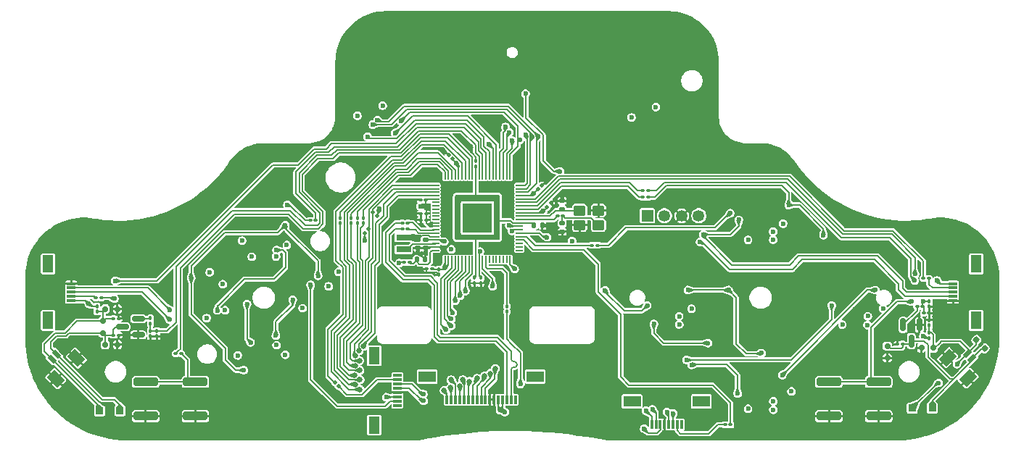
<source format=gbr>
%TF.GenerationSoftware,KiCad,Pcbnew,9.0.6-rc2*%
%TF.CreationDate,2025-11-07T01:00:34-08:00*%
%TF.ProjectId,Latte_Main_Board,4c617474-655f-44d6-9169-6e5f426f6172,rev?*%
%TF.SameCoordinates,Original*%
%TF.FileFunction,Copper,L4,Bot*%
%TF.FilePolarity,Positive*%
%FSLAX46Y46*%
G04 Gerber Fmt 4.6, Leading zero omitted, Abs format (unit mm)*
G04 Created by KiCad (PCBNEW 9.0.6-rc2) date 2025-11-07 01:00:34*
%MOMM*%
%LPD*%
G01*
G04 APERTURE LIST*
G04 Aperture macros list*
%AMRoundRect*
0 Rectangle with rounded corners*
0 $1 Rounding radius*
0 $2 $3 $4 $5 $6 $7 $8 $9 X,Y pos of 4 corners*
0 Add a 4 corners polygon primitive as box body*
4,1,4,$2,$3,$4,$5,$6,$7,$8,$9,$2,$3,0*
0 Add four circle primitives for the rounded corners*
1,1,$1+$1,$2,$3*
1,1,$1+$1,$4,$5*
1,1,$1+$1,$6,$7*
1,1,$1+$1,$8,$9*
0 Add four rect primitives between the rounded corners*
20,1,$1+$1,$2,$3,$4,$5,0*
20,1,$1+$1,$4,$5,$6,$7,0*
20,1,$1+$1,$6,$7,$8,$9,0*
20,1,$1+$1,$8,$9,$2,$3,0*%
%AMRotRect*
0 Rectangle, with rotation*
0 The origin of the aperture is its center*
0 $1 length*
0 $2 width*
0 $3 Rotation angle, in degrees counterclockwise*
0 Add horizontal line*
21,1,$1,$2,0,0,$3*%
G04 Aperture macros list end*
%TA.AperFunction,ComponentPad*%
%ADD10R,0.850000X0.850000*%
%TD*%
%TA.AperFunction,ComponentPad*%
%ADD11R,1.350000X1.350000*%
%TD*%
%TA.AperFunction,ComponentPad*%
%ADD12C,1.350000*%
%TD*%
%TA.AperFunction,SMDPad,CuDef*%
%ADD13RoundRect,0.150000X0.587500X0.150000X-0.587500X0.150000X-0.587500X-0.150000X0.587500X-0.150000X0*%
%TD*%
%TA.AperFunction,SMDPad,CuDef*%
%ADD14RoundRect,0.150000X0.247487X0.035355X0.035355X0.247487X-0.247487X-0.035355X-0.035355X-0.247487X0*%
%TD*%
%TA.AperFunction,SMDPad,CuDef*%
%ADD15RoundRect,0.100000X0.130000X0.100000X-0.130000X0.100000X-0.130000X-0.100000X0.130000X-0.100000X0*%
%TD*%
%TA.AperFunction,SMDPad,CuDef*%
%ADD16RoundRect,0.150000X0.150000X0.200000X-0.150000X0.200000X-0.150000X-0.200000X0.150000X-0.200000X0*%
%TD*%
%TA.AperFunction,SMDPad,CuDef*%
%ADD17RoundRect,0.100000X-0.130000X-0.100000X0.130000X-0.100000X0.130000X0.100000X-0.130000X0.100000X0*%
%TD*%
%TA.AperFunction,SMDPad,CuDef*%
%ADD18RoundRect,0.140000X-0.170000X0.140000X-0.170000X-0.140000X0.170000X-0.140000X0.170000X0.140000X0*%
%TD*%
%TA.AperFunction,SMDPad,CuDef*%
%ADD19RoundRect,0.100000X-0.021213X-0.162635X0.162635X0.021213X0.021213X0.162635X-0.162635X-0.021213X0*%
%TD*%
%TA.AperFunction,SMDPad,CuDef*%
%ADD20R,1.700000X0.700000*%
%TD*%
%TA.AperFunction,SMDPad,CuDef*%
%ADD21RoundRect,0.100000X-0.162635X0.021213X0.021213X-0.162635X0.162635X-0.021213X-0.021213X0.162635X0*%
%TD*%
%TA.AperFunction,SMDPad,CuDef*%
%ADD22RotRect,0.500000X1.000000X135.000000*%
%TD*%
%TA.AperFunction,SMDPad,CuDef*%
%ADD23RotRect,1.200000X1.700000X135.000000*%
%TD*%
%TA.AperFunction,SMDPad,CuDef*%
%ADD24RoundRect,0.100000X0.100000X-0.130000X0.100000X0.130000X-0.100000X0.130000X-0.100000X-0.130000X0*%
%TD*%
%TA.AperFunction,SMDPad,CuDef*%
%ADD25RoundRect,0.100000X-0.100000X0.130000X-0.100000X-0.130000X0.100000X-0.130000X0.100000X0.130000X0*%
%TD*%
%TA.AperFunction,SMDPad,CuDef*%
%ADD26RoundRect,0.150000X-1.250000X-0.350000X1.250000X-0.350000X1.250000X0.350000X-1.250000X0.350000X0*%
%TD*%
%TA.AperFunction,SMDPad,CuDef*%
%ADD27RoundRect,0.140000X0.170000X-0.140000X0.170000X0.140000X-0.170000X0.140000X-0.170000X-0.140000X0*%
%TD*%
%TA.AperFunction,SMDPad,CuDef*%
%ADD28RoundRect,0.140000X-0.140000X-0.170000X0.140000X-0.170000X0.140000X0.170000X-0.140000X0.170000X0*%
%TD*%
%TA.AperFunction,SMDPad,CuDef*%
%ADD29RotRect,0.500000X1.000000X225.000000*%
%TD*%
%TA.AperFunction,SMDPad,CuDef*%
%ADD30RotRect,1.200000X1.700000X225.000000*%
%TD*%
%TA.AperFunction,SMDPad,CuDef*%
%ADD31RoundRect,0.100000X0.162635X-0.021213X-0.021213X0.162635X-0.162635X0.021213X0.021213X-0.162635X0*%
%TD*%
%TA.AperFunction,SMDPad,CuDef*%
%ADD32RoundRect,0.055000X0.055000X0.335000X-0.055000X0.335000X-0.055000X-0.335000X0.055000X-0.335000X0*%
%TD*%
%TA.AperFunction,SMDPad,CuDef*%
%ADD33RoundRect,0.055000X-0.335000X0.055000X-0.335000X-0.055000X0.335000X-0.055000X0.335000X0.055000X0*%
%TD*%
%TA.AperFunction,ComponentPad*%
%ADD34C,0.600000*%
%TD*%
%TA.AperFunction,SMDPad,CuDef*%
%ADD35R,1.133333X1.133333*%
%TD*%
%TA.AperFunction,SMDPad,CuDef*%
%ADD36RoundRect,0.150000X-0.150000X-0.200000X0.150000X-0.200000X0.150000X0.200000X-0.150000X0.200000X0*%
%TD*%
%TA.AperFunction,SMDPad,CuDef*%
%ADD37R,0.300000X1.000000*%
%TD*%
%TA.AperFunction,SMDPad,CuDef*%
%ADD38R,2.000000X1.300000*%
%TD*%
%TA.AperFunction,SMDPad,CuDef*%
%ADD39R,1.000000X0.300000*%
%TD*%
%TA.AperFunction,SMDPad,CuDef*%
%ADD40R,1.300000X2.000000*%
%TD*%
%TA.AperFunction,SMDPad,CuDef*%
%ADD41RoundRect,0.150000X-0.150000X0.587500X-0.150000X-0.587500X0.150000X-0.587500X0.150000X0.587500X0*%
%TD*%
%TA.AperFunction,SMDPad,CuDef*%
%ADD42RoundRect,0.150000X0.200000X-0.150000X0.200000X0.150000X-0.200000X0.150000X-0.200000X-0.150000X0*%
%TD*%
%TA.AperFunction,SMDPad,CuDef*%
%ADD43RoundRect,0.250000X-0.450000X-0.350000X0.450000X-0.350000X0.450000X0.350000X-0.450000X0.350000X0*%
%TD*%
%TA.AperFunction,ViaPad*%
%ADD44C,0.600000*%
%TD*%
%TA.AperFunction,ViaPad*%
%ADD45C,0.650000*%
%TD*%
%TA.AperFunction,Conductor*%
%ADD46C,0.200000*%
%TD*%
%TA.AperFunction,Conductor*%
%ADD47C,0.450000*%
%TD*%
%TA.AperFunction,Conductor*%
%ADD48C,0.150000*%
%TD*%
G04 APERTURE END LIST*
D10*
%TO.P,T4,1,1*%
%TO.N,LRA_R+*%
X122885200Y-69113400D03*
%TD*%
D11*
%TO.P,J8,1,Pin_1*%
%TO.N,SWD*%
X91967800Y-46634400D03*
D12*
%TO.P,J8,2,Pin_2*%
%TO.N,SWCLK*%
X93967801Y-46634400D03*
%TO.P,J8,3,Pin_3*%
%TO.N,GND*%
X95967800Y-46634400D03*
%TO.P,J8,4,Pin_4*%
%TO.N,VBUS_SYS*%
X97967800Y-46634400D03*
%TD*%
D10*
%TO.P,T1,1,1*%
%TO.N,LRA_L-*%
X30403800Y-69443600D03*
%TD*%
%TO.P,T3,1,1*%
%TO.N,LRA_R-*%
X125247400Y-69113400D03*
%TD*%
%TO.P,T2,1,1*%
%TO.N,LRA_L+*%
X28016200Y-69443600D03*
%TD*%
D13*
%TO.P,Q1,1,B*%
%TO.N,Net-(Q1-B)*%
X32535099Y-58663800D03*
%TO.P,Q1,2,E*%
%TO.N,GND*%
X32535099Y-60563800D03*
%TO.P,Q1,3,C*%
%TO.N,LRA_L-*%
X30660098Y-59613800D03*
%TD*%
D14*
%TO.P,D5,1,K*%
%TO.N,LRA_R+*%
X130365825Y-61150825D03*
%TO.P,D5,2,A*%
%TO.N,LRA_R-*%
X131355775Y-62140775D03*
%TD*%
D15*
%TO.P,R21,1*%
%TO.N,Net-(U2-GPIO29)*%
X101660000Y-71070000D03*
%TO.P,R21,2*%
%TO.N,STICK_R_BTN_IN*%
X101020000Y-71070000D03*
%TD*%
D16*
%TO.P,D4,1,K*%
%TO.N,LRA_L-*%
X28687800Y-61696600D03*
%TO.P,D4,2,A*%
%TO.N,GND*%
X30087800Y-61696600D03*
%TD*%
D17*
%TO.P,C12,1*%
%TO.N,LRA_L-*%
X29601200Y-60579000D03*
%TO.P,C12,2*%
%TO.N,GND*%
X30241200Y-60579000D03*
%TD*%
%TO.P,R31,1*%
%TO.N,Net-(U2-GPIO27)*%
X91430000Y-44470000D03*
%TO.P,R31,2*%
%TO.N,ABXY_EN*%
X92070000Y-44470000D03*
%TD*%
D18*
%TO.P,C40,1*%
%TO.N,+1V1*%
X65190000Y-49450927D03*
%TO.P,C40,2*%
%TO.N,GND*%
X65190000Y-50410927D03*
%TD*%
D19*
%TO.P,C37,1*%
%TO.N,+3V3*%
X79199526Y-43533274D03*
%TO.P,C37,2*%
%TO.N,GND*%
X79652074Y-43080726D03*
%TD*%
D20*
%TO.P,L1,1,1*%
%TO.N,+1V1*%
X63510000Y-49180000D03*
%TO.P,L1,2,2*%
%TO.N,/VREG_LX*%
X63510000Y-50580000D03*
%TD*%
D21*
%TO.P,R22,1*%
%TO.N,Net-(U2-GPIO10)*%
X55473726Y-66113726D03*
%TO.P,R22,2*%
%TO.N,STICK_L_BTN_IN*%
X55926274Y-66566274D03*
%TD*%
D17*
%TO.P,R16,1*%
%TO.N,Net-(U2-GPIO11)*%
X36910000Y-62730000D03*
%TO.P,R16,2*%
%TO.N,GRIP_L_BTN*%
X37550000Y-62730000D03*
%TD*%
D22*
%TO.P,J1,1,1*%
%TO.N,LRA_R-*%
X129882983Y-63312703D03*
%TO.P,J1,2,2*%
%TO.N,LRA_R+*%
X129317297Y-62747017D03*
D23*
%TO.P,J1,S1,SHIELD*%
%TO.N,GND*%
X129423363Y-65610800D03*
%TO.P,J1,S2,SHIELD*%
X127019200Y-63206637D03*
%TD*%
D15*
%TO.P,C31,1*%
%TO.N,+3V3*%
X66817200Y-52857400D03*
%TO.P,C31,2*%
%TO.N,GND*%
X66177200Y-52857400D03*
%TD*%
D24*
%TO.P,C19,1*%
%TO.N,+1V1*%
X71932800Y-40883800D03*
%TO.P,C19,2*%
%TO.N,GND*%
X71932800Y-40243800D03*
%TD*%
D17*
%TO.P,R1,1*%
%TO.N,XTAL_OUT*%
X81493400Y-46685200D03*
%TO.P,R1,2*%
%TO.N,Net-(C2-Pad1)*%
X82133400Y-46685200D03*
%TD*%
D15*
%TO.P,C34,1*%
%TO.N,+3V3*%
X66156800Y-47117000D03*
%TO.P,C34,2*%
%TO.N,GND*%
X65516800Y-47117000D03*
%TD*%
D18*
%TO.P,C2,1*%
%TO.N,Net-(C2-Pad1)*%
X82042000Y-47526000D03*
%TO.P,C2,2*%
%TO.N,GND*%
X82042000Y-48486000D03*
%TD*%
D17*
%TO.P,R2,1*%
%TO.N,Net-(U2-GPIO26)*%
X91430000Y-43670000D03*
%TO.P,R2,2*%
%TO.N,GRIP_R_BTN*%
X92070000Y-43670000D03*
%TD*%
D25*
%TO.P,R13,1*%
%TO.N,Net-(U2-GPIO5)*%
X58110000Y-46890000D03*
%TO.P,R13,2*%
%TO.N,N_LATCH_3.3*%
X58110000Y-47530000D03*
%TD*%
D17*
%TO.P,R24,1*%
%TO.N,Net-(U2-GPIO28)*%
X85520000Y-50090000D03*
%TO.P,R24,2*%
%TO.N,RGB_OUT*%
X86160000Y-50090000D03*
%TD*%
D26*
%TO.P,SW3,1,1*%
%TO.N,GND*%
X113175078Y-70046612D03*
X118975078Y-70046612D03*
%TO.P,SW3,2,2*%
%TO.N,GRIP_R_BTN*%
X113175078Y-66046612D03*
X118975078Y-66046612D03*
%TD*%
D17*
%TO.P,C10,1*%
%TO.N,LRA_R*%
X124241600Y-58013600D03*
%TO.P,C10,2*%
%TO.N,GND*%
X124881600Y-58013600D03*
%TD*%
D15*
%TO.P,C35,1*%
%TO.N,+3V3*%
X66157743Y-46365007D03*
%TO.P,C35,2*%
%TO.N,GND*%
X65517743Y-46365007D03*
%TD*%
D26*
%TO.P,SW4,1,1*%
%TO.N,GND*%
X33404922Y-70046612D03*
X39204922Y-70046612D03*
%TO.P,SW4,2,2*%
%TO.N,GRIP_L_BTN*%
X33404922Y-66046612D03*
X39204922Y-66046612D03*
%TD*%
D25*
%TO.P,C32,1*%
%TO.N,+3V3*%
X67614800Y-52893000D03*
%TO.P,C32,2*%
%TO.N,GND*%
X67614800Y-53533000D03*
%TD*%
%TO.P,C30,1*%
%TO.N,+3V3*%
X72542400Y-53883600D03*
%TO.P,C30,2*%
%TO.N,GND*%
X72542400Y-54523600D03*
%TD*%
D15*
%TO.P,R28,1*%
%TO.N,Net-(U2-GPIO14)*%
X28210000Y-56210000D03*
%TO.P,R28,2*%
%TO.N,TRIGGER_EN_L*%
X27570000Y-56210000D03*
%TD*%
D17*
%TO.P,R29,1*%
%TO.N,Net-(U2-GPIO24)*%
X124200000Y-53950000D03*
%TO.P,R29,2*%
%TO.N,TRIGGER_EN_R*%
X124840000Y-53950000D03*
%TD*%
D24*
%TO.P,R7,1*%
%TO.N,LRA_L*%
X33959800Y-59248000D03*
%TO.P,R7,2*%
%TO.N,Net-(Q1-B)*%
X33959800Y-58608000D03*
%TD*%
D19*
%TO.P,C38,1*%
%TO.N,+3V3*%
X80266326Y-45616074D03*
%TO.P,C38,2*%
%TO.N,GND*%
X80718874Y-45163526D03*
%TD*%
D25*
%TO.P,C13,1*%
%TO.N,GND*%
X124891800Y-58811200D03*
%TO.P,C13,2*%
%TO.N,LRA_R+*%
X124891800Y-59451200D03*
%TD*%
D15*
%TO.P,C33,1*%
%TO.N,+3V3*%
X66131400Y-44780200D03*
%TO.P,C33,2*%
%TO.N,GND*%
X65491400Y-44780200D03*
%TD*%
D27*
%TO.P,C1,1*%
%TO.N,XTAL_IN*%
X82042000Y-45844400D03*
%TO.P,C1,2*%
%TO.N,GND*%
X82042000Y-44884400D03*
%TD*%
D28*
%TO.P,C23,1*%
%TO.N,+1V1*%
X78742600Y-47777400D03*
%TO.P,C23,2*%
%TO.N,GND*%
X79702600Y-47777400D03*
%TD*%
D24*
%TO.P,R6,1*%
%TO.N,GND*%
X124891800Y-57241400D03*
%TO.P,R6,2*%
%TO.N,LRA_R*%
X124891800Y-56601400D03*
%TD*%
D17*
%TO.P,R3,1*%
%TO.N,D+*%
X63360000Y-47470000D03*
%TO.P,R3,2*%
%TO.N,DI+*%
X64000000Y-47470000D03*
%TD*%
D15*
%TO.P,C11,1*%
%TO.N,GND*%
X30266601Y-58648600D03*
%TO.P,C11,2*%
%TO.N,LRA_L+*%
X29626601Y-58648600D03*
%TD*%
D29*
%TO.P,J2,1,1*%
%TO.N,LRA_L-*%
X23012703Y-62817017D03*
%TO.P,J2,2,2*%
%TO.N,LRA_L+*%
X22447017Y-63382703D03*
D30*
%TO.P,J2,S1,SHIELD*%
%TO.N,GND*%
X25310800Y-63276637D03*
%TO.P,J2,S2,SHIELD*%
X22906637Y-65680800D03*
%TD*%
D31*
%TO.P,C36,1*%
%TO.N,+3V3*%
X69212674Y-39977274D03*
%TO.P,C36,2*%
%TO.N,GND*%
X68760126Y-39524726D03*
%TD*%
D15*
%TO.P,C14,1*%
%TO.N,LRA_R-*%
X121782800Y-61645800D03*
%TO.P,C14,2*%
%TO.N,GND*%
X121142800Y-61645800D03*
%TD*%
D25*
%TO.P,R23,1*%
%TO.N,Net-(U2-GPIO39)*%
X75560000Y-57195000D03*
%TO.P,R23,2*%
%TO.N,BTN_PWR*%
X75560000Y-57835000D03*
%TD*%
D32*
%TO.P,U2,1,GPIO4*%
%TO.N,Net-(U2-GPIO4)*%
X68336667Y-41976833D03*
%TO.P,U2,2,GPIO5*%
%TO.N,Net-(U2-GPIO5)*%
X68736667Y-41976834D03*
%TO.P,U2,3,GPIO6*%
%TO.N,Net-(U2-GPIO6)*%
X69136667Y-41976833D03*
%TO.P,U2,4,GPIO7*%
%TO.N,WL_CLK*%
X69536667Y-41976833D03*
%TO.P,U2,5,IOVDD*%
%TO.N,+3V3*%
X69936667Y-41976834D03*
%TO.P,U2,6,GPIO8*%
%TO.N,WL_CS*%
X70336667Y-41976833D03*
%TO.P,U2,7,GPIO9*%
%TO.N,Net-(U2-GPIO9)*%
X70736667Y-41976833D03*
%TO.P,U2,8,GPIO10*%
%TO.N,Net-(U2-GPIO10)*%
X71136667Y-41976833D03*
%TO.P,U2,9,GPIO11*%
%TO.N,Net-(U2-GPIO11)*%
X71536667Y-41976834D03*
%TO.P,U2,10,DVDD*%
%TO.N,+1V1*%
X71936667Y-41976833D03*
%TO.P,U2,11,GPIO12*%
%TO.N,LRA_L*%
X72336667Y-41976833D03*
%TO.P,U2,12,GPIO13*%
%TO.N,Net-(U2-GPIO13)*%
X72736667Y-41976834D03*
%TO.P,U2,13,GPIO14*%
%TO.N,Net-(U2-GPIO14)*%
X73136667Y-41976833D03*
%TO.P,U2,14,GPIO15*%
%TO.N,IMU0_CS*%
X73536667Y-41976833D03*
%TO.P,U2,15,IOVDD*%
%TO.N,+3V3*%
X73936667Y-41976833D03*
%TO.P,U2,16,GPIO16*%
%TO.N,Net-(U2-GPIO16)*%
X74336667Y-41976834D03*
%TO.P,U2,17,GPIO17*%
%TO.N,Net-(U2-GPIO17)*%
X74736667Y-41976833D03*
%TO.P,U2,18,GPIO18*%
%TO.N,Net-(U2-GPIO18)*%
X75136667Y-41976833D03*
%TO.P,U2,19,GPIO19*%
%TO.N,Net-(U2-GPIO19)*%
X75536667Y-41976834D03*
%TO.P,U2,20,GPIO20*%
%TO.N,SPI1_RX*%
X75936667Y-41976833D03*
D33*
%TO.P,U2,21,GPIO21*%
%TO.N,IMU1_CS*%
X77033167Y-43073333D03*
%TO.P,U2,22,GPIO22*%
%TO.N,SPI1_CLK*%
X77033166Y-43473333D03*
%TO.P,U2,23,GPIO23*%
%TO.N,SPI1_TX*%
X77033167Y-43873333D03*
%TO.P,U2,24,IOVDD*%
%TO.N,+3V3*%
X77033167Y-44273333D03*
%TO.P,U2,25,GPIO24*%
%TO.N,Net-(U2-GPIO24)*%
X77033166Y-44673333D03*
%TO.P,U2,26,GPIO25*%
%TO.N,LRA_R*%
X77033167Y-45073333D03*
%TO.P,U2,27,GPIO26*%
%TO.N,Net-(U2-GPIO26)*%
X77033167Y-45473333D03*
%TO.P,U2,28,GPIO27*%
%TO.N,Net-(U2-GPIO27)*%
X77033167Y-45873333D03*
%TO.P,U2,29,IOVDD*%
%TO.N,+3V3*%
X77033166Y-46273333D03*
%TO.P,U2,30,XIN*%
%TO.N,XTAL_IN*%
X77033167Y-46673333D03*
%TO.P,U2,31,XOUT*%
%TO.N,XTAL_OUT*%
X77033167Y-47073333D03*
%TO.P,U2,32,DVDD*%
%TO.N,+1V1*%
X77033166Y-47473333D03*
%TO.P,U2,33,SWCLK*%
%TO.N,SWCLK*%
X77033167Y-47873333D03*
%TO.P,U2,34,SWD*%
%TO.N,SWD*%
X77033167Y-48273333D03*
%TO.P,U2,35,RUN*%
%TO.N,Net-(U2-RUN)*%
X77033167Y-48673333D03*
%TO.P,U2,36,GPIO28*%
%TO.N,Net-(U2-GPIO28)*%
X77033166Y-49073333D03*
%TO.P,U2,37,GPIO29*%
%TO.N,Net-(U2-GPIO29)*%
X77033167Y-49473333D03*
%TO.P,U2,38,GPIO30*%
%TO.N,unconnected-(U2-GPIO30-Pad38)*%
X77033167Y-49873333D03*
%TO.P,U2,39,GPIO31*%
%TO.N,unconnected-(U2-GPIO31-Pad39)*%
X77033166Y-50273333D03*
%TO.P,U2,40,GPIO32*%
%TO.N,unconnected-(U2-GPIO32-Pad40)*%
X77033167Y-50673333D03*
D32*
%TO.P,U2,41,IOVDD*%
%TO.N,+3V3*%
X75936667Y-51769833D03*
%TO.P,U2,42,GPIO33*%
%TO.N,unconnected-(U2-GPIO33-Pad42)*%
X75536667Y-51769832D03*
%TO.P,U2,43,GPIO34*%
%TO.N,unconnected-(U2-GPIO34-Pad43)*%
X75136667Y-51769833D03*
%TO.P,U2,44,GPIO35*%
%TO.N,unconnected-(U2-GPIO35-Pad44)*%
X74736667Y-51769833D03*
%TO.P,U2,45,GPIO36*%
%TO.N,unconnected-(U2-GPIO36-Pad45)*%
X74336667Y-51769832D03*
%TO.P,U2,46,GPIO37*%
%TO.N,unconnected-(U2-GPIO37-Pad46)*%
X73936667Y-51769833D03*
%TO.P,U2,47,GPIO38*%
%TO.N,unconnected-(U2-GPIO38-Pad47)*%
X73536667Y-51769833D03*
%TO.P,U2,48,GPIO39*%
%TO.N,Net-(U2-GPIO39)*%
X73136667Y-51769833D03*
%TO.P,U2,49,GPIO40_ADC0*%
%TO.N,ADC_0*%
X72736667Y-51769832D03*
%TO.P,U2,50,IOVDD*%
%TO.N,+3V3*%
X72336667Y-51769833D03*
%TO.P,U2,51,DVDD*%
%TO.N,+1V1*%
X71936667Y-51769833D03*
%TO.P,U2,52,GPIO41_ADC1*%
%TO.N,ADC_1*%
X71536667Y-51769832D03*
%TO.P,U2,53,GPIO42_ADC2*%
%TO.N,ADC_2*%
X71136667Y-51769833D03*
%TO.P,U2,54,GPIO43_ADC3*%
%TO.N,ADC_3*%
X70736667Y-51769833D03*
%TO.P,U2,55,GPIO44_ADC4*%
%TO.N,STICK_R_Y_OUT*%
X70336667Y-51769833D03*
%TO.P,U2,56,GPIO45_ADC5*%
%TO.N,STICK_R_X_OUT*%
X69936667Y-51769832D03*
%TO.P,U2,57,GPIO46_ADC6*%
%TO.N,STICK_L_X_OUT*%
X69536667Y-51769833D03*
%TO.P,U2,58,GPIO47_ADC7*%
%TO.N,STICK_L_Y_OUT*%
X69136667Y-51769833D03*
%TO.P,U2,59,ADC_AVDD*%
%TO.N,+3V3*%
X68736667Y-51769832D03*
%TO.P,U2,60,IOVDD*%
X68336667Y-51769833D03*
D33*
%TO.P,U2,61,VREG_AVDD*%
%TO.N,/VREG_AVDD*%
X67240167Y-50673333D03*
%TO.P,U2,62,VREG_PGND*%
%TO.N,GND*%
X67240168Y-50273333D03*
%TO.P,U2,63,VREG_LX*%
%TO.N,/VREG_LX*%
X67240167Y-49873333D03*
%TO.P,U2,64,VREG_VIN*%
%TO.N,+3V3*%
X67240167Y-49473333D03*
%TO.P,U2,65,VREG_FB*%
%TO.N,+1V1*%
X67240168Y-49073333D03*
%TO.P,U2,66,USB_DM*%
%TO.N,DI-*%
X67240167Y-48673333D03*
%TO.P,U2,67,USB_DP*%
%TO.N,DI+*%
X67240167Y-48273333D03*
%TO.P,U2,68,USB_OTP_VDD*%
%TO.N,+3V3*%
X67240167Y-47873333D03*
%TO.P,U2,69,QSPI_IOVDD*%
X67240168Y-47473333D03*
%TO.P,U2,70,QSPI_SD3*%
%TO.N,unconnected-(U2-QSPI_SD3-Pad70)*%
X67240167Y-47073333D03*
%TO.P,U2,71,QSPI_SCLK*%
%TO.N,unconnected-(U2-QSPI_SCLK-Pad71)*%
X67240167Y-46673333D03*
%TO.P,U2,72,QSPI_SD0*%
%TO.N,unconnected-(U2-QSPI_SD0-Pad72)*%
X67240168Y-46273333D03*
%TO.P,U2,73,QSPI_SD2*%
%TO.N,unconnected-(U2-QSPI_SD2-Pad73)*%
X67240167Y-45873333D03*
%TO.P,U2,74,QSPI_SD1*%
%TO.N,unconnected-(U2-QSPI_SD1-Pad74)*%
X67240167Y-45473333D03*
%TO.P,U2,75,QSPI_SS*%
%TO.N,unconnected-(U2-QSPI_SS-Pad75)*%
X67240167Y-45073333D03*
%TO.P,U2,76,IOVDD*%
%TO.N,+3V3*%
X67240168Y-44673333D03*
%TO.P,U2,77,GPIO0*%
%TO.N,WL_ON*%
X67240167Y-44273333D03*
%TO.P,U2,78,GPIO1*%
%TO.N,WL_D*%
X67240167Y-43873333D03*
%TO.P,U2,79,GPIO2*%
%TO.N,I2C1_SDA*%
X67240168Y-43473333D03*
%TO.P,U2,80,GPIO3*%
%TO.N,I2C1_SCL*%
X67240167Y-43073333D03*
D34*
%TO.P,U2,81,GND*%
%TO.N,GND*%
X73270000Y-45740000D03*
D35*
X73270000Y-45740000D03*
D34*
X71003334Y-45740000D03*
D35*
X71003334Y-45740000D03*
D34*
X72136667Y-45740001D03*
D35*
X72136667Y-45740001D03*
D34*
X73269999Y-46873333D03*
D35*
X73269999Y-46873333D03*
D34*
X72136667Y-46873333D03*
D35*
X72136667Y-46873333D03*
D34*
X71003335Y-46873333D03*
D35*
X71003335Y-46873333D03*
D34*
X72136667Y-48006665D03*
D35*
X72136667Y-48006665D03*
D34*
X73270000Y-48006666D03*
D35*
X73270000Y-48006666D03*
D34*
X71003334Y-48006666D03*
D35*
X71003334Y-48006666D03*
%TD*%
D25*
%TO.P,R30,1*%
%TO.N,Net-(U2-GPIO9)*%
X56070000Y-46880000D03*
%TO.P,R30,2*%
%TO.N,BTN_PWR*%
X56070000Y-47520000D03*
%TD*%
D36*
%TO.P,D2,1,K*%
%TO.N,LRA_R+*%
X125363200Y-62077600D03*
%TO.P,D2,2,A*%
%TO.N,GND*%
X123963200Y-62077600D03*
%TD*%
D37*
%TO.P,J9,1,Pin_1*%
%TO.N,BTN_PWR*%
X68569999Y-68140000D03*
%TO.P,J9,2,Pin_2*%
%TO.N,WL_CS*%
X69070000Y-68140000D03*
%TO.P,J9,3,Pin_3*%
%TO.N,WL_CLK*%
X69570000Y-68140000D03*
%TO.P,J9,4,Pin_4*%
%TO.N,N_CLOCK_3.3*%
X70070000Y-68140001D03*
%TO.P,J9,5,Pin_5*%
%TO.N,N_LATCH_3.3*%
X70570000Y-68140000D03*
%TO.P,J9,6,Pin_6*%
%TO.N,N_DATA_3.3*%
X71070000Y-68140000D03*
%TO.P,J9,7,Pin_7*%
%TO.N,I2C1_SCL*%
X71570000Y-68140000D03*
%TO.P,J9,8,Pin_8*%
%TO.N,I2C1_SDA*%
X72070000Y-68140000D03*
%TO.P,J9,9,Pin_9*%
%TO.N,WL_D*%
X72570000Y-68140001D03*
%TO.P,J9,10,Pin_10*%
%TO.N,WL_ON*%
X73070000Y-68140000D03*
%TO.P,J9,11,Pin_11*%
%TO.N,GND*%
X73570000Y-68140000D03*
%TO.P,J9,12,Pin_12*%
X74070000Y-68140000D03*
%TO.P,J9,13,Pin_13*%
%TO.N,+3V3*%
X74570000Y-68140000D03*
%TO.P,J9,14,Pin_14*%
X75070000Y-68140001D03*
%TO.P,J9,15,Pin_15*%
%TO.N,D+*%
X75570000Y-68140000D03*
%TO.P,J9,16,Pin_16*%
%TO.N,D-*%
X76070000Y-68140000D03*
%TO.P,J9,17,Pin_17*%
%TO.N,BAT_LVL*%
X76570001Y-68140000D03*
D38*
%TO.P,J9,18*%
%TO.N,N/C*%
X66270000Y-65440000D03*
%TO.P,J9,19*%
X78870000Y-65440000D03*
%TD*%
D39*
%TO.P,J5,1,Pin_1*%
%TO.N,STICK_L_RGB_OUT*%
X62780000Y-68800000D03*
%TO.P,J5,2,Pin_2*%
%TO.N,STICK_L_RGB_IN*%
X62780000Y-68300000D03*
%TO.P,J5,3,Pin_3*%
%TO.N,+3V3*%
X62780000Y-67800000D03*
%TO.P,J5,4,Pin_4*%
%TO.N,GND*%
X62780000Y-67300000D03*
%TO.P,J5,5,Pin_5*%
%TO.N,STICK_L_X_OUT*%
X62780000Y-66800000D03*
%TO.P,J5,6,Pin_6*%
%TO.N,STICK_L_Y_OUT*%
X62780000Y-66300000D03*
%TO.P,J5,7,Pin_7*%
%TO.N,STICK_L_BTN_IN*%
X62780000Y-65800000D03*
%TO.P,J5,8,Pin_8*%
%TO.N,STICK_L_BTN_OUT*%
X62780000Y-65300000D03*
D40*
%TO.P,J5,MP1*%
%TO.N,N/C*%
X60080000Y-71099999D03*
%TO.P,J5,MP2*%
X60080000Y-63000001D03*
%TD*%
D17*
%TO.P,R4,1*%
%TO.N,D-*%
X63360000Y-48170000D03*
%TO.P,R4,2*%
%TO.N,DI-*%
X64000000Y-48170000D03*
%TD*%
D25*
%TO.P,R12,1*%
%TO.N,Net-(U2-GPIO4)*%
X58820000Y-46890000D03*
%TO.P,R12,2*%
%TO.N,N_DATA_3.3*%
X58820000Y-47530000D03*
%TD*%
D28*
%TO.P,C41,1*%
%TO.N,/VREG_AVDD*%
X65077400Y-51765200D03*
%TO.P,C41,2*%
%TO.N,GND*%
X66037400Y-51765200D03*
%TD*%
D21*
%TO.P,R27,1*%
%TO.N,I2C1_SDA*%
X59933726Y-46223726D03*
%TO.P,R27,2*%
%TO.N,+3V3*%
X60386274Y-46676274D03*
%TD*%
D25*
%TO.P,C29,1*%
%TO.N,+1V1*%
X71780400Y-53883600D03*
%TO.P,C29,2*%
%TO.N,GND*%
X71780400Y-54523600D03*
%TD*%
D41*
%TO.P,Q2,1,B*%
%TO.N,Net-(Q2-B)*%
X121833600Y-59387500D03*
%TO.P,Q2,2,E*%
%TO.N,GND*%
X123733600Y-59387500D03*
%TO.P,Q2,3,C*%
%TO.N,LRA_R-*%
X122783600Y-61262501D03*
%TD*%
D17*
%TO.P,R11,1*%
%TO.N,+3V3*%
X63561000Y-52095400D03*
%TO.P,R11,2*%
%TO.N,/VREG_AVDD*%
X64201000Y-52095400D03*
%TD*%
D24*
%TO.P,R5,1*%
%TO.N,GND*%
X33959800Y-60721200D03*
%TO.P,R5,2*%
%TO.N,LRA_L*%
X33959800Y-60081200D03*
%TD*%
D39*
%TO.P,J6,1,Pin_1*%
%TO.N,+3V3*%
X24714200Y-56570003D03*
%TO.P,J6,2,Pin_2*%
%TO.N,TRIGGER_EN_L*%
X24714200Y-56070001D03*
%TO.P,J6,3,Pin_3*%
%TO.N,ADC_3*%
X24714200Y-55570002D03*
%TO.P,J6,4,Pin_4*%
%TO.N,ADC_2*%
X24714200Y-55070003D03*
%TO.P,J6,5,Pin_5*%
%TO.N,GND*%
X24714200Y-54570001D03*
D40*
%TO.P,J6,P1*%
%TO.N,N/C*%
X22014201Y-58870000D03*
%TO.P,J6,P2*%
X22014201Y-52270004D03*
%TD*%
D39*
%TO.P,J4,1,Pin_1*%
%TO.N,+3V3*%
X127652801Y-54570001D03*
%TO.P,J4,2,Pin_2*%
%TO.N,TRIGGER_EN_R*%
X127652801Y-55070003D03*
%TO.P,J4,3,Pin_3*%
%TO.N,ADC_0*%
X127652801Y-55570002D03*
%TO.P,J4,4,Pin_4*%
%TO.N,ADC_1*%
X127652801Y-56070001D03*
%TO.P,J4,5,Pin_5*%
%TO.N,GND*%
X127652801Y-56570003D03*
D40*
%TO.P,J4,P1*%
%TO.N,N/C*%
X130352800Y-52270004D03*
%TO.P,J4,P2*%
X130352800Y-58870000D03*
%TD*%
D19*
%TO.P,R26,1*%
%TO.N,+3V3*%
X58973726Y-48646274D03*
%TO.P,R26,2*%
%TO.N,I2C1_SCL*%
X59426274Y-48193726D03*
%TD*%
D18*
%TO.P,C39,1*%
%TO.N,+3V3*%
X66110494Y-49450927D03*
%TO.P,C39,2*%
%TO.N,GND*%
X66110494Y-50410927D03*
%TD*%
D25*
%TO.P,R14,1*%
%TO.N,Net-(U2-GPIO6)*%
X57400000Y-46890000D03*
%TO.P,R14,2*%
%TO.N,N_CLOCK_3.3*%
X57400000Y-47530000D03*
%TD*%
D16*
%TO.P,D1,1,K*%
%TO.N,LRA_L+*%
X28687800Y-57531000D03*
%TO.P,D1,2,A*%
%TO.N,GND*%
X30087800Y-57531000D03*
%TD*%
D25*
%TO.P,R10,1*%
%TO.N,LRA_R+*%
X124891800Y-60284400D03*
%TO.P,R10,2*%
%TO.N,+3V3*%
X124891800Y-60924400D03*
%TD*%
D24*
%TO.P,R9,1*%
%TO.N,LRA_L+*%
X27711400Y-57851000D03*
%TO.P,R9,2*%
%TO.N,+3V3*%
X27711400Y-57211000D03*
%TD*%
D15*
%TO.P,R25,1*%
%TO.N,Net-(U2-GPIO13)*%
X53260000Y-47190000D03*
%TO.P,R25,2*%
%TO.N,DPAD_EN*%
X52620000Y-47190000D03*
%TD*%
D42*
%TO.P,D6,1,K*%
%TO.N,LRA_R-*%
X119989600Y-61860200D03*
%TO.P,D6,2,A*%
%TO.N,GND*%
X119989600Y-63260200D03*
%TD*%
D15*
%TO.P,R8,1*%
%TO.N,LRA_R*%
X124099595Y-57259242D03*
%TO.P,R8,2*%
%TO.N,Net-(Q2-B)*%
X123459595Y-57259242D03*
%TD*%
D37*
%TO.P,J3,1,Pin_1*%
%TO.N,STICK_R_RGB_OUT*%
X92480000Y-71050000D03*
%TO.P,J3,2,Pin_2*%
%TO.N,STICK_R_RGB_IN*%
X92980000Y-71050000D03*
%TO.P,J3,3,Pin_3*%
%TO.N,+3V3*%
X93480000Y-71050000D03*
%TO.P,J3,4,Pin_4*%
%TO.N,GND*%
X93980000Y-71050000D03*
%TO.P,J3,5,Pin_5*%
%TO.N,STICK_R_X_OUT*%
X94480000Y-71050000D03*
%TO.P,J3,6,Pin_6*%
%TO.N,STICK_R_Y_OUT*%
X94980000Y-71050000D03*
%TO.P,J3,7,Pin_7*%
%TO.N,STICK_R_BTN_IN*%
X95480000Y-71050000D03*
%TO.P,J3,8,Pin_8*%
%TO.N,STICK_R_BTN_OUT*%
X95980000Y-71050000D03*
D38*
%TO.P,J3,MP1*%
%TO.N,N/C*%
X90180001Y-68350000D03*
%TO.P,J3,MP2*%
X98279999Y-68350000D03*
%TD*%
D43*
%TO.P,Y1,1,1*%
%TO.N,XTAL_IN*%
X84066200Y-46020000D03*
%TO.P,Y1,2,2*%
%TO.N,GND*%
X86266200Y-46020000D03*
%TO.P,Y1,3,3*%
%TO.N,Net-(C2-Pad1)*%
X86266200Y-47720000D03*
%TO.P,Y1,4,4*%
%TO.N,GND*%
X84066200Y-47720000D03*
%TD*%
D42*
%TO.P,D3,1,K*%
%TO.N,LRA_L+*%
X28422600Y-58939200D03*
%TO.P,D3,2,A*%
%TO.N,LRA_L-*%
X28422600Y-60339200D03*
%TD*%
D25*
%TO.P,C9,1*%
%TO.N,LRA_L*%
X34721799Y-60081200D03*
%TO.P,C9,2*%
%TO.N,GND*%
X34721799Y-60721200D03*
%TD*%
D44*
%TO.N,GND*%
X60060000Y-33410000D03*
X92260000Y-33540000D03*
X68021200Y-38862000D03*
X45690000Y-50600000D03*
X49650000Y-64660000D03*
X36068000Y-55372000D03*
X48514000Y-43205400D03*
X113640000Y-55430000D03*
X37973000Y-57708800D03*
X41560000Y-54710000D03*
X74523600Y-35458400D03*
X51720000Y-54750000D03*
X116190000Y-57580000D03*
X125770000Y-56670000D03*
X93980000Y-72001000D03*
X53860000Y-58530000D03*
X103710000Y-68160000D03*
X61696600Y-53797200D03*
X76657200Y-53898800D03*
X64820800Y-52908200D03*
X80187800Y-42545000D03*
X66116200Y-51003200D03*
X102710000Y-45400000D03*
X77114400Y-39903400D03*
X73304400Y-54305200D03*
X62550000Y-34110000D03*
X44740000Y-47760000D03*
X86258400Y-44780200D03*
X91690000Y-54960000D03*
X63102173Y-44862353D03*
X26580000Y-54190000D03*
X95020000Y-35540000D03*
X123952000Y-63195200D03*
X65201800Y-51003200D03*
X46450000Y-59920000D03*
X128295400Y-62230000D03*
X92750000Y-58200000D03*
X68300600Y-50469800D03*
X103700000Y-48420000D03*
X82042000Y-44246800D03*
X84099400Y-48971200D03*
X102720000Y-64700000D03*
X71348600Y-38557200D03*
X64839908Y-46379125D03*
%TO.N,LRA_R*%
X124206000Y-56642000D03*
X123230000Y-53440000D03*
%TO.N,LRA_R+*%
X125984000Y-66167000D03*
X128117600Y-63982600D03*
%TO.N,+3V3*%
X62991188Y-52168669D03*
X74777600Y-69367400D03*
X68326000Y-52781200D03*
X61493400Y-67843400D03*
X61070000Y-33770000D03*
X72436667Y-50820000D03*
X73440000Y-38250000D03*
X75328593Y-69581458D03*
X79830000Y-46070000D03*
X69650000Y-40480000D03*
X125780000Y-54200000D03*
X66141600Y-45542200D03*
X42670000Y-57680000D03*
X40870000Y-53240000D03*
X58130000Y-34950000D03*
X124180600Y-60706000D03*
X51710000Y-57440000D03*
X76480000Y-52860000D03*
X60658554Y-45838554D03*
X26740000Y-56930000D03*
X55910000Y-53190000D03*
X119481600Y-57480200D03*
X65481200Y-45542200D03*
X97128367Y-57497798D03*
X44160000Y-62960000D03*
X48670000Y-61760000D03*
X68260000Y-49650000D03*
X91592400Y-71526400D03*
X107830000Y-47550000D03*
X90120000Y-35140000D03*
X58980000Y-49520000D03*
X106680000Y-69310000D03*
X48630000Y-51390000D03*
X92970000Y-33930000D03*
X106660000Y-49430000D03*
X95700000Y-59340000D03*
X49877600Y-50063400D03*
X117670000Y-59410000D03*
X108788200Y-67160000D03*
X78720000Y-44018200D03*
%TO.N,+1V1*%
X64664656Y-49041632D03*
X69846961Y-48629016D03*
%TO.N,STICK_R_X_OUT*%
X69062600Y-58699400D03*
X94260000Y-69570000D03*
%TO.N,STICK_R_RGB_OUT*%
X83185000Y-49606200D03*
X91795600Y-69418200D03*
%TO.N,STICK_R_Y_OUT*%
X69240400Y-57962800D03*
X94990000Y-69720000D03*
%TO.N,STICK_R_RGB_IN*%
X95690000Y-58380000D03*
X92557600Y-69265800D03*
%TO.N,STICK_L_RGB_IN*%
X52650000Y-54700000D03*
%TO.N,STICK_L_Y_OUT*%
X68478400Y-59969400D03*
X65836800Y-67487800D03*
%TO.N,STICK_L_X_OUT*%
X69062600Y-59486800D03*
X65840000Y-68276123D03*
%TO.N,Net-(U2-GPIO17)*%
X75412600Y-36245800D03*
%TO.N,Net-(U2-GPIO18)*%
X75853777Y-36887495D03*
%TO.N,Net-(U2-GPIO16)*%
X62520000Y-36970000D03*
%TO.N,Net-(U2-GPIO19)*%
X76188027Y-37851022D03*
%TO.N,SWCLK*%
X75844400Y-47777400D03*
%TO.N,SWD*%
X76174600Y-48412400D03*
D45*
%TO.N,N_LATCH_3.3*%
X58400000Y-64700000D03*
X70433768Y-65816232D03*
%TO.N,N_CLOCK_3.3*%
X70085000Y-66520000D03*
X57830000Y-65260000D03*
%TO.N,WL_CLK*%
X58420000Y-65800000D03*
X69050000Y-65810000D03*
%TO.N,N_DATA_3.3*%
X57837430Y-64147518D03*
X71190000Y-66000000D03*
%TO.N,I2C1_SCL*%
X72070000Y-65650000D03*
X58350000Y-63600000D03*
%TO.N,BTN_PWR*%
X68250000Y-67050000D03*
X58420000Y-66930000D03*
D44*
X77160000Y-66290000D03*
D45*
%TO.N,WL_CS*%
X57850000Y-66340000D03*
X69010000Y-66720000D03*
%TO.N,WL_ON*%
X58840000Y-61870000D03*
X74230000Y-64520000D03*
%TO.N,I2C1_SDA*%
X57851094Y-63003220D03*
X72920903Y-65388327D03*
%TO.N,WL_D*%
X58310000Y-62410000D03*
X73600000Y-65070000D03*
D44*
%TO.N,RGB_OUT*%
X103730000Y-49450000D03*
X101650800Y-46329600D03*
%TO.N,Net-(RGB1-DOUT)*%
X106650000Y-48490000D03*
X114740000Y-59350000D03*
%TO.N,Net-(RGB3-DOUT)*%
X99034600Y-61518800D03*
X92740000Y-59280000D03*
X106680000Y-68310000D03*
%TO.N,Net-(RGB10-DIN)*%
X48660000Y-50650000D03*
X41760000Y-57700000D03*
%TO.N,Net-(RGB10-DOUT)*%
X45237400Y-56946800D03*
X42400000Y-54640000D03*
X45650000Y-61430000D03*
%TO.N,Net-(RGB11-DOUT)*%
X50570000Y-56460000D03*
X48600000Y-60650000D03*
%TO.N,RGB_DPAD_IN*%
X69088000Y-50571400D03*
X45780000Y-51430000D03*
%TO.N,Net-(U2-RUN)*%
X80264000Y-49149000D03*
X77749400Y-32359600D03*
X81788000Y-41452800D03*
%TO.N,GRIP_R_BTN*%
X122809000Y-56667400D03*
X123180000Y-54200000D03*
%TO.N,SPI1_RX*%
X63200001Y-35557106D03*
X77077423Y-37781065D03*
%TO.N,SPI1_CLK*%
X78510000Y-37440000D03*
X59920000Y-35980000D03*
%TO.N,IMU0_CS*%
X59310000Y-37410000D03*
%TO.N,SPI1_TX*%
X79240000Y-37360000D03*
X60460000Y-35470000D03*
%TO.N,IMU1_CS*%
X77790000Y-37200000D03*
%TO.N,Net-(RGB2-DOUT)*%
X103730000Y-69200000D03*
X117710000Y-58370000D03*
%TO.N,ADC_0*%
X102660000Y-47110000D03*
X44660000Y-49540000D03*
X73914000Y-54870000D03*
X98480000Y-48820000D03*
%TO.N,ABXY_EN*%
X105310000Y-62690000D03*
X108470000Y-45380000D03*
X112530000Y-48900000D03*
X118600000Y-55320000D03*
X101450000Y-55310000D03*
X107740000Y-65260000D03*
X96710000Y-55310000D03*
%TO.N,ADC_3*%
X102500000Y-67410000D03*
X69545200Y-56570000D03*
X49690000Y-62880000D03*
X97129600Y-64060000D03*
X36178370Y-58792100D03*
%TO.N,ADC_1*%
X54750000Y-54880000D03*
X98130000Y-49690000D03*
X70739000Y-55421262D03*
X87030000Y-55350000D03*
X91960000Y-57120000D03*
%TO.N,ADC_2*%
X113500000Y-57110000D03*
X36245800Y-57683400D03*
X96570800Y-63490000D03*
X40520000Y-58590000D03*
X70104000Y-55991336D03*
%TO.N,DPAD_EN*%
X49690000Y-47740000D03*
X38710000Y-53900000D03*
X49936400Y-45364400D03*
X53530000Y-53650000D03*
X44840000Y-64680000D03*
%TO.N,Net-(U2-GPIO14)*%
X29760000Y-56320000D03*
X29845000Y-54254400D03*
%TD*%
D46*
%TO.N,GND*%
X72542400Y-54523600D02*
X73086000Y-54523600D01*
X71348600Y-39166800D02*
X71348600Y-38557200D01*
X93980000Y-72001000D02*
X93980000Y-71050000D01*
X71003335Y-46873333D02*
X71003334Y-48006666D01*
X73269999Y-46873333D02*
X72136667Y-46873333D01*
X82042000Y-44884400D02*
X82042000Y-44246800D01*
X33404922Y-70046612D02*
X39204922Y-70046612D01*
X72542400Y-54523600D02*
X71780400Y-54523600D01*
X67963333Y-50273333D02*
X67240168Y-50273333D01*
X67240168Y-50273333D02*
X66196667Y-50273333D01*
D47*
X65190000Y-50410927D02*
X65190000Y-50991400D01*
D46*
X65240212Y-51003200D02*
X65201800Y-51003200D01*
X84099400Y-48199400D02*
X84066200Y-48166200D01*
X65938400Y-53289200D02*
X65633600Y-52984400D01*
X67614800Y-53533000D02*
X67371000Y-53289200D01*
X66037400Y-51765200D02*
X66002212Y-51765200D01*
X72136667Y-45740001D02*
X73270000Y-45740000D01*
D47*
X66110494Y-50410927D02*
X66110494Y-50997494D01*
D46*
X68760126Y-39524726D02*
X68683926Y-39524726D01*
X113175078Y-70046612D02*
X118975078Y-70046612D01*
X68683926Y-39524726D02*
X68021200Y-38862000D01*
X73086000Y-54523600D02*
X73304400Y-54305200D01*
X71003334Y-45740000D02*
X72136667Y-45740001D01*
D47*
X80441800Y-47777400D02*
X81150400Y-48486000D01*
D46*
X84099400Y-48971200D02*
X84023200Y-48895000D01*
X84099400Y-48971200D02*
X84099400Y-48199400D01*
X65930150Y-51968400D02*
X66088200Y-51968400D01*
X127995837Y-62230000D02*
X127019200Y-63206637D01*
X83083400Y-48895000D02*
X82674400Y-48486000D01*
X71003335Y-46873333D02*
X72136667Y-46873333D01*
X84023200Y-48895000D02*
X83083400Y-48895000D01*
X84066200Y-48166200D02*
X84066200Y-47720000D01*
X25569999Y-54570001D02*
X24714200Y-54570001D01*
D47*
X79702600Y-47777400D02*
X80441800Y-47777400D01*
X81150400Y-48486000D02*
X82042000Y-48486000D01*
D46*
X125869997Y-56570003D02*
X125770000Y-56670000D01*
X66177200Y-53197800D02*
X66268600Y-53289200D01*
D47*
X65190000Y-50991400D02*
X65201800Y-51003200D01*
D46*
X66002212Y-51765200D02*
X65240212Y-51003200D01*
D48*
X65190000Y-50360000D02*
X66110000Y-50360000D01*
D46*
X72136667Y-48006665D02*
X73270000Y-48006666D01*
X67371000Y-53289200D02*
X66268600Y-53289200D01*
X66196667Y-50273333D02*
X66110000Y-50360000D01*
X82674400Y-48486000D02*
X82067400Y-48486000D01*
X24714200Y-54570001D02*
X26199999Y-54570001D01*
X68159800Y-50469800D02*
X67963333Y-50273333D01*
X128295400Y-62230000D02*
X127995837Y-62230000D01*
X68300600Y-50469800D02*
X68159800Y-50469800D01*
X71577200Y-39395400D02*
X71348600Y-39166800D01*
X26199999Y-54570001D02*
X26580000Y-54190000D01*
D47*
X66110494Y-50997494D02*
X66116200Y-51003200D01*
D46*
X73270000Y-45740000D02*
X73269999Y-46873333D01*
X71932800Y-39751000D02*
X71577200Y-39395400D01*
X123963200Y-63184000D02*
X123952000Y-63195200D01*
X66268600Y-53289200D02*
X65938400Y-53289200D01*
X79652074Y-43080726D02*
X80187800Y-42545000D01*
X71932800Y-40243800D02*
X71932800Y-39751000D01*
X66177200Y-52857400D02*
X66177200Y-53197800D01*
X123963200Y-62077600D02*
X123963200Y-63184000D01*
X127652801Y-56570003D02*
X125869997Y-56570003D01*
%TO.N,XTAL_IN*%
X77033167Y-46673333D02*
X77042337Y-46682503D01*
X80597497Y-46682503D02*
X81260000Y-46020000D01*
X81260000Y-46020000D02*
X84066200Y-46020000D01*
X77042337Y-46682503D02*
X80597497Y-46682503D01*
%TO.N,Net-(C2-Pad1)*%
X82042000Y-47526000D02*
X82042000Y-46776600D01*
X85409200Y-46863000D02*
X86266200Y-47720000D01*
X82042000Y-46776600D02*
X82133400Y-46685200D01*
X82311200Y-46863000D02*
X85409200Y-46863000D01*
X82133400Y-46685200D02*
X82311200Y-46863000D01*
%TO.N,LRA_L*%
X35905400Y-60081200D02*
X36931600Y-59055000D01*
X72345634Y-41967866D02*
X72336667Y-41976833D01*
X72345634Y-39681234D02*
X72345634Y-41967866D01*
X50300000Y-46030000D02*
X52010000Y-47740000D01*
X55735800Y-38930000D02*
X63020000Y-38930000D01*
X43480000Y-46030000D02*
X50300000Y-46030000D01*
X52010000Y-47740000D02*
X53490000Y-47740000D01*
X36931600Y-52578400D02*
X43480000Y-46030000D01*
X65230000Y-36720000D02*
X70248000Y-36720000D01*
X51320000Y-43890000D02*
X51320000Y-41670000D01*
X71907400Y-39243000D02*
X72345634Y-39681234D01*
X53750000Y-47480000D02*
X53750000Y-46320000D01*
X53490000Y-47740000D02*
X53750000Y-47480000D01*
X53750000Y-46320000D02*
X51320000Y-43890000D01*
X33959800Y-59248000D02*
X33959800Y-60081200D01*
X51320000Y-41670000D02*
X53416800Y-39573200D01*
X71907400Y-38379400D02*
X71907400Y-39243000D01*
X55092600Y-39573200D02*
X55735800Y-38930000D01*
X33959800Y-60081200D02*
X34721799Y-60081200D01*
X70248000Y-36720000D02*
X71907400Y-38379400D01*
X53416800Y-39573200D02*
X55092600Y-39573200D01*
X36931600Y-59055000D02*
X36931600Y-52578400D01*
X63020000Y-38930000D02*
X65230000Y-36720000D01*
X34721799Y-60081200D02*
X35905400Y-60081200D01*
%TO.N,LRA_R*%
X120493400Y-48793400D02*
X123230000Y-51530000D01*
D48*
X124241600Y-57401247D02*
X124099595Y-57259242D01*
X124099595Y-57259242D02*
X124099595Y-56748405D01*
X124246600Y-56601400D02*
X124206000Y-56642000D01*
D46*
X108333800Y-42370000D02*
X114757200Y-48793400D01*
X123230000Y-51530000D02*
X123230000Y-53440000D01*
D48*
X124241600Y-58013600D02*
X124241600Y-57401247D01*
D46*
X77033167Y-45073333D02*
X79036667Y-45073333D01*
X81740000Y-42370000D02*
X108333800Y-42370000D01*
D48*
X124099595Y-56748405D02*
X124206000Y-56642000D01*
X124891800Y-56601400D02*
X124246600Y-56601400D01*
D46*
X79036667Y-45073333D02*
X81740000Y-42370000D01*
X114757200Y-48793400D02*
X120493400Y-48793400D01*
%TO.N,LRA_L+*%
X28713200Y-58648600D02*
X28422600Y-58939200D01*
X28016200Y-68951886D02*
X28016200Y-69443600D01*
X25388800Y-58939200D02*
X28422600Y-58939200D01*
X21564600Y-61620400D02*
X22834600Y-60350400D01*
X22447017Y-63382703D02*
X21564600Y-62500286D01*
X28422600Y-58939200D02*
X28422600Y-57796200D01*
X28422600Y-57796200D02*
X28687800Y-57531000D01*
X22834600Y-60350400D02*
X23977600Y-60350400D01*
X28687800Y-57531000D02*
X28367800Y-57851000D01*
X23977600Y-60350400D02*
X25388800Y-58939200D01*
X21564600Y-62500286D02*
X21564600Y-61620400D01*
X29626601Y-58648600D02*
X28713200Y-58648600D01*
X28367800Y-57851000D02*
X27711400Y-57851000D01*
X22447017Y-63382703D02*
X28016200Y-68951886D01*
%TO.N,LRA_L-*%
X28662400Y-60579000D02*
X28422600Y-60339200D01*
X23012703Y-62817017D02*
X28318486Y-68122800D01*
X28687800Y-61696600D02*
X28687800Y-60604400D01*
X29743400Y-68122800D02*
X30403800Y-68783200D01*
X22961600Y-60680600D02*
X22301200Y-61341000D01*
X30403800Y-68783200D02*
X30403800Y-69443600D01*
X29601200Y-60579000D02*
X28662400Y-60579000D01*
X22301200Y-62105514D02*
X23012703Y-62817017D01*
X22301200Y-61341000D02*
X22301200Y-62105514D01*
X29601200Y-59959200D02*
X29946600Y-59613800D01*
X29601200Y-60579000D02*
X29601200Y-59959200D01*
X24104600Y-60680600D02*
X22961600Y-60680600D01*
X28422600Y-60339200D02*
X24446000Y-60339200D01*
X28318486Y-68122800D02*
X29743400Y-68122800D01*
X29946600Y-59613800D02*
X30660098Y-59613800D01*
X28687800Y-60604400D02*
X28422600Y-60339200D01*
X24446000Y-60339200D02*
X24104600Y-60680600D01*
D48*
%TO.N,LRA_R+*%
X130365825Y-61698489D02*
X130365825Y-61150825D01*
X125363200Y-60567800D02*
X125079800Y-60284400D01*
X124891800Y-59451200D02*
X124891800Y-60284400D01*
X126288800Y-61315600D02*
X127533400Y-61315600D01*
X128117600Y-63946714D02*
X128117600Y-63982600D01*
X126085600Y-61518800D02*
X126288800Y-61315600D01*
X125079800Y-60284400D02*
X124891800Y-60284400D01*
X129317297Y-62747017D02*
X130365825Y-61698489D01*
X125984000Y-66167000D02*
X125831600Y-66167000D01*
X125363200Y-62077600D02*
X125363200Y-60567800D01*
X129317297Y-62747017D02*
X128117600Y-63946714D01*
X125831600Y-66167000D02*
X122885200Y-69113400D01*
X125526800Y-62077600D02*
X126085600Y-61518800D01*
X127533400Y-61315600D02*
X128483157Y-61315600D01*
X128483157Y-61315600D02*
X129737748Y-62570191D01*
X125363200Y-62077600D02*
X125526800Y-62077600D01*
%TO.N,LRA_R-*%
X125247400Y-68196767D02*
X125247400Y-69113400D01*
X121640600Y-62153800D02*
X121782800Y-62011600D01*
X124279901Y-61262501D02*
X124739400Y-61722000D01*
X128470967Y-64973200D02*
X129866569Y-63577598D01*
X119989600Y-61860200D02*
X120042161Y-61860200D01*
X122783600Y-61262501D02*
X124279901Y-61262501D01*
X121782800Y-61645800D02*
X122783600Y-61645800D01*
X129882983Y-63312703D02*
X131054911Y-62140775D01*
X122783600Y-61645800D02*
X122783600Y-61262501D01*
X120042161Y-61860200D02*
X120335761Y-62153800D01*
X121782800Y-62011600D02*
X121782800Y-61645800D01*
X127734367Y-65709800D02*
X128470967Y-64973200D01*
X120335761Y-62153800D02*
X121640600Y-62153800D01*
X128470967Y-64973200D02*
X125247400Y-68196767D01*
X124739400Y-63144400D02*
X127304800Y-65709800D01*
X124739400Y-61722000D02*
X124739400Y-63144400D01*
X131054911Y-62140775D02*
X131355775Y-62140775D01*
X127304800Y-65709800D02*
X127734367Y-65709800D01*
D46*
%TO.N,+3V3*%
X79199526Y-43533274D02*
X79199526Y-43538674D01*
X91592400Y-71526400D02*
X92100400Y-72034400D01*
X75103274Y-69196878D02*
X75036600Y-69196878D01*
X62780000Y-67800000D02*
X61536800Y-67800000D01*
X66157743Y-46365007D02*
X66157743Y-47116057D01*
X74570000Y-69159800D02*
X74777600Y-69367400D01*
X93065600Y-72034400D02*
X93497400Y-71602600D01*
X75063735Y-69316600D02*
X74828400Y-69316600D01*
X73936667Y-38746667D02*
X73440000Y-38250000D01*
X67240167Y-49473333D02*
X66183333Y-49473333D01*
X24714200Y-56570003D02*
X26380003Y-56570003D01*
X78586667Y-44273333D02*
X77033167Y-44273333D01*
X62991188Y-52168669D02*
X63064457Y-52095400D01*
X66157743Y-47116057D02*
X66156800Y-47117000D01*
X66131400Y-45532000D02*
X66141600Y-45542200D01*
X68083333Y-49473333D02*
X68260000Y-49650000D01*
X93497400Y-71067400D02*
X93480000Y-71050000D01*
X75936667Y-51769833D02*
X75936667Y-52316667D01*
X27021000Y-57211000D02*
X26740000Y-56930000D01*
X60658554Y-45838554D02*
X60591446Y-45838554D01*
X67240167Y-49473333D02*
X68083333Y-49473333D01*
X126150001Y-54570001D02*
X125780000Y-54200000D01*
X74828400Y-69316600D02*
X74777600Y-69367400D01*
X68336667Y-51769833D02*
X68336667Y-52770533D01*
X58993726Y-49506274D02*
X58980000Y-49520000D01*
X63064457Y-52095400D02*
X63561000Y-52095400D01*
X72436667Y-50820000D02*
X72336667Y-50920000D01*
X69212674Y-40042674D02*
X69650000Y-40480000D01*
X60540000Y-46522548D02*
X60386274Y-46676274D01*
X75070000Y-68140001D02*
X75070000Y-69075000D01*
X66131400Y-44780200D02*
X66131400Y-45532000D01*
X78720000Y-44140000D02*
X78586667Y-44273333D01*
X75936667Y-52316667D02*
X76480000Y-52860000D01*
X58993726Y-48646274D02*
X58993726Y-49506274D01*
X66183333Y-49473333D02*
X66110000Y-49400000D01*
X78720000Y-44018200D02*
X78720000Y-44140000D01*
X80139326Y-45760674D02*
X79830000Y-46070000D01*
X68214200Y-52893000D02*
X68326000Y-52781200D01*
X79199526Y-43538674D02*
X78720000Y-44018200D01*
X75328593Y-69581458D02*
X75328593Y-69422197D01*
X72542400Y-53883600D02*
X72336667Y-53677867D01*
X27711400Y-57211000D02*
X27021000Y-57211000D01*
D47*
X65481200Y-45542200D02*
X66141600Y-45542200D01*
D46*
X92100400Y-72034400D02*
X93065600Y-72034400D01*
X26380003Y-56570003D02*
X26740000Y-56930000D01*
X61536800Y-67800000D02*
X61493400Y-67843400D01*
X67614800Y-52893000D02*
X66852800Y-52893000D01*
X127652801Y-54570001D02*
X126150001Y-54570001D01*
X78720000Y-44018200D02*
X78720000Y-44012800D01*
X75328593Y-69422197D02*
X75103274Y-69196878D01*
X69212674Y-39977274D02*
X69212674Y-40042674D01*
X77033166Y-46273333D02*
X79626667Y-46273333D01*
X73936667Y-41976833D02*
X73936667Y-38746667D01*
D48*
X124399000Y-60924400D02*
X124180600Y-60706000D01*
D46*
X74570000Y-68140000D02*
X74570000Y-69159800D01*
X69936667Y-40766667D02*
X69650000Y-40480000D01*
X66238267Y-44673333D02*
X66131400Y-44780200D01*
X80139326Y-45641474D02*
X80139326Y-45760674D01*
X68736667Y-51769832D02*
X68736667Y-52370533D01*
X93497400Y-71602600D02*
X93497400Y-71067400D01*
X69936667Y-41976834D02*
X69936667Y-40766667D01*
X60591446Y-45838554D02*
X60540000Y-45890000D01*
X68336667Y-52770533D02*
X68326000Y-52781200D01*
X60540000Y-45890000D02*
X60540000Y-46522548D01*
X67614800Y-52893000D02*
X68214200Y-52893000D01*
X72336667Y-50920000D02*
X72336667Y-51769833D01*
X79626667Y-46273333D02*
X79830000Y-46070000D01*
X75328593Y-69581458D02*
X75063735Y-69316600D01*
D48*
X124891800Y-60924400D02*
X124399000Y-60924400D01*
D46*
X72336667Y-53677867D02*
X72336667Y-51769833D01*
X68736667Y-52370533D02*
X68326000Y-52781200D01*
X66852800Y-52893000D02*
X66817200Y-52857400D01*
X67240168Y-44673333D02*
X66238267Y-44673333D01*
X75070000Y-69075000D02*
X74777600Y-69367400D01*
%TO.N,+1V1*%
X71780400Y-53883600D02*
X71936667Y-53727333D01*
X65190000Y-49400000D02*
X65630000Y-48960000D01*
X76248854Y-47473333D02*
X76019521Y-47244000D01*
X71936667Y-49152867D02*
X71907400Y-49123600D01*
X78438533Y-47473333D02*
X78742600Y-47777400D01*
X66949726Y-49073333D02*
X67240168Y-49073333D01*
X71936667Y-43926667D02*
X71936667Y-41976833D01*
X71932800Y-41972966D02*
X71936667Y-41976833D01*
X66938472Y-49062079D02*
X66949726Y-49073333D01*
X66572079Y-49062079D02*
X66938472Y-49062079D01*
X77033166Y-47473333D02*
X76248854Y-47473333D01*
X71936667Y-43926667D02*
X71936667Y-44522333D01*
X71936667Y-51769833D02*
X71936667Y-49152867D01*
X77033166Y-47473333D02*
X78438533Y-47473333D01*
X65630000Y-48960000D02*
X66470000Y-48960000D01*
X66470000Y-48960000D02*
X66572079Y-49062079D01*
X71936667Y-44522333D02*
X71907400Y-44551600D01*
X76019521Y-47244000D02*
X74447400Y-47244000D01*
X71936667Y-53727333D02*
X71936667Y-51769833D01*
X71932800Y-40883800D02*
X71932800Y-41972966D01*
%TO.N,/VREG_AVDD*%
X64645600Y-52197000D02*
X65077400Y-51765200D01*
X66624200Y-52044600D02*
X66370200Y-52298600D01*
X65077400Y-52021800D02*
X65077400Y-51765200D01*
X67240167Y-50673333D02*
X66827067Y-50673333D01*
X65354200Y-52298600D02*
X65077400Y-52021800D01*
X66624200Y-50876200D02*
X66624200Y-52044600D01*
X64302600Y-52197000D02*
X64645600Y-52197000D01*
X64201000Y-52095400D02*
X64302600Y-52197000D01*
X66370200Y-52298600D02*
X65354200Y-52298600D01*
X66827067Y-50673333D02*
X66624200Y-50876200D01*
%TO.N,STICK_R_X_OUT*%
X69545200Y-53365400D02*
X68656200Y-54254400D01*
X68656200Y-54965600D02*
X68656200Y-58293000D01*
X94260000Y-69570000D02*
X94480000Y-69790000D01*
X69936667Y-52973933D02*
X69545200Y-53365400D01*
X68656200Y-54254400D02*
X68656200Y-54965600D01*
X94480000Y-69790000D02*
X94480000Y-71050000D01*
X69936667Y-51769832D02*
X69936667Y-52973933D01*
X68656200Y-58293000D02*
X69062600Y-58699400D01*
%TO.N,STICK_R_BTN_IN*%
X95850000Y-72100000D02*
X95480000Y-71730000D01*
X99150000Y-72100000D02*
X95850000Y-72100000D01*
X100180000Y-71070000D02*
X99150000Y-72100000D01*
X95480000Y-71730000D02*
X95480000Y-71050000D01*
X101020000Y-71070000D02*
X100180000Y-71070000D01*
%TO.N,STICK_R_RGB_OUT*%
X92480000Y-70102600D02*
X91795600Y-69418200D01*
X92480000Y-71050000D02*
X92480000Y-70102600D01*
%TO.N,STICK_R_Y_OUT*%
X94980000Y-71050000D02*
X94980000Y-69730000D01*
X69011800Y-57734200D02*
X69240400Y-57962800D01*
X70336667Y-53056533D02*
X69900800Y-53492400D01*
X94980000Y-69730000D02*
X94990000Y-69720000D01*
X69011800Y-55575200D02*
X69011800Y-57734200D01*
X69900800Y-53492400D02*
X69011800Y-54381400D01*
X69011800Y-54381400D02*
X69011800Y-55575200D01*
X70336667Y-51769833D02*
X70336667Y-53056533D01*
%TO.N,STICK_R_RGB_IN*%
X92980000Y-71050000D02*
X92980000Y-69688200D01*
X92980000Y-69688200D02*
X92557600Y-69265800D01*
%TO.N,STICK_L_RGB_IN*%
X52650000Y-54700000D02*
X52650000Y-65781800D01*
X61341000Y-68884800D02*
X61925800Y-68300000D01*
X52650000Y-65781800D02*
X55753000Y-68884800D01*
X61925800Y-68300000D02*
X62780000Y-68300000D01*
X55753000Y-68884800D02*
X61341000Y-68884800D01*
%TO.N,STICK_L_Y_OUT*%
X65836800Y-67487800D02*
X65637800Y-67487800D01*
X65637800Y-67487800D02*
X64450000Y-66300000D01*
X67894200Y-59385200D02*
X67894200Y-54025800D01*
X69136667Y-52783333D02*
X69136667Y-51769833D01*
X67894200Y-54025800D02*
X69136667Y-52783333D01*
X68478400Y-59969400D02*
X67894200Y-59385200D01*
X64450000Y-66300000D02*
X62780000Y-66300000D01*
%TO.N,STICK_L_BTN_IN*%
X60400000Y-65800000D02*
X62780000Y-65800000D01*
X55926274Y-66566274D02*
X56890000Y-67530000D01*
X58670000Y-67530000D02*
X60400000Y-65800000D01*
X56890000Y-67530000D02*
X58670000Y-67530000D01*
%TO.N,STICK_L_X_OUT*%
X68275200Y-54991000D02*
X68275200Y-58699400D01*
X68275200Y-54127400D02*
X68275200Y-54991000D01*
X68275200Y-58699400D02*
X69062600Y-59486800D01*
X65626123Y-68276123D02*
X64150000Y-66800000D01*
X69265800Y-53136800D02*
X68275200Y-54127400D01*
X64150000Y-66800000D02*
X62780000Y-66800000D01*
X65840000Y-68276123D02*
X65626123Y-68276123D01*
X69536667Y-52865933D02*
X69265800Y-53136800D01*
X69536667Y-51769833D02*
X69536667Y-52865933D01*
%TO.N,Net-(U2-GPIO17)*%
X74736667Y-39207733D02*
X74736667Y-41976833D01*
X75412600Y-36245800D02*
X75412600Y-36652200D01*
X75133200Y-36931600D02*
X75133200Y-38811200D01*
X75133200Y-38811200D02*
X74736667Y-39207733D01*
X75412600Y-36652200D02*
X75133200Y-36931600D01*
%TO.N,Net-(U2-GPIO18)*%
X75565000Y-38887400D02*
X75136667Y-39315733D01*
X75853777Y-36887495D02*
X75768200Y-36973072D01*
X75565000Y-37287200D02*
X75565000Y-38887400D01*
X75136667Y-39315733D02*
X75136667Y-41976833D01*
X75768200Y-36973072D02*
X75768200Y-37084000D01*
X75768200Y-37084000D02*
X75565000Y-37287200D01*
%TO.N,Net-(U2-GPIO16)*%
X62520000Y-36970000D02*
X64530000Y-34960000D01*
X74336667Y-38319467D02*
X70977200Y-34960000D01*
X64530000Y-34960000D02*
X70977200Y-34960000D01*
X74336667Y-41976834D02*
X74336667Y-38319467D01*
%TO.N,Net-(U2-GPIO19)*%
X75536667Y-39398333D02*
X75536667Y-41976834D01*
X76188027Y-37851022D02*
X76188027Y-38746973D01*
X76188027Y-38746973D02*
X75536667Y-39398333D01*
D48*
%TO.N,SWCLK*%
X77033167Y-47873333D02*
X75940333Y-47873333D01*
X75940333Y-47873333D02*
X75844400Y-47777400D01*
%TO.N,SWD*%
X76313667Y-48273333D02*
X76174600Y-48412400D01*
X77033167Y-48273333D02*
X76313667Y-48273333D01*
D46*
%TO.N,N_LATCH_3.3*%
X58110000Y-51820000D02*
X58360000Y-52070000D01*
X57100000Y-64700000D02*
X58400000Y-64700000D01*
X70433768Y-65816232D02*
X70610000Y-65992464D01*
X70610000Y-68100000D02*
X70570000Y-68140000D01*
X56500000Y-61080000D02*
X56500000Y-64100000D01*
X58360000Y-52070000D02*
X58360000Y-59220000D01*
X56500000Y-64100000D02*
X57100000Y-64700000D01*
X58110000Y-47530000D02*
X58110000Y-51820000D01*
X70610000Y-65992464D02*
X70610000Y-68100000D01*
X58360000Y-59220000D02*
X56500000Y-61080000D01*
%TO.N,D-*%
X76070000Y-64758400D02*
X76070000Y-66196008D01*
X66675000Y-53695600D02*
X67487800Y-54508400D01*
X67487800Y-60553600D02*
X67804200Y-60870000D01*
X61820000Y-48860000D02*
X61820000Y-51888600D01*
X67804200Y-60870000D02*
X74480000Y-60870000D01*
X67487800Y-54508400D02*
X67487800Y-60553600D01*
X76457121Y-64350400D02*
X76342000Y-64350400D01*
X61820000Y-51888600D02*
X63627000Y-53695600D01*
X76070000Y-66196008D02*
X76070000Y-68140000D01*
X63360000Y-48170000D02*
X62510000Y-48170000D01*
X63627000Y-53695600D02*
X66675000Y-53695600D01*
X74480000Y-60870000D02*
X76070000Y-62460000D01*
X62510000Y-48170000D02*
X61820000Y-48860000D01*
X76070000Y-64622400D02*
X76070000Y-64758400D01*
X76342000Y-63670400D02*
X76457121Y-63670400D01*
X76070000Y-62460000D02*
X76070000Y-63398400D01*
X76729121Y-63942400D02*
X76729121Y-64078400D01*
X76729121Y-64078400D02*
G75*
G02*
X76457121Y-64350421I-272021J0D01*
G01*
X76457121Y-63670400D02*
G75*
G02*
X76729100Y-63942400I-21J-272000D01*
G01*
X76342000Y-64350400D02*
G75*
G03*
X76070000Y-64622400I0J-272000D01*
G01*
X76070000Y-63398400D02*
G75*
G03*
X76342000Y-63670400I272000J0D01*
G01*
%TO.N,N_CLOCK_3.3*%
X57980000Y-55640000D02*
X57980000Y-58990000D01*
X57790000Y-65300000D02*
X57830000Y-65260000D01*
X56120000Y-60850000D02*
X56120000Y-64300000D01*
X57980000Y-58990000D02*
X56120000Y-60850000D01*
X57120000Y-65300000D02*
X57790000Y-65300000D01*
X56120000Y-64300000D02*
X57120000Y-65300000D01*
X70085000Y-66520000D02*
X70075000Y-66520000D01*
X57400000Y-51600000D02*
X57980000Y-52180000D01*
X57400000Y-47530000D02*
X57400000Y-51600000D01*
X57980000Y-52180000D02*
X57980000Y-55640000D01*
X70075000Y-66520000D02*
X70110000Y-66555000D01*
X70110000Y-66555000D02*
X70110000Y-68100001D01*
X70110000Y-68100001D02*
X70070000Y-68140001D01*
%TO.N,D+*%
X62560000Y-47470000D02*
X61417200Y-48612800D01*
X67081400Y-60756800D02*
X67614600Y-61290000D01*
X67081400Y-54762400D02*
X67081400Y-60756800D01*
X63449200Y-54127400D02*
X66446400Y-54127400D01*
X67614600Y-61290000D02*
X74310000Y-61290000D01*
X61417200Y-52095400D02*
X63449200Y-54127400D01*
X75570000Y-62550000D02*
X75570000Y-68140000D01*
X74310000Y-61290000D02*
X75570000Y-62550000D01*
X61417200Y-48612800D02*
X61417200Y-52095400D01*
X66446400Y-54127400D02*
X67081400Y-54762400D01*
X63360000Y-47470000D02*
X62560000Y-47470000D01*
%TO.N,WL_CLK*%
X56960000Y-51690000D02*
X57610000Y-52340000D01*
X69536667Y-41976833D02*
X69536667Y-41325311D01*
X69559000Y-68129000D02*
X69570000Y-68140000D01*
X57610000Y-52340000D02*
X57610000Y-58780000D01*
X62480000Y-40830000D02*
X56960000Y-46350000D01*
X69536667Y-41325311D02*
X67491356Y-39280000D01*
X55750000Y-60640000D02*
X55750000Y-64470000D01*
X65230000Y-39280000D02*
X63680000Y-40830000D01*
X69050000Y-65810000D02*
X69559000Y-66319000D01*
X67491356Y-39280000D02*
X65230000Y-39280000D01*
X57080000Y-65800000D02*
X58420000Y-65800000D01*
X63680000Y-40830000D02*
X62480000Y-40830000D01*
X57610000Y-58780000D02*
X55750000Y-60640000D01*
X55750000Y-64470000D02*
X57080000Y-65800000D01*
X56960000Y-46350000D02*
X56960000Y-51690000D01*
X69559000Y-66319000D02*
X69559000Y-68129000D01*
%TO.N,N_DATA_3.3*%
X58820000Y-47770000D02*
X58480000Y-48110000D01*
X57247518Y-64147518D02*
X57837430Y-64147518D01*
X58820000Y-47530000D02*
X58820000Y-47770000D01*
X56890000Y-61300000D02*
X56890000Y-63790000D01*
X71099575Y-66090425D02*
X71099575Y-68110425D01*
X58720000Y-51860000D02*
X58720000Y-59470000D01*
X58720000Y-59470000D02*
X56890000Y-61300000D01*
X71190000Y-66000000D02*
X71099575Y-66090425D01*
X56890000Y-63790000D02*
X57247518Y-64147518D01*
X58480000Y-48110000D02*
X58480000Y-51620000D01*
X58480000Y-51620000D02*
X58720000Y-51860000D01*
X71099575Y-68110425D02*
X71070000Y-68140000D01*
%TO.N,I2C1_SCL*%
X72070000Y-65650000D02*
X72070000Y-65920000D01*
X67240167Y-43073333D02*
X62236667Y-43073333D01*
X59481000Y-51466200D02*
X59070000Y-51877200D01*
X59446274Y-45863726D02*
X59446274Y-48193726D01*
X62236667Y-43073333D02*
X59446274Y-45863726D01*
X57280000Y-63360000D02*
X57520000Y-63600000D01*
X57520000Y-63600000D02*
X58350000Y-63600000D01*
X59070000Y-59750000D02*
X57280000Y-61540000D01*
X72070000Y-65920000D02*
X71570000Y-66420000D01*
X71570000Y-66420000D02*
X71570000Y-68140000D01*
X59070000Y-51877200D02*
X59070000Y-59750000D01*
X57280000Y-61540000D02*
X57280000Y-63360000D01*
X59446274Y-48193726D02*
X59481000Y-48228452D01*
X59481000Y-48228452D02*
X59481000Y-51466200D01*
%TO.N,BTN_PWR*%
X56790000Y-52570000D02*
X56790000Y-58410000D01*
X76120000Y-61620000D02*
X77160000Y-62660000D01*
X68569999Y-68140000D02*
X68569999Y-67369999D01*
X56070000Y-51850000D02*
X56790000Y-52570000D01*
X56070000Y-47520000D02*
X56070000Y-51850000D01*
X77160000Y-62660000D02*
X77160000Y-66290000D01*
X75560000Y-61060000D02*
X76120000Y-61620000D01*
X57150000Y-66930000D02*
X58420000Y-66930000D01*
X75560000Y-57835000D02*
X75560000Y-61060000D01*
X56790000Y-58410000D02*
X55060000Y-60140000D01*
X55060000Y-64840000D02*
X57150000Y-66930000D01*
X55060000Y-60140000D02*
X55060000Y-64840000D01*
X68569999Y-67369999D02*
X68250000Y-67050000D01*
%TO.N,WL_CS*%
X55410000Y-64640000D02*
X55410000Y-60360000D01*
X70336667Y-40440867D02*
X70336667Y-41976833D01*
X68235800Y-38340000D02*
X70336667Y-40440867D01*
X57190000Y-52420000D02*
X56570000Y-51800000D01*
X56570000Y-51800000D02*
X56570000Y-46250000D01*
X57110000Y-66340000D02*
X55410000Y-64640000D01*
X57190000Y-58580000D02*
X57190000Y-52420000D01*
X62340000Y-40480000D02*
X63460000Y-40480000D01*
X69070000Y-66780000D02*
X69010000Y-66720000D01*
X57850000Y-66340000D02*
X57110000Y-66340000D01*
X55410000Y-60360000D02*
X57190000Y-58580000D01*
X65600000Y-38340000D02*
X68235800Y-38340000D01*
X69070000Y-68140000D02*
X69070000Y-66780000D01*
X63460000Y-40480000D02*
X65600000Y-38340000D01*
X56570000Y-46250000D02*
X62340000Y-40480000D01*
%TO.N,WL_ON*%
X67240167Y-44273333D02*
X62846667Y-44273333D01*
X74230000Y-64520000D02*
X74170000Y-64580000D01*
X61570000Y-46750000D02*
X60655200Y-47664800D01*
X60655200Y-47664800D02*
X60655200Y-51993800D01*
X60130000Y-60390000D02*
X58840000Y-61680000D01*
X73070000Y-66840000D02*
X73070000Y-68140000D01*
X62846667Y-44273333D02*
X61570000Y-45550000D01*
X74170000Y-64580000D02*
X74170000Y-65740000D01*
X74170000Y-65740000D02*
X73070000Y-66840000D01*
X60130000Y-52519000D02*
X60130000Y-60390000D01*
X58840000Y-61680000D02*
X58840000Y-61870000D01*
X61570000Y-45550000D02*
X61570000Y-46750000D01*
X60655200Y-51993800D02*
X60130000Y-52519000D01*
%TO.N,I2C1_SDA*%
X59920680Y-51585320D02*
X59420000Y-52086000D01*
X72070000Y-66560000D02*
X72070000Y-68140000D01*
X72810000Y-65820000D02*
X72070000Y-66560000D01*
X59420000Y-59980000D02*
X57784000Y-61616000D01*
X57784000Y-62936126D02*
X57851094Y-63003220D01*
X62316667Y-43473333D02*
X67240168Y-43473333D01*
X59920680Y-46236772D02*
X59920680Y-51585320D01*
X72810000Y-65499230D02*
X72810000Y-65820000D01*
X57784000Y-61616000D02*
X57784000Y-62936126D01*
X59420000Y-52086000D02*
X59420000Y-59980000D01*
X59933726Y-46223726D02*
X59933726Y-45856274D01*
X72920903Y-65388327D02*
X72810000Y-65499230D01*
X59933726Y-46223726D02*
X59920680Y-46236772D01*
X59933726Y-45856274D02*
X62316667Y-43473333D01*
%TO.N,WL_D*%
X58473061Y-62246939D02*
X58310000Y-62410000D01*
X73616994Y-65653006D02*
X72570000Y-66700000D01*
X58314000Y-61652123D02*
X58314000Y-62087877D01*
X73616994Y-65086994D02*
X73616994Y-65653006D01*
X61210000Y-46610000D02*
X60290000Y-47530000D01*
X58314000Y-62087877D02*
X58473061Y-62246939D01*
X72570000Y-66700000D02*
X72570000Y-68140001D01*
X61210000Y-45270000D02*
X61210000Y-46610000D01*
X62606667Y-43873333D02*
X61210000Y-45270000D01*
X60290000Y-51774800D02*
X59770000Y-52294800D01*
X59770000Y-60196123D02*
X58314000Y-61652123D01*
X59770000Y-52294800D02*
X59770000Y-60196123D01*
X73600000Y-65070000D02*
X73616994Y-65086994D01*
X60290000Y-47530000D02*
X60290000Y-51774800D01*
X67240167Y-43873333D02*
X62606667Y-43873333D01*
D48*
%TO.N,/VREG_LX*%
X67193500Y-49920000D02*
X67240167Y-49873333D01*
X64583200Y-49920000D02*
X67193500Y-49920000D01*
X63923200Y-50580000D02*
X64583200Y-49920000D01*
X63510000Y-50580000D02*
X63923200Y-50580000D01*
D46*
%TO.N,Net-(Q1-B)*%
X32535099Y-58663800D02*
X33904000Y-58663800D01*
X33904000Y-58663800D02*
X33959800Y-58608000D01*
D48*
%TO.N,Net-(Q2-B)*%
X123459595Y-57761505D02*
X123459595Y-57259242D01*
X121833600Y-59387500D02*
X123459595Y-57761505D01*
D46*
%TO.N,XTAL_OUT*%
X81105267Y-47073333D02*
X81493400Y-46685200D01*
X77033167Y-47073333D02*
X81105267Y-47073333D01*
D48*
%TO.N,DI+*%
X64070000Y-47400000D02*
X64570000Y-47400000D01*
X65477539Y-48307539D02*
X67053850Y-48307539D01*
X64000000Y-47470000D02*
X64070000Y-47400000D01*
X64570000Y-47400000D02*
X65477539Y-48307539D01*
%TO.N,DI-*%
X64908572Y-48268572D02*
X65279573Y-48639573D01*
X64098572Y-48268572D02*
X64908572Y-48268572D01*
X64000000Y-48170000D02*
X64098572Y-48268572D01*
X65279573Y-48639573D02*
X67276682Y-48639573D01*
D46*
X67240167Y-48673333D02*
X67228841Y-48662007D01*
%TO.N,Net-(U2-GPIO9)*%
X68395400Y-37890000D02*
X70736667Y-40231267D01*
X63340000Y-40110000D02*
X65560000Y-37890000D01*
X70736667Y-40231267D02*
X70736667Y-41976833D01*
X56070000Y-46210000D02*
X62170000Y-40110000D01*
X62170000Y-40110000D02*
X63340000Y-40110000D01*
X56070000Y-46880000D02*
X56070000Y-46210000D01*
X65560000Y-37890000D02*
X68395400Y-37890000D01*
%TO.N,RGB_OUT*%
X101650800Y-46329600D02*
X101590400Y-46329600D01*
X87420000Y-50090000D02*
X86160000Y-50090000D01*
X99910000Y-48010000D02*
X89500000Y-48010000D01*
X89500000Y-48010000D02*
X87420000Y-50090000D01*
X101590400Y-46329600D02*
X99910000Y-48010000D01*
%TO.N,Net-(U2-GPIO5)*%
X68736667Y-41976834D02*
X68736667Y-41376667D01*
X62740000Y-41550000D02*
X58110000Y-46180000D01*
X67670000Y-40310000D02*
X65310000Y-40310000D01*
X65310000Y-40310000D02*
X64070000Y-41550000D01*
X64070000Y-41550000D02*
X62740000Y-41550000D01*
X68736667Y-41376667D02*
X67670000Y-40310000D01*
X58110000Y-46180000D02*
X58110000Y-46890000D01*
%TO.N,Net-(RGB3-DOUT)*%
X92740000Y-60380400D02*
X93878400Y-61518800D01*
X92740000Y-59280000D02*
X92740000Y-60380400D01*
X93878400Y-61518800D02*
X99034600Y-61518800D01*
%TO.N,Net-(RGB10-DIN)*%
X48660000Y-50650000D02*
X49405400Y-50650000D01*
X49405400Y-50650000D02*
X49733200Y-50977800D01*
X48387000Y-54025800D02*
X44932600Y-54025800D01*
X49733200Y-50977800D02*
X49733200Y-52679600D01*
X49733200Y-52679600D02*
X48387000Y-54025800D01*
X44932600Y-54025800D02*
X41760000Y-57198400D01*
X41760000Y-57198400D02*
X41760000Y-57700000D01*
%TO.N,Net-(RGB10-DOUT)*%
X45237400Y-56946800D02*
X45237400Y-61017400D01*
X45237400Y-61017400D02*
X45650000Y-61430000D01*
%TO.N,Net-(RGB11-DOUT)*%
X48600000Y-60650000D02*
X48600000Y-59045200D01*
X48600000Y-59045200D02*
X50570000Y-57075200D01*
X50570000Y-57075200D02*
X50570000Y-56460000D01*
%TO.N,Net-(U2-RUN)*%
X77749400Y-32359600D02*
X77800200Y-32410400D01*
X81051400Y-41452800D02*
X81788000Y-41452800D01*
X77800200Y-35179000D02*
X79806800Y-37185600D01*
X79883000Y-49149000D02*
X79407333Y-48673333D01*
X77800200Y-32410400D02*
X77800200Y-35179000D01*
X79806800Y-40208200D02*
X81051400Y-41452800D01*
X79407333Y-48673333D02*
X77033167Y-48673333D01*
X79806800Y-37185600D02*
X79806800Y-40208200D01*
X80264000Y-49149000D02*
X79883000Y-49149000D01*
%TO.N,GRIP_R_BTN*%
X122700000Y-53720000D02*
X122700000Y-51630800D01*
X122809000Y-56667400D02*
X121107200Y-56667400D01*
X114604800Y-49199800D02*
X108145000Y-42740000D01*
X93020000Y-43670000D02*
X92070000Y-43670000D01*
X122700000Y-51630800D02*
X120269000Y-49199800D01*
X118075078Y-65896724D02*
X118224966Y-66046612D01*
X118171000Y-59603600D02*
X118171000Y-59617521D01*
X120269000Y-49199800D02*
X114604800Y-49199800D01*
X121107200Y-56667400D02*
X118171000Y-59603600D01*
X93950000Y-42740000D02*
X93020000Y-43670000D01*
X118075078Y-59713443D02*
X118075078Y-65896724D01*
X118171000Y-59617521D02*
X118075078Y-59713443D01*
X123180000Y-54200000D02*
X122700000Y-53720000D01*
X108145000Y-42740000D02*
X93950000Y-42740000D01*
X118975078Y-66046612D02*
X113175078Y-66046612D01*
X118224966Y-66046612D02*
X118975078Y-66046612D01*
%TO.N,GRIP_L_BTN*%
X38995125Y-65836815D02*
X38353808Y-65836815D01*
X39204922Y-66046612D02*
X33404922Y-66046612D01*
X38304922Y-63484922D02*
X37550000Y-62730000D01*
X38353808Y-65836815D02*
X38304922Y-65787929D01*
X39204922Y-66046612D02*
X38995125Y-65836815D01*
X38304922Y-65787929D02*
X38304922Y-63484922D01*
%TO.N,SPI1_RX*%
X75936667Y-41976833D02*
X75936667Y-39455533D01*
X63202894Y-35557106D02*
X63200001Y-35557106D01*
X75246200Y-34530000D02*
X64230000Y-34530000D01*
X76885800Y-38506400D02*
X76885800Y-36169600D01*
X64230000Y-34530000D02*
X63202894Y-35557106D01*
X75936667Y-39455533D02*
X76885800Y-38506400D01*
X76885800Y-36169600D02*
X75246200Y-34530000D01*
%TO.N,SPI1_CLK*%
X75580000Y-34190000D02*
X78300000Y-36910000D01*
X78300000Y-37640000D02*
X78300000Y-43040000D01*
X78300000Y-36910000D02*
X78300000Y-37640000D01*
X78300000Y-37640000D02*
X78310000Y-37640000D01*
X59920000Y-35980000D02*
X59930000Y-35970000D01*
X78300000Y-43040000D02*
X77866667Y-43473333D01*
X62080000Y-35970000D02*
X63860000Y-34190000D01*
X77866667Y-43473333D02*
X77033166Y-43473333D01*
X59930000Y-35970000D02*
X62080000Y-35970000D01*
X63860000Y-34190000D02*
X75580000Y-34190000D01*
%TO.N,IMU0_CS*%
X72898000Y-37414200D02*
X72898000Y-38481000D01*
X62670000Y-37620000D02*
X64860000Y-35430000D01*
X72898000Y-38481000D02*
X73536667Y-39119667D01*
X64860000Y-35430000D02*
X70913800Y-35430000D01*
X70913800Y-35430000D02*
X72898000Y-37414200D01*
X59520000Y-37620000D02*
X62670000Y-37620000D01*
X73536667Y-39119667D02*
X73536667Y-41976833D01*
X59310000Y-37410000D02*
X59520000Y-37620000D01*
%TO.N,SPI1_TX*%
X79040000Y-42860000D02*
X78026667Y-43873333D01*
X60460000Y-35470000D02*
X60650000Y-35660000D01*
X78026667Y-43873333D02*
X77033167Y-43873333D01*
X79040000Y-38350000D02*
X79040000Y-42860000D01*
X60650000Y-35660000D02*
X61780000Y-35660000D01*
X63580000Y-33860000D02*
X75750000Y-33860000D01*
X79040000Y-37150000D02*
X79040000Y-38350000D01*
X79040000Y-38350000D02*
X79040000Y-37560000D01*
X75750000Y-33860000D02*
X79040000Y-37150000D01*
X79040000Y-37560000D02*
X79240000Y-37360000D01*
X61780000Y-35660000D02*
X63580000Y-33860000D01*
%TO.N,IMU1_CS*%
X77960000Y-42810000D02*
X77696667Y-43073333D01*
X77960000Y-37370000D02*
X77960000Y-42810000D01*
X77696667Y-43073333D02*
X77033167Y-43073333D01*
X77790000Y-37200000D02*
X77960000Y-37370000D01*
%TO.N,Net-(U2-GPIO28)*%
X85502800Y-50107200D02*
X78885400Y-50107200D01*
X85520000Y-50090000D02*
X85502800Y-50107200D01*
X78885400Y-50107200D02*
X77851533Y-49073333D01*
X77851533Y-49073333D02*
X77033166Y-49073333D01*
%TO.N,Net-(U2-GPIO29)*%
X86230000Y-52300000D02*
X86230000Y-55540000D01*
X88870000Y-65460000D02*
X89840000Y-66430000D01*
X77514933Y-49473333D02*
X78638400Y-50596800D01*
X77033167Y-49473333D02*
X77514933Y-49473333D01*
X99610000Y-66430000D02*
X101660000Y-68480000D01*
X88870000Y-58180000D02*
X88870000Y-65460000D01*
X101660000Y-68480000D02*
X101660000Y-71070000D01*
X86230000Y-55540000D02*
X88870000Y-58180000D01*
X84526800Y-50596800D02*
X86230000Y-52300000D01*
X89840000Y-66430000D02*
X99610000Y-66430000D01*
X78638400Y-50596800D02*
X84526800Y-50596800D01*
%TO.N,Net-(U2-GPIO4)*%
X62910000Y-41890000D02*
X64310000Y-41890000D01*
X58820000Y-46890000D02*
X58820000Y-45980000D01*
X64310000Y-41890000D02*
X65560000Y-40640000D01*
X68336667Y-41496667D02*
X68336667Y-41976833D01*
X67480000Y-40640000D02*
X68336667Y-41496667D01*
X65560000Y-40640000D02*
X67480000Y-40640000D01*
X58820000Y-45980000D02*
X62910000Y-41890000D01*
%TO.N,Net-(U2-GPIO6)*%
X57400000Y-46420000D02*
X62630000Y-41190000D01*
X67755678Y-39970000D02*
X69136667Y-41350989D01*
X65110000Y-39970000D02*
X67755678Y-39970000D01*
X62630000Y-41190000D02*
X63890000Y-41190000D01*
X69136667Y-41350989D02*
X69136667Y-41976833D01*
X57400000Y-46890000D02*
X57400000Y-46420000D01*
X63890000Y-41190000D02*
X65110000Y-39970000D01*
%TO.N,Net-(U2-GPIO10)*%
X71136667Y-41976833D02*
X71136667Y-40021667D01*
X55620000Y-51880000D02*
X56420000Y-52680000D01*
X56420000Y-52680000D02*
X56420000Y-58170000D01*
X56420000Y-58170000D02*
X54690000Y-59900000D01*
X55620000Y-46130000D02*
X55620000Y-51880000D01*
X68615000Y-37500000D02*
X65460484Y-37500000D01*
X62030000Y-39720000D02*
X55620000Y-46130000D01*
X65460484Y-37500000D02*
X63240484Y-39720000D01*
X54690000Y-59900000D02*
X54690000Y-65350000D01*
X55453726Y-66113726D02*
X55473726Y-66113726D01*
X71136667Y-40021667D02*
X68615000Y-37500000D01*
X63240484Y-39720000D02*
X62030000Y-39720000D01*
X54690000Y-65350000D02*
X55453726Y-66113726D01*
%TO.N,Net-(U2-GPIO11)*%
X37119000Y-62502550D02*
X37119000Y-62521000D01*
X71536667Y-41976834D02*
X71526796Y-41966963D01*
X54100000Y-46170000D02*
X54100000Y-47610000D01*
X51670000Y-43740000D02*
X54100000Y-46170000D01*
X37439600Y-52730400D02*
X37439600Y-62200400D01*
X37292550Y-62329000D02*
X37119000Y-62502550D01*
X71526796Y-41966963D02*
X71526796Y-39802196D01*
X37311000Y-62329000D02*
X37292550Y-62329000D01*
X53580000Y-48130000D02*
X51800000Y-48130000D01*
X37119000Y-62521000D02*
X36910000Y-62730000D01*
X54100000Y-47610000D02*
X53580000Y-48130000D01*
X68824600Y-37100000D02*
X65390000Y-37100000D01*
X63170800Y-39319200D02*
X55930800Y-39319200D01*
X51670000Y-41800000D02*
X51670000Y-43740000D01*
X51800000Y-48130000D02*
X50119000Y-46449000D01*
X50119000Y-46449000D02*
X43721000Y-46449000D01*
X55930800Y-39319200D02*
X55295800Y-39954200D01*
X71526796Y-39802196D02*
X68824600Y-37100000D01*
X53515800Y-39954200D02*
X51670000Y-41800000D01*
X55295800Y-39954200D02*
X53515800Y-39954200D01*
X43721000Y-46449000D02*
X37439600Y-52730400D01*
X65390000Y-37100000D02*
X63170800Y-39319200D01*
X37439600Y-62200400D02*
X37311000Y-62329000D01*
%TO.N,TRIGGER_EN_R*%
X124840000Y-53950000D02*
X124840000Y-54670000D01*
X125240003Y-55070003D02*
X127652801Y-55070003D01*
X124840000Y-54670000D02*
X125240003Y-55070003D01*
%TO.N,ADC_0*%
X101840000Y-52370000D02*
X108580000Y-52370000D01*
X109640000Y-51310000D02*
X118810000Y-51310000D01*
X121769000Y-55089000D02*
X122250002Y-55570002D01*
X73914000Y-54870000D02*
X73914000Y-53975000D01*
X108580000Y-52370000D02*
X109640000Y-51310000D01*
X121769000Y-54269000D02*
X121769000Y-55089000D01*
X102660000Y-47810000D02*
X102660000Y-47110000D01*
X98480000Y-49010000D02*
X101840000Y-52370000D01*
X73914000Y-53975000D02*
X72736667Y-52797667D01*
X72736667Y-52797667D02*
X72736667Y-51769832D01*
X118810000Y-51310000D02*
X121769000Y-54269000D01*
X101650000Y-48820000D02*
X102660000Y-47810000D01*
X98480000Y-48820000D02*
X98480000Y-49010000D01*
X122250002Y-55570002D02*
X127652801Y-55570002D01*
X98480000Y-48820000D02*
X101650000Y-48820000D01*
%TO.N,ABXY_EN*%
X103490000Y-62760000D02*
X102330000Y-61600000D01*
X105310000Y-62690000D02*
X105240000Y-62760000D01*
X108470000Y-43920000D02*
X108470000Y-45380000D01*
X112530000Y-48170000D02*
X109740000Y-45380000D01*
X105240000Y-62760000D02*
X103490000Y-62760000D01*
X94160000Y-43120000D02*
X107670000Y-43120000D01*
X112530000Y-48900000D02*
X112530000Y-48170000D01*
X102330000Y-56190000D02*
X101450000Y-55310000D01*
X92070000Y-44470000D02*
X92810000Y-44470000D01*
X107740000Y-65260000D02*
X117680000Y-55320000D01*
X101450000Y-55310000D02*
X96710000Y-55310000D01*
X117680000Y-55320000D02*
X118600000Y-55320000D01*
X92810000Y-44470000D02*
X94160000Y-43120000D01*
X102330000Y-61600000D02*
X102330000Y-56190000D01*
X109740000Y-45380000D02*
X108470000Y-45380000D01*
X107670000Y-43120000D02*
X108470000Y-43920000D01*
%TO.N,ADC_3*%
X101260000Y-64010000D02*
X102500000Y-65250000D01*
X70736667Y-53164533D02*
X70736667Y-51769833D01*
X32964002Y-55570002D02*
X24714200Y-55570002D01*
X69545200Y-54356000D02*
X70736667Y-53164533D01*
X69545200Y-56570000D02*
X69545200Y-54356000D01*
X36178370Y-58792100D02*
X36178370Y-58784370D01*
X36178370Y-58784370D02*
X32964002Y-55570002D01*
X102500000Y-65250000D02*
X102500000Y-67410000D01*
X97179600Y-64010000D02*
X101260000Y-64010000D01*
X97129600Y-64060000D02*
X97179600Y-64010000D01*
%TO.N,ADC_1*%
X101560000Y-52910000D02*
X108910000Y-52910000D01*
X91340000Y-57740000D02*
X91960000Y-57120000D01*
X108910000Y-52910000D02*
X110050000Y-51770000D01*
X98340000Y-49690000D02*
X101560000Y-52910000D01*
X122060001Y-56070001D02*
X127652801Y-56070001D01*
X118490000Y-51770000D02*
X121290000Y-54570000D01*
X87030000Y-55520000D02*
X89250000Y-57740000D01*
X70739000Y-55421262D02*
X70739000Y-54178200D01*
X87030000Y-55350000D02*
X87030000Y-55520000D01*
X121290000Y-55300000D02*
X122060001Y-56070001D01*
X71536667Y-53380533D02*
X71536667Y-51769832D01*
X98130000Y-49690000D02*
X98340000Y-49690000D01*
X89250000Y-57740000D02*
X91340000Y-57740000D01*
X110050000Y-51770000D02*
X118490000Y-51770000D01*
X70739000Y-54178200D02*
X71536667Y-53380533D01*
X121290000Y-54570000D02*
X121290000Y-55300000D01*
X70739000Y-55421262D02*
X70790262Y-55370000D01*
%TO.N,ADC_2*%
X71136667Y-51769833D02*
X71136667Y-53272533D01*
X71136667Y-53272533D02*
X70104000Y-54305200D01*
X70104000Y-54305200D02*
X70104000Y-55991336D01*
X36245800Y-57683400D02*
X33632403Y-55070003D01*
X96570800Y-63490000D02*
X108790000Y-63490000D01*
X33632403Y-55070003D02*
X24714200Y-55070003D01*
X108790000Y-63490000D02*
X113500000Y-58780000D01*
X113500000Y-58780000D02*
X113500000Y-57110000D01*
X70104000Y-55991336D02*
X70225336Y-55870000D01*
%TO.N,DPAD_EN*%
X53530000Y-53650000D02*
X53530000Y-51929800D01*
X38710000Y-58170000D02*
X42690000Y-62150000D01*
X52041400Y-47190000D02*
X52620000Y-47190000D01*
X48820000Y-48610000D02*
X49690000Y-47740000D01*
X49690000Y-48089800D02*
X49690000Y-47740000D01*
X42630000Y-48610000D02*
X48820000Y-48610000D01*
X49936400Y-45364400D02*
X50215800Y-45364400D01*
X38710000Y-53900000D02*
X38710000Y-58170000D01*
X42690000Y-62150000D02*
X42690000Y-63500000D01*
X50215800Y-45364400D02*
X52041400Y-47190000D01*
X43870000Y-64680000D02*
X44840000Y-64680000D01*
X53530000Y-51929800D02*
X49690000Y-48089800D01*
X42690000Y-63500000D02*
X43870000Y-64680000D01*
X38710000Y-52530000D02*
X42630000Y-48610000D01*
X38710000Y-53900000D02*
X38710000Y-52530000D01*
%TO.N,TRIGGER_EN_L*%
X27430001Y-56070001D02*
X27570000Y-56210000D01*
X24714200Y-56070001D02*
X27430001Y-56070001D01*
%TO.N,Net-(U2-GPIO13)*%
X53260000Y-46350000D02*
X50940000Y-44030000D01*
X62810000Y-38590000D02*
X65100000Y-36300000D01*
X72736667Y-39488067D02*
X72736667Y-41976834D01*
X53232400Y-39217600D02*
X54762400Y-39217600D01*
X55390000Y-38590000D02*
X62810000Y-38590000D01*
X50940000Y-44030000D02*
X50940000Y-41510000D01*
X72237600Y-38989000D02*
X72736667Y-39488067D01*
X54762400Y-39217600D02*
X55390000Y-38590000D01*
X70564600Y-36300000D02*
X72237600Y-37973000D01*
X53260000Y-47190000D02*
X53260000Y-46350000D01*
X65100000Y-36300000D02*
X70564600Y-36300000D01*
X50940000Y-41510000D02*
X53232400Y-39217600D01*
X72237600Y-37973000D02*
X72237600Y-38989000D01*
%TO.N,Net-(U2-GPIO14)*%
X28210000Y-56210000D02*
X29650000Y-56210000D01*
X55109600Y-38210000D02*
X62640000Y-38210000D01*
X29650000Y-56210000D02*
X29760000Y-56320000D01*
X29845000Y-54254400D02*
X34685600Y-54254400D01*
X64990000Y-35860000D02*
X70785000Y-35860000D01*
X73136667Y-39278467D02*
X73136667Y-41976833D01*
X48230000Y-40710000D02*
X51220000Y-40710000D01*
X54483000Y-38836600D02*
X55109600Y-38210000D01*
X53093400Y-38836600D02*
X54483000Y-38836600D01*
X72567800Y-37642800D02*
X72567800Y-38709600D01*
X51220000Y-40710000D02*
X53093400Y-38836600D01*
X34685600Y-54254400D02*
X48230000Y-40710000D01*
X72567800Y-38709600D02*
X73136667Y-39278467D01*
X70785000Y-35860000D02*
X72567800Y-37642800D01*
X62640000Y-38210000D02*
X64990000Y-35860000D01*
%TO.N,Net-(U2-GPIO26)*%
X79126667Y-45473333D02*
X81840000Y-42760000D01*
X89900000Y-42760000D02*
X90810000Y-43670000D01*
X77033167Y-45473333D02*
X79126667Y-45473333D01*
X81840000Y-42760000D02*
X89900000Y-42760000D01*
X90810000Y-43670000D02*
X91430000Y-43670000D01*
%TO.N,Net-(U2-GPIO27)*%
X81940400Y-43180000D02*
X89710000Y-43180000D01*
X79247067Y-45873333D02*
X81940400Y-43180000D01*
X77033167Y-45873333D02*
X79247067Y-45873333D01*
X91000000Y-44470000D02*
X91430000Y-44470000D01*
X89710000Y-43180000D02*
X91000000Y-44470000D01*
%TO.N,Net-(U2-GPIO24)*%
X124200000Y-53950000D02*
X124200000Y-51930000D01*
X108573400Y-42000000D02*
X81590000Y-42000000D01*
X120657000Y-48387000D02*
X114960400Y-48387000D01*
X124200000Y-51930000D02*
X120657000Y-48387000D01*
X114960400Y-48387000D02*
X108573400Y-42000000D01*
X78916667Y-44673333D02*
X77033166Y-44673333D01*
X81590000Y-42000000D02*
X78916667Y-44673333D01*
%TO.N,Net-(U2-GPIO39)*%
X75560000Y-53335000D02*
X75560000Y-57195000D01*
X73136667Y-51769833D02*
X73136667Y-52689667D01*
X73136667Y-52689667D02*
X73253600Y-52806600D01*
X73253600Y-52806600D02*
X75031600Y-52806600D01*
X75031600Y-52806600D02*
X75560000Y-53335000D01*
%TD*%
%TA.AperFunction,Conductor*%
%TO.N,GND*%
G36*
X74921481Y-53121452D02*
G01*
X75245148Y-53445119D01*
X75259500Y-53479767D01*
X75259500Y-56820232D01*
X75245148Y-56854880D01*
X75207794Y-56892233D01*
X75162415Y-56995006D01*
X75159500Y-57020134D01*
X75159500Y-57369858D01*
X75159501Y-57369868D01*
X75162415Y-57394992D01*
X75206664Y-57495207D01*
X75207530Y-57532700D01*
X75206664Y-57534791D01*
X75162415Y-57635006D01*
X75159500Y-57660134D01*
X75159500Y-58009858D01*
X75159501Y-58009863D01*
X75162415Y-58034992D01*
X75207793Y-58137764D01*
X75207794Y-58137765D01*
X75245148Y-58175119D01*
X75259500Y-58209766D01*
X75259500Y-61099565D01*
X75259605Y-61100363D01*
X75259500Y-61100754D01*
X75259500Y-61102774D01*
X75258959Y-61102774D01*
X75249897Y-61136588D01*
X75217417Y-61155337D01*
X75181192Y-61145629D01*
X75176376Y-61141404D01*
X74664515Y-60629543D01*
X74664508Y-60629538D01*
X74662911Y-60628616D01*
X74662910Y-60628615D01*
X74595990Y-60589979D01*
X74519564Y-60569500D01*
X74519562Y-60569500D01*
X67948967Y-60569500D01*
X67914319Y-60555148D01*
X67802652Y-60443481D01*
X67788300Y-60408833D01*
X67788300Y-59899461D01*
X67802652Y-59864813D01*
X67837300Y-59850461D01*
X67871948Y-59864813D01*
X67881683Y-59878697D01*
X67926116Y-59973677D01*
X68006854Y-60146266D01*
X68006853Y-60146266D01*
X68008683Y-60150179D01*
X68012008Y-60162586D01*
X68025079Y-60185226D01*
X68025976Y-60187143D01*
X68037058Y-60210832D01*
X68044078Y-60224488D01*
X68044965Y-60226065D01*
X68046704Y-60229097D01*
X68046706Y-60229100D01*
X68052437Y-60235202D01*
X68059155Y-60244247D01*
X68077895Y-60276707D01*
X68077898Y-60276711D01*
X68077900Y-60276714D01*
X68171086Y-60369900D01*
X68212857Y-60394017D01*
X68285211Y-60435791D01*
X68285213Y-60435791D01*
X68285214Y-60435792D01*
X68336116Y-60449431D01*
X68412504Y-60469899D01*
X68412505Y-60469900D01*
X68412508Y-60469900D01*
X68544295Y-60469900D01*
X68544295Y-60469899D01*
X68671586Y-60435792D01*
X68785714Y-60369900D01*
X68878900Y-60276714D01*
X68944792Y-60162586D01*
X68978900Y-60035292D01*
X68978900Y-60035287D01*
X68979319Y-60032111D01*
X68980567Y-60032275D01*
X68993252Y-60001652D01*
X69027900Y-59987300D01*
X69128495Y-59987300D01*
X69128495Y-59987299D01*
X69255786Y-59953192D01*
X69264381Y-59948230D01*
X69304872Y-59924852D01*
X69369914Y-59887300D01*
X69463100Y-59794114D01*
X69528992Y-59679986D01*
X69563099Y-59552695D01*
X69563100Y-59552695D01*
X69563100Y-59420905D01*
X69563099Y-59420904D01*
X69551709Y-59378396D01*
X69528992Y-59293614D01*
X69528991Y-59293613D01*
X69528991Y-59293611D01*
X69469513Y-59190594D01*
X69463100Y-59179486D01*
X69411362Y-59127748D01*
X69397010Y-59093100D01*
X69411362Y-59058452D01*
X69463099Y-59006715D01*
X69463100Y-59006714D01*
X69521639Y-58905321D01*
X69528991Y-58892588D01*
X69528991Y-58892587D01*
X69528992Y-58892586D01*
X69563099Y-58765295D01*
X69563100Y-58765295D01*
X69563100Y-58633505D01*
X69563099Y-58633504D01*
X69537669Y-58538598D01*
X69528992Y-58506214D01*
X69496287Y-58449569D01*
X69491392Y-58412388D01*
X69514220Y-58382637D01*
X69547714Y-58363300D01*
X69640900Y-58270114D01*
X69705365Y-58158458D01*
X69706791Y-58155988D01*
X69706791Y-58155987D01*
X69706792Y-58155986D01*
X69740899Y-58028695D01*
X69740900Y-58028695D01*
X69740900Y-57896905D01*
X69740899Y-57896904D01*
X69723575Y-57832249D01*
X69706792Y-57769614D01*
X69706791Y-57769613D01*
X69706791Y-57769611D01*
X69651236Y-57673388D01*
X69640900Y-57655486D01*
X69595803Y-57610389D01*
X69547715Y-57562300D01*
X69547713Y-57562298D01*
X69544962Y-57560710D01*
X69533949Y-57551219D01*
X69533616Y-57551543D01*
X69531940Y-57549814D01*
X69329630Y-57378450D01*
X69312467Y-57345104D01*
X69312300Y-57341060D01*
X69312300Y-57089608D01*
X69326652Y-57054960D01*
X69361300Y-57040608D01*
X69373980Y-57042277D01*
X69392328Y-57047194D01*
X69479305Y-57070500D01*
X69479308Y-57070500D01*
X69611095Y-57070500D01*
X69611095Y-57070499D01*
X69738386Y-57036392D01*
X69738830Y-57036136D01*
X69766544Y-57020135D01*
X69852514Y-56970500D01*
X69945700Y-56877314D01*
X70011592Y-56763186D01*
X70045699Y-56635895D01*
X70045700Y-56635895D01*
X70045700Y-56540836D01*
X70060052Y-56506188D01*
X70094700Y-56491836D01*
X70169895Y-56491836D01*
X70169895Y-56491835D01*
X70297186Y-56457728D01*
X70304844Y-56453307D01*
X70324000Y-56442247D01*
X70411314Y-56391836D01*
X70504500Y-56298650D01*
X70570392Y-56184522D01*
X70604500Y-56057228D01*
X70604500Y-55967236D01*
X70618852Y-55932588D01*
X70653500Y-55918236D01*
X70666183Y-55919906D01*
X70670554Y-55921077D01*
X70673107Y-55921762D01*
X70673108Y-55921762D01*
X70804895Y-55921762D01*
X70804895Y-55921761D01*
X70932186Y-55887654D01*
X71046314Y-55821762D01*
X71139500Y-55728576D01*
X71205392Y-55614448D01*
X71239499Y-55487157D01*
X71239500Y-55487157D01*
X71239500Y-55355368D01*
X71232070Y-55327640D01*
X71225135Y-55301759D01*
X71221801Y-55279923D01*
X71212158Y-55253327D01*
X71205392Y-55228076D01*
X71201123Y-55220682D01*
X71197499Y-55212899D01*
X71042434Y-54785223D01*
X71039500Y-54768521D01*
X71039500Y-54698394D01*
X71380401Y-54698394D01*
X71383310Y-54723476D01*
X71428613Y-54826079D01*
X71507920Y-54905386D01*
X71610526Y-54950690D01*
X71635590Y-54953598D01*
X71635607Y-54953599D01*
X71905400Y-54953599D01*
X71925188Y-54953599D01*
X71925194Y-54953598D01*
X71950276Y-54950689D01*
X72052879Y-54905386D01*
X72126752Y-54831514D01*
X72161400Y-54817162D01*
X72196048Y-54831514D01*
X72269920Y-54905386D01*
X72372526Y-54950690D01*
X72397590Y-54953598D01*
X72397607Y-54953599D01*
X72667400Y-54953599D01*
X72687188Y-54953599D01*
X72687194Y-54953598D01*
X72712276Y-54950689D01*
X72814879Y-54905386D01*
X72894186Y-54826079D01*
X72939490Y-54723473D01*
X72942398Y-54698410D01*
X72942400Y-54698390D01*
X72942400Y-54648600D01*
X72667400Y-54648600D01*
X72667400Y-54953599D01*
X72397607Y-54953599D01*
X72417399Y-54953598D01*
X72417400Y-54953598D01*
X72417400Y-54648600D01*
X71905400Y-54648600D01*
X71905400Y-54953599D01*
X71635607Y-54953599D01*
X71655399Y-54953598D01*
X71655400Y-54953598D01*
X71655400Y-54648600D01*
X71380401Y-54648600D01*
X71380401Y-54698394D01*
X71039500Y-54698394D01*
X71039500Y-54322966D01*
X71053851Y-54288319D01*
X71298257Y-54043913D01*
X71332903Y-54029562D01*
X71367551Y-54043914D01*
X71381577Y-54072915D01*
X71382815Y-54083593D01*
X71427337Y-54184426D01*
X71428203Y-54221919D01*
X71427337Y-54224010D01*
X71383309Y-54323726D01*
X71380401Y-54348789D01*
X71380400Y-54348809D01*
X71380400Y-54398600D01*
X72942399Y-54398600D01*
X72942399Y-54348812D01*
X72942398Y-54348805D01*
X72939489Y-54323723D01*
X72895462Y-54224010D01*
X72894596Y-54186517D01*
X72895462Y-54184426D01*
X72909334Y-54153010D01*
X72939985Y-54083591D01*
X72942900Y-54058465D01*
X72942899Y-53708736D01*
X72939985Y-53683609D01*
X72894606Y-53580835D01*
X72894605Y-53580834D01*
X72894605Y-53580833D01*
X72815166Y-53501394D01*
X72815167Y-53501394D01*
X72712393Y-53456015D01*
X72687265Y-53453100D01*
X72686167Y-53453100D01*
X72685989Y-53453026D01*
X72685858Y-53453019D01*
X72685860Y-53452973D01*
X72651519Y-53438748D01*
X72637167Y-53404100D01*
X72637167Y-53241434D01*
X72651519Y-53206786D01*
X72686167Y-53192434D01*
X72720815Y-53206786D01*
X73599148Y-54085119D01*
X73613500Y-54119767D01*
X73613500Y-54217261D01*
X73610565Y-54233963D01*
X73455501Y-54661630D01*
X73451874Y-54669423D01*
X73447609Y-54676810D01*
X73447606Y-54676818D01*
X73441390Y-54700017D01*
X73440126Y-54704036D01*
X73431193Y-54728673D01*
X73426528Y-54743201D01*
X73426067Y-54744843D01*
X73425099Y-54748417D01*
X73424838Y-54756780D01*
X73423193Y-54767930D01*
X73413500Y-54804108D01*
X73413500Y-54935895D01*
X73447607Y-55063184D01*
X73447608Y-55063188D01*
X73492245Y-55140500D01*
X73513500Y-55177314D01*
X73606686Y-55270500D01*
X73641829Y-55290790D01*
X73720811Y-55336391D01*
X73720813Y-55336391D01*
X73720814Y-55336392D01*
X73799311Y-55357425D01*
X73848104Y-55370499D01*
X73848105Y-55370500D01*
X73848108Y-55370500D01*
X73979895Y-55370500D01*
X73979895Y-55370499D01*
X74107186Y-55336392D01*
X74107805Y-55336035D01*
X74135574Y-55320002D01*
X74221314Y-55270500D01*
X74314500Y-55177314D01*
X74374617Y-55073188D01*
X74380391Y-55063188D01*
X74380391Y-55063187D01*
X74380392Y-55063186D01*
X74414499Y-54935895D01*
X74414500Y-54935895D01*
X74414500Y-54804106D01*
X74408839Y-54782983D01*
X74400135Y-54750497D01*
X74396801Y-54728661D01*
X74387158Y-54702065D01*
X74380392Y-54676814D01*
X74376123Y-54669420D01*
X74372499Y-54661637D01*
X74217434Y-54233961D01*
X74214500Y-54217259D01*
X74214500Y-53935436D01*
X74203044Y-53892685D01*
X74194021Y-53859011D01*
X74194020Y-53859009D01*
X74194020Y-53859008D01*
X74162915Y-53805134D01*
X74154460Y-53790489D01*
X74098511Y-53734540D01*
X73554719Y-53190748D01*
X73540367Y-53156100D01*
X73554719Y-53121452D01*
X73589367Y-53107100D01*
X74886833Y-53107100D01*
X74921481Y-53121452D01*
G37*
%TD.AperFunction*%
%TA.AperFunction,Conductor*%
G36*
X65048178Y-44588185D02*
G01*
X65062530Y-44622833D01*
X65062203Y-44628481D01*
X65061401Y-44635391D01*
X65061400Y-44635409D01*
X65061400Y-44655200D01*
X65442400Y-44655200D01*
X65477048Y-44669552D01*
X65491400Y-44704200D01*
X65491400Y-44856200D01*
X65477048Y-44890848D01*
X65442400Y-44905200D01*
X65061401Y-44905200D01*
X65061401Y-44924994D01*
X65064310Y-44950076D01*
X65109613Y-45052679D01*
X65151611Y-45094677D01*
X65165963Y-45129325D01*
X65151612Y-45163973D01*
X65080699Y-45234887D01*
X65014808Y-45349011D01*
X65014807Y-45349015D01*
X64980700Y-45476304D01*
X64980700Y-45608095D01*
X65014807Y-45735384D01*
X65014808Y-45735388D01*
X65080700Y-45849514D01*
X65173886Y-45942700D01*
X65173889Y-45942701D01*
X65173892Y-45942704D01*
X65182203Y-45947501D01*
X65189522Y-45951727D01*
X65212354Y-45981479D01*
X65207460Y-46018661D01*
X65199672Y-46028811D01*
X65135956Y-46092527D01*
X65090652Y-46195133D01*
X65087744Y-46220196D01*
X65087743Y-46220216D01*
X65087743Y-46240007D01*
X65468743Y-46240007D01*
X65503391Y-46254359D01*
X65517743Y-46289007D01*
X65517743Y-46365007D01*
X65593743Y-46365007D01*
X65628391Y-46379359D01*
X65642743Y-46414007D01*
X65642743Y-46798768D01*
X65641800Y-46801044D01*
X65641800Y-47516999D01*
X65691588Y-47516999D01*
X65691594Y-47516998D01*
X65716676Y-47514089D01*
X65782520Y-47485017D01*
X65820013Y-47484151D01*
X65847137Y-47510050D01*
X65851243Y-47527251D01*
X65851298Y-47528308D01*
X65855883Y-47571475D01*
X65860204Y-47591594D01*
X65860205Y-47591598D01*
X65869311Y-47622189D01*
X65885378Y-47646109D01*
X65920307Y-47698110D01*
X65920308Y-47698111D01*
X65920309Y-47698112D01*
X65920310Y-47698113D01*
X65928906Y-47706200D01*
X65935148Y-47713330D01*
X65939914Y-47719976D01*
X66172798Y-47925989D01*
X66195802Y-47946338D01*
X66212244Y-47980045D01*
X66200037Y-48015505D01*
X66166330Y-48031947D01*
X66163336Y-48032039D01*
X65611950Y-48032039D01*
X65577302Y-48017687D01*
X64821410Y-47261794D01*
X65086801Y-47261794D01*
X65089710Y-47286876D01*
X65135013Y-47389479D01*
X65214320Y-47468786D01*
X65316926Y-47514090D01*
X65341989Y-47516998D01*
X65342009Y-47516999D01*
X65391799Y-47516999D01*
X65391800Y-47516998D01*
X65391800Y-47242000D01*
X65086801Y-47242000D01*
X65086801Y-47261794D01*
X64821410Y-47261794D01*
X64815968Y-47256352D01*
X64726059Y-47166443D01*
X64710554Y-47160021D01*
X64624801Y-47124500D01*
X64624800Y-47124500D01*
X64327729Y-47124500D01*
X64307528Y-47118246D01*
X64306919Y-47119628D01*
X64199993Y-47072415D01*
X64187428Y-47070957D01*
X64174865Y-47069500D01*
X64174863Y-47069500D01*
X63825141Y-47069500D01*
X63825131Y-47069501D01*
X63800007Y-47072415D01*
X63699792Y-47116664D01*
X63662299Y-47117530D01*
X63660208Y-47116664D01*
X63559993Y-47072415D01*
X63547428Y-47070957D01*
X63534865Y-47069500D01*
X63534863Y-47069500D01*
X63185141Y-47069500D01*
X63185131Y-47069501D01*
X63160007Y-47072415D01*
X63057235Y-47117793D01*
X63040330Y-47134699D01*
X63019880Y-47155148D01*
X62985234Y-47169500D01*
X62520436Y-47169500D01*
X62444012Y-47189978D01*
X62444008Y-47189979D01*
X62401777Y-47214363D01*
X62401775Y-47214364D01*
X62396255Y-47217551D01*
X62375492Y-47229537D01*
X62375486Y-47229542D01*
X61176741Y-48428288D01*
X61176740Y-48428288D01*
X61137179Y-48496808D01*
X61137179Y-48496810D01*
X61116700Y-48573236D01*
X61116700Y-52134963D01*
X61137179Y-52211389D01*
X61137179Y-52211391D01*
X61161787Y-52254011D01*
X61162095Y-52254545D01*
X61176740Y-52279911D01*
X63208740Y-54311911D01*
X63264689Y-54367860D01*
X63287055Y-54380773D01*
X63317932Y-54398600D01*
X63333211Y-54407421D01*
X63356301Y-54413608D01*
X63409636Y-54427900D01*
X63409638Y-54427900D01*
X63488762Y-54427900D01*
X66301633Y-54427900D01*
X66336281Y-54442252D01*
X66766548Y-54872519D01*
X66780900Y-54907167D01*
X66780900Y-57571384D01*
X66766548Y-57606032D01*
X66731900Y-57620384D01*
X66697252Y-57606032D01*
X66687752Y-57592642D01*
X66645969Y-57505870D01*
X66645967Y-57505867D01*
X66645966Y-57505866D01*
X66645966Y-57505865D01*
X66554576Y-57391256D01*
X66554574Y-57391255D01*
X66554574Y-57391254D01*
X66554572Y-57391252D01*
X66439974Y-57299857D01*
X66439972Y-57299856D01*
X66307906Y-57236253D01*
X66307899Y-57236251D01*
X66164996Y-57203633D01*
X66164993Y-57203633D01*
X66091700Y-57203633D01*
X66057349Y-57203633D01*
X66057348Y-57203633D01*
X61041809Y-57203633D01*
X61041733Y-57203640D01*
X61002763Y-57203638D01*
X61002761Y-57203638D01*
X61002760Y-57203638D01*
X60859846Y-57236247D01*
X60859840Y-57236249D01*
X60727759Y-57299849D01*
X60613158Y-57391236D01*
X60613151Y-57391243D01*
X60613151Y-57391244D01*
X60609046Y-57396392D01*
X60521747Y-57505861D01*
X60520987Y-57507072D01*
X60520515Y-57507406D01*
X60520036Y-57508008D01*
X60519862Y-57507869D01*
X60490400Y-57528771D01*
X60453427Y-57522486D01*
X60431728Y-57491899D01*
X60430500Y-57480999D01*
X60430500Y-52663767D01*
X60444852Y-52629119D01*
X60895659Y-52178312D01*
X60895660Y-52178311D01*
X60911100Y-52151568D01*
X60935221Y-52109789D01*
X60952401Y-52045673D01*
X60955700Y-52033363D01*
X60955700Y-47809567D01*
X60970052Y-47774919D01*
X61772762Y-46972209D01*
X65086800Y-46972209D01*
X65086800Y-46992000D01*
X65391800Y-46992000D01*
X65391800Y-46683239D01*
X65392743Y-46680962D01*
X65392743Y-46490007D01*
X65087744Y-46490007D01*
X65087744Y-46509801D01*
X65090653Y-46534883D01*
X65135956Y-46637486D01*
X65204354Y-46705884D01*
X65218706Y-46740532D01*
X65204354Y-46775180D01*
X65135013Y-46844520D01*
X65089709Y-46947126D01*
X65086801Y-46972189D01*
X65086800Y-46972209D01*
X61772762Y-46972209D01*
X61810459Y-46934512D01*
X61810460Y-46934511D01*
X61850022Y-46865988D01*
X61870499Y-46789565D01*
X61870500Y-46789565D01*
X61870500Y-45694767D01*
X61884852Y-45660119D01*
X62956786Y-44588185D01*
X62991434Y-44573833D01*
X65013530Y-44573833D01*
X65048178Y-44588185D01*
G37*
%TD.AperFunction*%
%TA.AperFunction,Conductor*%
G36*
X36616748Y-52817519D02*
G01*
X36631100Y-52852167D01*
X36631100Y-57243379D01*
X36626162Y-57255298D01*
X36624417Y-57268083D01*
X36619236Y-57272018D01*
X36616748Y-57278027D01*
X36604828Y-57282964D01*
X36594554Y-57290770D01*
X36588787Y-57289608D01*
X36582100Y-57292379D01*
X36557396Y-57285696D01*
X36553825Y-57283611D01*
X36553114Y-57282900D01*
X36507169Y-57256373D01*
X36507146Y-57256343D01*
X36502854Y-57253539D01*
X36489035Y-57243379D01*
X36487249Y-57242066D01*
X36463544Y-57230976D01*
X36461632Y-57230082D01*
X36438986Y-57217008D01*
X36426574Y-57213682D01*
X36422666Y-57211854D01*
X36010613Y-57019093D01*
X35996728Y-57009357D01*
X33816916Y-54829545D01*
X33816914Y-54829543D01*
X33804024Y-54822101D01*
X33804023Y-54822100D01*
X33748393Y-54789982D01*
X33671967Y-54769503D01*
X33671965Y-54769503D01*
X30176143Y-54769503D01*
X30141495Y-54755151D01*
X30127143Y-54720503D01*
X30141495Y-54685855D01*
X30159441Y-54674437D01*
X30270682Y-54634104D01*
X30436162Y-54574105D01*
X30481038Y-54557834D01*
X30497740Y-54554900D01*
X34725164Y-54554900D01*
X34760134Y-54545529D01*
X34801589Y-54534421D01*
X34870111Y-54494860D01*
X34926060Y-54438911D01*
X36547452Y-52817519D01*
X36582100Y-52803167D01*
X36616748Y-52817519D01*
G37*
%TD.AperFunction*%
%TA.AperFunction,Conductor*%
G36*
X107559881Y-43434852D02*
G01*
X108155148Y-44030119D01*
X108169500Y-44064767D01*
X108169500Y-44727261D01*
X108166565Y-44743963D01*
X108011501Y-45171630D01*
X108011501Y-45171631D01*
X108010027Y-45175694D01*
X108003608Y-45186814D01*
X107996846Y-45212046D01*
X107996130Y-45214022D01*
X107996126Y-45214036D01*
X107987193Y-45238673D01*
X107982528Y-45253201D01*
X107982067Y-45254843D01*
X107981099Y-45258417D01*
X107980838Y-45266780D01*
X107979193Y-45277930D01*
X107969500Y-45314108D01*
X107969500Y-45445895D01*
X108003607Y-45573184D01*
X108003608Y-45573188D01*
X108056328Y-45664500D01*
X108069500Y-45687314D01*
X108162686Y-45780500D01*
X108184624Y-45793166D01*
X108276811Y-45846391D01*
X108276813Y-45846391D01*
X108276814Y-45846392D01*
X108322159Y-45858542D01*
X108404104Y-45880499D01*
X108404105Y-45880500D01*
X108404108Y-45880500D01*
X108535894Y-45880500D01*
X108570333Y-45871270D01*
X108586888Y-45866835D01*
X108589504Y-45866133D01*
X108611337Y-45862801D01*
X108637927Y-45853160D01*
X108663186Y-45846392D01*
X108670586Y-45842118D01*
X108678361Y-45838498D01*
X109106038Y-45683434D01*
X109122740Y-45680500D01*
X109595233Y-45680500D01*
X109629881Y-45694852D01*
X112197184Y-48262155D01*
X112211536Y-48296803D01*
X112208602Y-48313505D01*
X112154598Y-48462449D01*
X112072415Y-48689113D01*
X112071502Y-48691630D01*
X112071501Y-48691631D01*
X112070027Y-48695694D01*
X112063608Y-48706814D01*
X112056846Y-48732046D01*
X112056130Y-48734022D01*
X112056126Y-48734033D01*
X112055921Y-48734601D01*
X112047193Y-48758673D01*
X112042528Y-48773201D01*
X112042067Y-48774843D01*
X112041099Y-48778417D01*
X112040838Y-48786780D01*
X112039193Y-48797930D01*
X112029500Y-48834108D01*
X112029500Y-48965895D01*
X112063607Y-49093184D01*
X112063608Y-49093188D01*
X112115813Y-49183608D01*
X112129500Y-49207314D01*
X112222686Y-49300500D01*
X112222780Y-49300554D01*
X112336811Y-49366391D01*
X112336813Y-49366391D01*
X112336814Y-49366392D01*
X112402932Y-49384108D01*
X112464104Y-49400499D01*
X112464105Y-49400500D01*
X112464108Y-49400500D01*
X112595895Y-49400500D01*
X112595895Y-49400499D01*
X112723186Y-49366392D01*
X112730165Y-49362363D01*
X112757101Y-49346811D01*
X112837314Y-49300500D01*
X112930500Y-49207314D01*
X112996392Y-49093186D01*
X113030499Y-48965895D01*
X113030500Y-48965895D01*
X113030500Y-48834106D01*
X113019338Y-48792452D01*
X113016135Y-48780497D01*
X113012801Y-48758661D01*
X113003158Y-48732065D01*
X112996392Y-48706814D01*
X112992123Y-48699420D01*
X112988499Y-48691637D01*
X112833434Y-48263961D01*
X112830500Y-48247259D01*
X112830500Y-48130436D01*
X112820735Y-48093997D01*
X112810021Y-48054011D01*
X112810020Y-48054009D01*
X112810020Y-48054008D01*
X112774838Y-47993072D01*
X112770460Y-47985489D01*
X112714511Y-47929540D01*
X109924511Y-45139540D01*
X109924509Y-45139539D01*
X109924507Y-45139537D01*
X109906818Y-45129325D01*
X109900210Y-45125510D01*
X109855991Y-45099979D01*
X109855987Y-45099978D01*
X109779564Y-45079500D01*
X109779562Y-45079500D01*
X109122740Y-45079500D01*
X109106038Y-45076565D01*
X108883489Y-44995873D01*
X108855807Y-44970571D01*
X108854125Y-44966510D01*
X108848166Y-44950076D01*
X108773434Y-44743961D01*
X108770500Y-44727259D01*
X108770500Y-43908767D01*
X108784852Y-43874119D01*
X108819500Y-43859767D01*
X108854148Y-43874119D01*
X114420289Y-49440260D01*
X114488812Y-49479822D01*
X114548787Y-49495892D01*
X114565234Y-49500299D01*
X114565235Y-49500300D01*
X114565238Y-49500300D01*
X120124233Y-49500300D01*
X120158881Y-49514652D01*
X122385148Y-51740919D01*
X122399500Y-51775567D01*
X122399500Y-53759563D01*
X122419978Y-53835987D01*
X122419979Y-53835991D01*
X122445186Y-53879648D01*
X122451428Y-53890460D01*
X122459540Y-53904511D01*
X122507034Y-53952005D01*
X122508048Y-53953154D01*
X122508555Y-53954634D01*
X122515692Y-53964812D01*
X122708454Y-54376866D01*
X122711400Y-54384946D01*
X122713608Y-54393186D01*
X122717690Y-54400256D01*
X122725629Y-54414007D01*
X122727576Y-54417743D01*
X122738658Y-54441432D01*
X122738664Y-54441444D01*
X122738667Y-54441450D01*
X122745678Y-54455088D01*
X122746565Y-54456665D01*
X122748304Y-54459697D01*
X122748306Y-54459700D01*
X122754037Y-54465802D01*
X122760755Y-54474847D01*
X122779495Y-54507307D01*
X122779498Y-54507311D01*
X122779500Y-54507314D01*
X122872686Y-54600500D01*
X122914457Y-54624617D01*
X122986811Y-54666391D01*
X122986813Y-54666391D01*
X122986814Y-54666392D01*
X123080299Y-54691441D01*
X123114104Y-54700499D01*
X123114105Y-54700500D01*
X123114108Y-54700500D01*
X123245895Y-54700500D01*
X123245895Y-54700499D01*
X123373186Y-54666392D01*
X123373190Y-54666390D01*
X123393092Y-54654899D01*
X123487314Y-54600500D01*
X123580500Y-54507314D01*
X123646392Y-54393186D01*
X123680499Y-54265895D01*
X123680500Y-54265895D01*
X123680500Y-54148479D01*
X123680500Y-54134108D01*
X123646392Y-54006814D01*
X123646391Y-54006811D01*
X123598066Y-53923111D01*
X123580500Y-53892686D01*
X123567462Y-53879648D01*
X123553110Y-53845000D01*
X123567462Y-53810352D01*
X123630499Y-53747315D01*
X123630500Y-53747314D01*
X123696392Y-53633186D01*
X123730499Y-53505895D01*
X123730500Y-53505895D01*
X123730500Y-53374106D01*
X123723567Y-53348234D01*
X123716135Y-53320497D01*
X123712801Y-53298661D01*
X123703158Y-53272065D01*
X123696392Y-53246814D01*
X123692123Y-53239420D01*
X123688499Y-53231637D01*
X123533434Y-52803961D01*
X123530500Y-52787259D01*
X123530500Y-51803767D01*
X123544852Y-51769119D01*
X123579500Y-51754767D01*
X123614148Y-51769119D01*
X123885148Y-52040119D01*
X123899500Y-52074767D01*
X123899500Y-53575232D01*
X123885148Y-53609880D01*
X123817794Y-53677233D01*
X123772415Y-53780006D01*
X123769500Y-53805134D01*
X123769500Y-54089699D01*
X123769500Y-54089704D01*
X123769501Y-54094864D01*
X123772415Y-54119991D01*
X123776688Y-54129669D01*
X123776689Y-54129672D01*
X123817794Y-54222766D01*
X123897233Y-54302205D01*
X124000006Y-54347584D01*
X124000009Y-54347585D01*
X124025135Y-54350500D01*
X124374864Y-54350499D01*
X124399991Y-54347585D01*
X124470709Y-54316359D01*
X124508201Y-54315494D01*
X124535325Y-54341393D01*
X124539500Y-54361185D01*
X124539500Y-54709563D01*
X124559979Y-54785989D01*
X124559979Y-54785991D01*
X124591933Y-54841336D01*
X124591934Y-54841337D01*
X124599540Y-54854511D01*
X124599542Y-54854513D01*
X124930883Y-55185854D01*
X124945235Y-55220502D01*
X124930883Y-55255150D01*
X124896235Y-55269502D01*
X122394769Y-55269502D01*
X122360121Y-55255150D01*
X122083852Y-54978881D01*
X122069500Y-54944233D01*
X122069500Y-54229436D01*
X122060843Y-54197134D01*
X122049021Y-54153011D01*
X122049020Y-54153009D01*
X122049020Y-54153008D01*
X122018110Y-54099471D01*
X122009460Y-54084489D01*
X121953511Y-54028540D01*
X118994511Y-51069540D01*
X118983852Y-51063386D01*
X118983851Y-51063385D01*
X118925990Y-51029979D01*
X118849564Y-51009500D01*
X118849562Y-51009500D01*
X109600438Y-51009500D01*
X109600436Y-51009500D01*
X109524010Y-51029979D01*
X109524008Y-51029979D01*
X109466148Y-51063385D01*
X109466148Y-51063386D01*
X109455489Y-51069540D01*
X109455486Y-51069542D01*
X108469881Y-52055148D01*
X108435233Y-52069500D01*
X101984767Y-52069500D01*
X101950119Y-52055148D01*
X99279075Y-49384104D01*
X103229500Y-49384104D01*
X103229500Y-49515895D01*
X103263607Y-49643184D01*
X103263608Y-49643188D01*
X103318230Y-49737794D01*
X103329500Y-49757314D01*
X103422686Y-49850500D01*
X103456826Y-49870211D01*
X103536811Y-49916391D01*
X103536813Y-49916391D01*
X103536814Y-49916392D01*
X103626787Y-49940500D01*
X103664104Y-49950499D01*
X103664105Y-49950500D01*
X103664108Y-49950500D01*
X103795895Y-49950500D01*
X103795895Y-49950499D01*
X103923186Y-49916392D01*
X104037314Y-49850500D01*
X104130500Y-49757314D01*
X104195064Y-49645487D01*
X104196391Y-49643188D01*
X104196391Y-49643187D01*
X104196392Y-49643186D01*
X104230499Y-49515895D01*
X104230500Y-49515895D01*
X104230500Y-49384105D01*
X104230499Y-49384104D01*
X104219267Y-49342184D01*
X104196392Y-49256814D01*
X104196391Y-49256813D01*
X104196391Y-49256811D01*
X104145981Y-49169500D01*
X104130500Y-49142686D01*
X104037314Y-49049500D01*
X104002677Y-49029502D01*
X103923188Y-48983608D01*
X103923184Y-48983607D01*
X103795895Y-48949500D01*
X103795892Y-48949500D01*
X103664108Y-48949500D01*
X103664105Y-48949500D01*
X103536815Y-48983607D01*
X103536811Y-48983608D01*
X103422685Y-49049500D01*
X103422685Y-49049501D01*
X103329501Y-49142685D01*
X103329500Y-49142685D01*
X103263608Y-49256811D01*
X103263607Y-49256815D01*
X103229500Y-49384104D01*
X99279075Y-49384104D01*
X99099119Y-49204148D01*
X99084767Y-49169500D01*
X99099119Y-49134852D01*
X99133767Y-49120500D01*
X101689564Y-49120500D01*
X101716230Y-49113354D01*
X101765989Y-49100021D01*
X101834511Y-49060460D01*
X101890460Y-49004511D01*
X102470867Y-48424104D01*
X106149500Y-48424104D01*
X106149500Y-48555895D01*
X106183607Y-48683184D01*
X106183608Y-48683188D01*
X106241303Y-48783116D01*
X106249500Y-48797314D01*
X106342686Y-48890500D01*
X106394565Y-48920452D01*
X106417394Y-48950204D01*
X106412499Y-48987386D01*
X106394565Y-49005321D01*
X106352683Y-49029502D01*
X106259501Y-49122685D01*
X106259500Y-49122685D01*
X106193608Y-49236811D01*
X106193607Y-49236815D01*
X106159500Y-49364104D01*
X106159500Y-49495895D01*
X106193607Y-49623184D01*
X106193608Y-49623188D01*
X106257117Y-49733186D01*
X106259500Y-49737314D01*
X106352686Y-49830500D01*
X106387325Y-49850499D01*
X106466811Y-49896391D01*
X106466813Y-49896391D01*
X106466814Y-49896392D01*
X106541452Y-49916391D01*
X106594104Y-49930499D01*
X106594105Y-49930500D01*
X106594108Y-49930500D01*
X106725895Y-49930500D01*
X106725895Y-49930499D01*
X106853186Y-49896392D01*
X106967314Y-49830500D01*
X107060500Y-49737314D01*
X107117563Y-49638478D01*
X107126391Y-49623188D01*
X107126391Y-49623187D01*
X107126392Y-49623186D01*
X107160499Y-49495895D01*
X107160500Y-49495895D01*
X107160500Y-49364105D01*
X107160499Y-49364104D01*
X107149324Y-49322399D01*
X107126392Y-49236814D01*
X107126391Y-49236813D01*
X107126391Y-49236811D01*
X107081740Y-49159475D01*
X107060500Y-49122686D01*
X106967314Y-49029500D01*
X106915434Y-48999547D01*
X106892605Y-48969795D01*
X106897500Y-48932613D01*
X106915432Y-48914680D01*
X106957314Y-48890500D01*
X107050500Y-48797314D01*
X107116392Y-48683186D01*
X107150499Y-48555895D01*
X107150500Y-48555895D01*
X107150500Y-48424105D01*
X107150499Y-48424104D01*
X107141052Y-48388847D01*
X107116392Y-48296814D01*
X107116391Y-48296813D01*
X107116391Y-48296811D01*
X107050499Y-48182685D01*
X106957314Y-48089500D01*
X106843188Y-48023608D01*
X106843184Y-48023607D01*
X106715895Y-47989500D01*
X106715892Y-47989500D01*
X106584108Y-47989500D01*
X106584105Y-47989500D01*
X106456815Y-48023607D01*
X106456811Y-48023608D01*
X106342685Y-48089500D01*
X106342685Y-48089501D01*
X106249501Y-48182685D01*
X106249500Y-48182685D01*
X106183608Y-48296811D01*
X106183607Y-48296815D01*
X106149500Y-48424104D01*
X102470867Y-48424104D01*
X102900460Y-47994511D01*
X102940022Y-47925988D01*
X102960499Y-47849565D01*
X102960500Y-47849565D01*
X102960500Y-47762738D01*
X102963434Y-47746036D01*
X102964467Y-47743188D01*
X103058405Y-47484104D01*
X107329500Y-47484104D01*
X107329500Y-47615895D01*
X107363607Y-47743184D01*
X107363608Y-47743188D01*
X107421404Y-47843292D01*
X107429500Y-47857314D01*
X107522686Y-47950500D01*
X107557476Y-47970586D01*
X107636811Y-48016391D01*
X107636813Y-48016391D01*
X107636814Y-48016392D01*
X107680226Y-48028024D01*
X107764104Y-48050499D01*
X107764105Y-48050500D01*
X107764108Y-48050500D01*
X107895895Y-48050500D01*
X107895895Y-48050499D01*
X108023186Y-48016392D01*
X108024723Y-48015505D01*
X108063577Y-47993072D01*
X108137314Y-47950500D01*
X108230500Y-47857314D01*
X108296392Y-47743186D01*
X108330499Y-47615895D01*
X108330500Y-47615895D01*
X108330500Y-47484105D01*
X108330499Y-47484104D01*
X108311230Y-47412190D01*
X108296392Y-47356814D01*
X108296391Y-47356813D01*
X108296391Y-47356811D01*
X108248352Y-47273607D01*
X108230500Y-47242686D01*
X108137314Y-47149500D01*
X108111678Y-47134699D01*
X108023188Y-47083608D01*
X108023184Y-47083607D01*
X107895895Y-47049500D01*
X107895892Y-47049500D01*
X107764108Y-47049500D01*
X107764105Y-47049500D01*
X107636815Y-47083607D01*
X107636811Y-47083608D01*
X107522685Y-47149500D01*
X107522685Y-47149501D01*
X107429501Y-47242685D01*
X107429500Y-47242685D01*
X107363608Y-47356811D01*
X107363607Y-47356815D01*
X107329500Y-47484104D01*
X103058405Y-47484104D01*
X103119966Y-47314315D01*
X103126392Y-47303186D01*
X103133160Y-47277927D01*
X103142801Y-47251337D01*
X103147437Y-47236914D01*
X103147906Y-47235246D01*
X103148899Y-47231584D01*
X103149160Y-47223224D01*
X103150806Y-47212067D01*
X103153082Y-47203576D01*
X103160500Y-47175892D01*
X103160500Y-47044108D01*
X103160500Y-47044105D01*
X103160499Y-47044104D01*
X103146851Y-46993170D01*
X103126392Y-46916814D01*
X103126391Y-46916813D01*
X103126391Y-46916811D01*
X103072597Y-46823639D01*
X103060500Y-46802686D01*
X102967314Y-46709500D01*
X102936643Y-46691792D01*
X102853188Y-46643608D01*
X102853184Y-46643607D01*
X102725895Y-46609500D01*
X102725892Y-46609500D01*
X102594108Y-46609500D01*
X102594105Y-46609500D01*
X102466815Y-46643607D01*
X102466811Y-46643608D01*
X102352685Y-46709500D01*
X102352685Y-46709501D01*
X102259501Y-46802685D01*
X102259500Y-46802685D01*
X102193608Y-46916811D01*
X102193607Y-46916815D01*
X102159500Y-47044104D01*
X102159500Y-47175892D01*
X102173164Y-47226893D01*
X102173864Y-47229506D01*
X102177198Y-47251336D01*
X102186839Y-47277927D01*
X102187385Y-47279963D01*
X102187388Y-47279974D01*
X102193607Y-47303183D01*
X102193609Y-47303188D01*
X102197871Y-47310570D01*
X102201500Y-47318367D01*
X102330618Y-47674476D01*
X102328937Y-47711941D01*
X102319201Y-47725826D01*
X101539881Y-48505148D01*
X101505233Y-48519500D01*
X99132740Y-48519500D01*
X99116038Y-48516566D01*
X98809896Y-48405566D01*
X98782214Y-48380263D01*
X98780532Y-48342798D01*
X98805835Y-48315116D01*
X98826598Y-48310500D01*
X99949564Y-48310500D01*
X99976230Y-48303354D01*
X100025989Y-48290021D01*
X100029665Y-48287899D01*
X100038354Y-48282882D01*
X100094511Y-48250460D01*
X100150460Y-48194511D01*
X101366453Y-46978516D01*
X101383699Y-46967360D01*
X101399749Y-46961263D01*
X101773078Y-46819446D01*
X101782433Y-46814125D01*
X101793959Y-46809395D01*
X101843986Y-46795992D01*
X101958114Y-46730100D01*
X102051300Y-46636914D01*
X102117192Y-46522786D01*
X102151299Y-46395495D01*
X102151300Y-46395495D01*
X102151300Y-46263705D01*
X102151299Y-46263704D01*
X102133016Y-46195471D01*
X102117192Y-46136414D01*
X102117191Y-46136413D01*
X102117191Y-46136411D01*
X102065055Y-46046110D01*
X102051300Y-46022286D01*
X101958114Y-45929100D01*
X101843988Y-45863208D01*
X101843984Y-45863207D01*
X101716695Y-45829100D01*
X101716692Y-45829100D01*
X101584908Y-45829100D01*
X101584905Y-45829100D01*
X101457615Y-45863207D01*
X101457611Y-45863208D01*
X101343485Y-45929100D01*
X101343485Y-45929101D01*
X101250303Y-46022282D01*
X101250296Y-46022291D01*
X101232947Y-46052339D01*
X101227797Y-46059632D01*
X101215824Y-46073671D01*
X101215821Y-46073675D01*
X100958582Y-46533829D01*
X100950460Y-46544567D01*
X99799881Y-47695148D01*
X99765233Y-47709500D01*
X89460436Y-47709500D01*
X89384012Y-47729978D01*
X89384008Y-47729979D01*
X89320631Y-47766571D01*
X89320630Y-47766572D01*
X89315492Y-47769537D01*
X89315486Y-47769542D01*
X87309881Y-49775148D01*
X87275233Y-49789500D01*
X86534767Y-49789500D01*
X86500119Y-49775148D01*
X86462765Y-49737794D01*
X86462764Y-49737793D01*
X86359993Y-49692415D01*
X86347428Y-49690957D01*
X86334865Y-49689500D01*
X86334863Y-49689500D01*
X85985141Y-49689500D01*
X85985131Y-49689501D01*
X85960007Y-49692415D01*
X85859792Y-49736664D01*
X85822299Y-49737530D01*
X85820208Y-49736664D01*
X85719993Y-49692415D01*
X85707428Y-49690957D01*
X85694865Y-49689500D01*
X85694863Y-49689500D01*
X85345141Y-49689500D01*
X85345131Y-49689501D01*
X85320007Y-49692415D01*
X85217235Y-49737793D01*
X85200000Y-49755029D01*
X85162680Y-49792348D01*
X85128033Y-49806700D01*
X83713290Y-49806700D01*
X83678642Y-49792348D01*
X83664290Y-49757700D01*
X83665960Y-49745018D01*
X83679251Y-49695415D01*
X83685499Y-49672095D01*
X83685500Y-49672095D01*
X83685500Y-49540305D01*
X83685499Y-49540304D01*
X83660565Y-49447250D01*
X83651392Y-49413014D01*
X83651391Y-49413013D01*
X83651391Y-49413011D01*
X83596906Y-49318642D01*
X83585500Y-49298886D01*
X83492314Y-49205700D01*
X83454050Y-49183608D01*
X83378188Y-49139808D01*
X83378184Y-49139807D01*
X83250895Y-49105700D01*
X83250892Y-49105700D01*
X83119108Y-49105700D01*
X83119105Y-49105700D01*
X82991815Y-49139807D01*
X82991811Y-49139808D01*
X82877685Y-49205700D01*
X82877685Y-49205701D01*
X82784501Y-49298885D01*
X82784500Y-49298885D01*
X82718608Y-49413011D01*
X82718607Y-49413015D01*
X82684500Y-49540304D01*
X82684500Y-49672095D01*
X82704040Y-49745018D01*
X82699145Y-49782200D01*
X82669392Y-49805030D01*
X82656710Y-49806700D01*
X79030167Y-49806700D01*
X78995519Y-49792348D01*
X78260652Y-49057481D01*
X78246300Y-49022833D01*
X78260652Y-48988185D01*
X78295300Y-48973833D01*
X79262566Y-48973833D01*
X79297214Y-48988185D01*
X79534631Y-49225602D01*
X79548290Y-49240955D01*
X79555234Y-49246205D01*
X79698489Y-49389460D01*
X79739287Y-49413015D01*
X79767010Y-49429021D01*
X79767012Y-49429022D01*
X79804272Y-49439006D01*
X79821142Y-49447250D01*
X79963557Y-49554926D01*
X79965758Y-49556542D01*
X79968083Y-49558250D01*
X79968437Y-49558502D01*
X79968608Y-49558625D01*
X79977519Y-49562495D01*
X79981723Y-49564320D01*
X79986699Y-49566827D01*
X80070814Y-49615392D01*
X80128419Y-49630827D01*
X80198104Y-49649499D01*
X80198105Y-49649500D01*
X80198108Y-49649500D01*
X80329895Y-49649500D01*
X80329895Y-49649499D01*
X80457186Y-49615392D01*
X80571314Y-49549500D01*
X80664500Y-49456314D01*
X80721563Y-49357478D01*
X80730391Y-49342188D01*
X80730391Y-49342187D01*
X80730392Y-49342186D01*
X80764499Y-49214895D01*
X80764500Y-49214895D01*
X80764500Y-49083105D01*
X80764499Y-49083104D01*
X80750136Y-49029500D01*
X80730392Y-48955814D01*
X80730391Y-48955813D01*
X80730391Y-48955811D01*
X80682771Y-48873332D01*
X80664500Y-48841686D01*
X80571314Y-48748500D01*
X80564015Y-48744286D01*
X80457188Y-48682608D01*
X80457184Y-48682607D01*
X80394594Y-48665836D01*
X81531999Y-48665836D01*
X81538519Y-48715357D01*
X81589192Y-48824024D01*
X81589193Y-48824026D01*
X81673973Y-48908806D01*
X81673975Y-48908807D01*
X81782642Y-48959480D01*
X81832163Y-48966000D01*
X81917000Y-48966000D01*
X82167000Y-48966000D01*
X82251836Y-48966000D01*
X82301357Y-48959480D01*
X82410024Y-48908807D01*
X82410026Y-48908806D01*
X82494806Y-48824026D01*
X82494807Y-48824024D01*
X82545480Y-48715357D01*
X82552000Y-48665836D01*
X82552000Y-48611000D01*
X82167000Y-48611000D01*
X82167000Y-48966000D01*
X81917000Y-48966000D01*
X81917000Y-48611000D01*
X81532000Y-48611000D01*
X81532000Y-48665836D01*
X81531999Y-48665836D01*
X80394594Y-48665836D01*
X80329895Y-48648500D01*
X80329892Y-48648500D01*
X80198108Y-48648500D01*
X80198106Y-48648500D01*
X80180971Y-48653090D01*
X80167433Y-48654751D01*
X80157648Y-48654579D01*
X80157635Y-48654580D01*
X79891446Y-48702684D01*
X79886966Y-48701710D01*
X79882732Y-48703465D01*
X79869158Y-48697842D01*
X79854798Y-48694723D01*
X79848084Y-48689113D01*
X79591846Y-48432875D01*
X79591840Y-48432870D01*
X79577568Y-48424631D01*
X79577568Y-48424630D01*
X79577566Y-48424630D01*
X79523324Y-48393312D01*
X79523320Y-48393311D01*
X79469663Y-48378932D01*
X79469608Y-48378919D01*
X79446895Y-48372833D01*
X79443726Y-48372833D01*
X78996973Y-48372833D01*
X78962325Y-48358481D01*
X78947973Y-48323833D01*
X78962325Y-48289185D01*
X78976265Y-48279424D01*
X78996603Y-48269939D01*
X79080916Y-48230624D01*
X79165824Y-48145716D01*
X79178467Y-48118602D01*
X79190834Y-48107269D01*
X79202168Y-48094902D01*
X79204439Y-48094802D01*
X79206117Y-48093266D01*
X79222876Y-48093997D01*
X79239635Y-48093266D01*
X79241312Y-48094802D01*
X79243584Y-48094902D01*
X79267285Y-48118603D01*
X79279792Y-48145424D01*
X79279793Y-48145426D01*
X79364573Y-48230206D01*
X79364575Y-48230207D01*
X79465541Y-48277289D01*
X79490429Y-48283142D01*
X79522765Y-48287400D01*
X79577600Y-48287400D01*
X79827600Y-48287400D01*
X79882436Y-48287400D01*
X79931957Y-48280880D01*
X80040624Y-48230207D01*
X80040626Y-48230206D01*
X80125406Y-48145426D01*
X80125407Y-48145424D01*
X80176080Y-48036757D01*
X80182600Y-47987236D01*
X80182600Y-47902400D01*
X79827600Y-47902400D01*
X79827600Y-48287400D01*
X79577600Y-48287400D01*
X79577600Y-47826400D01*
X79591952Y-47791752D01*
X79626600Y-47777400D01*
X79702600Y-47777400D01*
X79702600Y-47701400D01*
X79716952Y-47666752D01*
X79751600Y-47652400D01*
X80182600Y-47652400D01*
X80182600Y-47567563D01*
X80176080Y-47518042D01*
X80141340Y-47443541D01*
X80139704Y-47406074D01*
X80165041Y-47378424D01*
X80185749Y-47373833D01*
X81144831Y-47373833D01*
X81171497Y-47366687D01*
X81221256Y-47353354D01*
X81289778Y-47313793D01*
X81345727Y-47257844D01*
X81503519Y-47100050D01*
X81538167Y-47085699D01*
X81572464Y-47085699D01*
X81607112Y-47100051D01*
X81621464Y-47134699D01*
X81607112Y-47169347D01*
X81588777Y-47187681D01*
X81588776Y-47187683D01*
X81538029Y-47296510D01*
X81538028Y-47296511D01*
X81538028Y-47296512D01*
X81538028Y-47296513D01*
X81531501Y-47346098D01*
X81531500Y-47346102D01*
X81531500Y-47705896D01*
X81531501Y-47705901D01*
X81538027Y-47755487D01*
X81588776Y-47864316D01*
X81588777Y-47864318D01*
X81673681Y-47949222D01*
X81673682Y-47949222D01*
X81673684Y-47949224D01*
X81700797Y-47961867D01*
X81726133Y-47989517D01*
X81724497Y-48026985D01*
X81700797Y-48050685D01*
X81673973Y-48063193D01*
X81589193Y-48147973D01*
X81589192Y-48147975D01*
X81538519Y-48256642D01*
X81532000Y-48306163D01*
X81532000Y-48361000D01*
X82552000Y-48361000D01*
X82552000Y-48306163D01*
X82545480Y-48256642D01*
X82494807Y-48147975D01*
X82494806Y-48147973D01*
X82471024Y-48124191D01*
X83166201Y-48124191D01*
X83166202Y-48124215D01*
X83169050Y-48154602D01*
X83169051Y-48154608D01*
X83213851Y-48282640D01*
X83213855Y-48282648D01*
X83294407Y-48391792D01*
X83403551Y-48472344D01*
X83403559Y-48472348D01*
X83531595Y-48517149D01*
X83561985Y-48519998D01*
X83562006Y-48519999D01*
X83941199Y-48519999D01*
X84191200Y-48519999D01*
X84570391Y-48519999D01*
X84570415Y-48519997D01*
X84600802Y-48517149D01*
X84600808Y-48517148D01*
X84728840Y-48472348D01*
X84728848Y-48472344D01*
X84837992Y-48391792D01*
X84918544Y-48282648D01*
X84918548Y-48282640D01*
X84963349Y-48154605D01*
X84963349Y-48154603D01*
X84966198Y-48124214D01*
X84966200Y-48124193D01*
X84966200Y-47845000D01*
X84191200Y-47845000D01*
X84191200Y-48519999D01*
X83941199Y-48519999D01*
X83941200Y-48519998D01*
X83941200Y-47845000D01*
X83166201Y-47845000D01*
X83166201Y-48124191D01*
X82471024Y-48124191D01*
X82410026Y-48063193D01*
X82410024Y-48063192D01*
X82383203Y-48050685D01*
X82357866Y-48023035D01*
X82359502Y-47985568D01*
X82383203Y-47961867D01*
X82410316Y-47949224D01*
X82495224Y-47864316D01*
X82545972Y-47755487D01*
X82552500Y-47705901D01*
X82552499Y-47346100D01*
X82545972Y-47296513D01*
X82545972Y-47296512D01*
X82516453Y-47233208D01*
X82514817Y-47195741D01*
X82540154Y-47168091D01*
X82560862Y-47163500D01*
X83142645Y-47163500D01*
X83177293Y-47177852D01*
X83191645Y-47212500D01*
X83188895Y-47228684D01*
X83169051Y-47285392D01*
X83169050Y-47285400D01*
X83166200Y-47315787D01*
X83166200Y-47595000D01*
X84966199Y-47595000D01*
X84966199Y-47315808D01*
X84966197Y-47315784D01*
X84963349Y-47285397D01*
X84963348Y-47285394D01*
X84943505Y-47228684D01*
X84945608Y-47191240D01*
X84973571Y-47166250D01*
X84989755Y-47163500D01*
X85264433Y-47163500D01*
X85299081Y-47177852D01*
X85356627Y-47235398D01*
X85370979Y-47270046D01*
X85368892Y-47282330D01*
X85369189Y-47282395D01*
X85368553Y-47285302D01*
X85365700Y-47315724D01*
X85365700Y-48124275D01*
X85368553Y-48154698D01*
X85368553Y-48154699D01*
X85413404Y-48282876D01*
X85413408Y-48282885D01*
X85494049Y-48392150D01*
X85603314Y-48472791D01*
X85603317Y-48472792D01*
X85603318Y-48472793D01*
X85603320Y-48472793D01*
X85603323Y-48472795D01*
X85717323Y-48512685D01*
X85731501Y-48517646D01*
X85761934Y-48520500D01*
X85761944Y-48520500D01*
X86770456Y-48520500D01*
X86770466Y-48520500D01*
X86800899Y-48517646D01*
X86929082Y-48472793D01*
X86929691Y-48472344D01*
X87038350Y-48392150D01*
X87118991Y-48282885D01*
X87118991Y-48282884D01*
X87118993Y-48282882D01*
X87163846Y-48154699D01*
X87166700Y-48124266D01*
X87166700Y-47315734D01*
X87163846Y-47285301D01*
X87162806Y-47282330D01*
X87118995Y-47157123D01*
X87118991Y-47157114D01*
X87038350Y-47047849D01*
X86929085Y-46967208D01*
X86929076Y-46967204D01*
X86800898Y-46922353D01*
X86770475Y-46919500D01*
X86770466Y-46919500D01*
X85910967Y-46919500D01*
X85876319Y-46905148D01*
X85874818Y-46903647D01*
X85860466Y-46868999D01*
X85874818Y-46834351D01*
X85909466Y-46819999D01*
X86141200Y-46819999D01*
X86391200Y-46819999D01*
X86770391Y-46819999D01*
X86770415Y-46819997D01*
X86800802Y-46817149D01*
X86800808Y-46817148D01*
X86928840Y-46772348D01*
X86928848Y-46772344D01*
X87037992Y-46691792D01*
X87118544Y-46582648D01*
X87118548Y-46582640D01*
X87163349Y-46454605D01*
X87163349Y-46454603D01*
X87166198Y-46424214D01*
X87166200Y-46424193D01*
X87166200Y-46145000D01*
X86391200Y-46145000D01*
X86391200Y-46819999D01*
X86141200Y-46819999D01*
X86141200Y-46145000D01*
X85366201Y-46145000D01*
X85366201Y-46424191D01*
X85366202Y-46424215D01*
X85369050Y-46454602D01*
X85369051Y-46454608D01*
X85383996Y-46497317D01*
X85381893Y-46534761D01*
X85353929Y-46559750D01*
X85337746Y-46562500D01*
X84995184Y-46562500D01*
X84960536Y-46548148D01*
X84946184Y-46513500D01*
X84948934Y-46497317D01*
X84963846Y-46454699D01*
X84963846Y-46454698D01*
X84966700Y-46424266D01*
X84966700Y-45939652D01*
X91092300Y-45939652D01*
X91092300Y-47329148D01*
X91103933Y-47387631D01*
X91118268Y-47409084D01*
X91148247Y-47453952D01*
X91170448Y-47468786D01*
X91214569Y-47498267D01*
X91273052Y-47509900D01*
X91273055Y-47509900D01*
X92662545Y-47509900D01*
X92662548Y-47509900D01*
X92721031Y-47498267D01*
X92787352Y-47453952D01*
X92831667Y-47387631D01*
X92843300Y-47329148D01*
X92843300Y-46548165D01*
X93092301Y-46548165D01*
X93092301Y-46720634D01*
X93125943Y-46889764D01*
X93125946Y-46889775D01*
X93191941Y-47049101D01*
X93191943Y-47049105D01*
X93243784Y-47126690D01*
X93286914Y-47191240D01*
X93287756Y-47192499D01*
X93409702Y-47314445D01*
X93553096Y-47410258D01*
X93712427Y-47476255D01*
X93712433Y-47476256D01*
X93712436Y-47476257D01*
X93881566Y-47509899D01*
X93881569Y-47509899D01*
X93881572Y-47509900D01*
X93881573Y-47509900D01*
X94054029Y-47509900D01*
X94054030Y-47509900D01*
X94223175Y-47476255D01*
X94382506Y-47410258D01*
X94525900Y-47314445D01*
X94647846Y-47192499D01*
X94743659Y-47049105D01*
X94809656Y-46889774D01*
X94816368Y-46856033D01*
X94843300Y-46720634D01*
X94843301Y-46720627D01*
X94843301Y-46548214D01*
X95092800Y-46548214D01*
X95092800Y-46720585D01*
X95126423Y-46889618D01*
X95126426Y-46889629D01*
X95192383Y-47048864D01*
X95266153Y-47159269D01*
X95610274Y-46815148D01*
X95647720Y-46880006D01*
X95722194Y-46954480D01*
X95787050Y-46991924D01*
X95442929Y-47336045D01*
X95553332Y-47409815D01*
X95712570Y-47475773D01*
X95712581Y-47475776D01*
X95881614Y-47509399D01*
X95881620Y-47509400D01*
X96053980Y-47509400D01*
X96053985Y-47509399D01*
X96223018Y-47475776D01*
X96223029Y-47475773D01*
X96382265Y-47409816D01*
X96492669Y-47336045D01*
X96148549Y-46991924D01*
X96213406Y-46954480D01*
X96287880Y-46880006D01*
X96325325Y-46815149D01*
X96669445Y-47159269D01*
X96743216Y-47048865D01*
X96809173Y-46889629D01*
X96809176Y-46889618D01*
X96842799Y-46720585D01*
X96842800Y-46720580D01*
X96842800Y-46548218D01*
X96842799Y-46548215D01*
X96842789Y-46548165D01*
X97092300Y-46548165D01*
X97092300Y-46720634D01*
X97125942Y-46889764D01*
X97125945Y-46889775D01*
X97191940Y-47049101D01*
X97191942Y-47049105D01*
X97243783Y-47126690D01*
X97286913Y-47191240D01*
X97287755Y-47192499D01*
X97409701Y-47314445D01*
X97553095Y-47410258D01*
X97712426Y-47476255D01*
X97712432Y-47476256D01*
X97712435Y-47476257D01*
X97881565Y-47509899D01*
X97881568Y-47509899D01*
X97881571Y-47509900D01*
X97881572Y-47509900D01*
X98054028Y-47509900D01*
X98054029Y-47509900D01*
X98223174Y-47476255D01*
X98382505Y-47410258D01*
X98525899Y-47314445D01*
X98647845Y-47192499D01*
X98743658Y-47049105D01*
X98809655Y-46889774D01*
X98816367Y-46856033D01*
X98843299Y-46720634D01*
X98843300Y-46720627D01*
X98843300Y-46548172D01*
X98843299Y-46548165D01*
X98809657Y-46379035D01*
X98809654Y-46379024D01*
X98808946Y-46377314D01*
X98743658Y-46219695D01*
X98647845Y-46076301D01*
X98525899Y-45954355D01*
X98524619Y-45953500D01*
X98437068Y-45895000D01*
X98382505Y-45858542D01*
X98382502Y-45858540D01*
X98382501Y-45858540D01*
X98223175Y-45792545D01*
X98223164Y-45792542D01*
X98054034Y-45758900D01*
X98054029Y-45758900D01*
X97881571Y-45758900D01*
X97881565Y-45758900D01*
X97712435Y-45792542D01*
X97712424Y-45792545D01*
X97553098Y-45858540D01*
X97409701Y-45954354D01*
X97287754Y-46076301D01*
X97191940Y-46219698D01*
X97125945Y-46379024D01*
X97125942Y-46379035D01*
X97092300Y-46548165D01*
X96842789Y-46548165D01*
X96809176Y-46379181D01*
X96809173Y-46379170D01*
X96743215Y-46219932D01*
X96669445Y-46109529D01*
X96325324Y-46453650D01*
X96287880Y-46388794D01*
X96213406Y-46314320D01*
X96148548Y-46276874D01*
X96492669Y-45932753D01*
X96382264Y-45858983D01*
X96223029Y-45793026D01*
X96223018Y-45793023D01*
X96053985Y-45759400D01*
X95881614Y-45759400D01*
X95712581Y-45793023D01*
X95712570Y-45793026D01*
X95553335Y-45858983D01*
X95442930Y-45932752D01*
X95442930Y-45932753D01*
X95787051Y-46276874D01*
X95722194Y-46314320D01*
X95647720Y-46388794D01*
X95610274Y-46453651D01*
X95266153Y-46109530D01*
X95266152Y-46109530D01*
X95192383Y-46219935D01*
X95126426Y-46379170D01*
X95126423Y-46379181D01*
X95092800Y-46548214D01*
X94843301Y-46548214D01*
X94843301Y-46548172D01*
X94843300Y-46548165D01*
X94809658Y-46379035D01*
X94809655Y-46379024D01*
X94808947Y-46377314D01*
X94743659Y-46219695D01*
X94647846Y-46076301D01*
X94525900Y-45954355D01*
X94524620Y-45953500D01*
X94437069Y-45895000D01*
X94382506Y-45858542D01*
X94382503Y-45858540D01*
X94382502Y-45858540D01*
X94223176Y-45792545D01*
X94223165Y-45792542D01*
X94054035Y-45758900D01*
X94054030Y-45758900D01*
X93881572Y-45758900D01*
X93881566Y-45758900D01*
X93712436Y-45792542D01*
X93712425Y-45792545D01*
X93553099Y-45858540D01*
X93409702Y-45954354D01*
X93287755Y-46076301D01*
X93191941Y-46219698D01*
X93125946Y-46379024D01*
X93125943Y-46379035D01*
X93092301Y-46548165D01*
X92843300Y-46548165D01*
X92843300Y-45939652D01*
X92831667Y-45881169D01*
X92794988Y-45826276D01*
X92787352Y-45814847D01*
X92735947Y-45780500D01*
X92721031Y-45770533D01*
X92662548Y-45758900D01*
X91273052Y-45758900D01*
X91214569Y-45770533D01*
X91148247Y-45814847D01*
X91104381Y-45880499D01*
X91103933Y-45881169D01*
X91092300Y-45939652D01*
X84966700Y-45939652D01*
X84966700Y-45615806D01*
X85366200Y-45615806D01*
X85366200Y-45895000D01*
X86141200Y-45895000D01*
X86391200Y-45895000D01*
X87166199Y-45895000D01*
X87166199Y-45615808D01*
X87166197Y-45615784D01*
X87163349Y-45585397D01*
X87163348Y-45585391D01*
X87118548Y-45457359D01*
X87118544Y-45457351D01*
X87037992Y-45348207D01*
X86928848Y-45267655D01*
X86928840Y-45267651D01*
X86800804Y-45222850D01*
X86770414Y-45220001D01*
X86770393Y-45220000D01*
X86391200Y-45220000D01*
X86391200Y-45895000D01*
X86141200Y-45895000D01*
X86141200Y-45220000D01*
X85762008Y-45220000D01*
X85761984Y-45220002D01*
X85731597Y-45222850D01*
X85731591Y-45222851D01*
X85603559Y-45267651D01*
X85603551Y-45267655D01*
X85494407Y-45348207D01*
X85413855Y-45457351D01*
X85413851Y-45457359D01*
X85369050Y-45585394D01*
X85369050Y-45585396D01*
X85366201Y-45615785D01*
X85366200Y-45615806D01*
X84966700Y-45615806D01*
X84966700Y-45615734D01*
X84963846Y-45585301D01*
X84959607Y-45573188D01*
X84918995Y-45457123D01*
X84918991Y-45457114D01*
X84838350Y-45347849D01*
X84729085Y-45267208D01*
X84729076Y-45267204D01*
X84600898Y-45222353D01*
X84570475Y-45219500D01*
X84570466Y-45219500D01*
X83561934Y-45219500D01*
X83561924Y-45219500D01*
X83531501Y-45222353D01*
X83531500Y-45222353D01*
X83403323Y-45267204D01*
X83403314Y-45267208D01*
X83294049Y-45347849D01*
X83213408Y-45457114D01*
X83213404Y-45457123D01*
X83168553Y-45585300D01*
X83168553Y-45585301D01*
X83165700Y-45615724D01*
X83165700Y-45670500D01*
X83151348Y-45705148D01*
X83116700Y-45719500D01*
X82601499Y-45719500D01*
X82566851Y-45705148D01*
X82552499Y-45670500D01*
X82552499Y-45664503D01*
X82552499Y-45664502D01*
X82552499Y-45664500D01*
X82545972Y-45614913D01*
X82545971Y-45614911D01*
X82517336Y-45553503D01*
X82495224Y-45506084D01*
X82495223Y-45506083D01*
X82495222Y-45506081D01*
X82410318Y-45421177D01*
X82383202Y-45408532D01*
X82357866Y-45380881D01*
X82359502Y-45343414D01*
X82383204Y-45319713D01*
X82410026Y-45307206D01*
X82494806Y-45222426D01*
X82494807Y-45222424D01*
X82545480Y-45113757D01*
X82552000Y-45064236D01*
X82552000Y-45009400D01*
X81532000Y-45009400D01*
X81532000Y-45064236D01*
X81531999Y-45064236D01*
X81538519Y-45113757D01*
X81589192Y-45222424D01*
X81589193Y-45222426D01*
X81673974Y-45307207D01*
X81700796Y-45319714D01*
X81726133Y-45347363D01*
X81724497Y-45384831D01*
X81700798Y-45408531D01*
X81673684Y-45421175D01*
X81673681Y-45421177D01*
X81588777Y-45506081D01*
X81588776Y-45506083D01*
X81538029Y-45614910D01*
X81538028Y-45614911D01*
X81537913Y-45615784D01*
X81531501Y-45664498D01*
X81531500Y-45664502D01*
X81531500Y-45670500D01*
X81517148Y-45705148D01*
X81482500Y-45719500D01*
X81220435Y-45719500D01*
X81144013Y-45739977D01*
X81144010Y-45739978D01*
X81075488Y-45779540D01*
X81075488Y-45779541D01*
X80487378Y-46367651D01*
X80452730Y-46382003D01*
X80312663Y-46382003D01*
X80278015Y-46367651D01*
X80263663Y-46333003D01*
X80270228Y-46308503D01*
X80295479Y-46264767D01*
X80296392Y-46263186D01*
X80330499Y-46135895D01*
X80330500Y-46135895D01*
X80330500Y-46101455D01*
X80344852Y-46066807D01*
X80361793Y-46055766D01*
X80406046Y-46038624D01*
X80406822Y-46038010D01*
X80419433Y-46028020D01*
X80425874Y-46022918D01*
X80673169Y-45775622D01*
X80684756Y-45760994D01*
X80688877Y-45755793D01*
X80728694Y-45653011D01*
X80754592Y-45625886D01*
X80756684Y-45625020D01*
X80858323Y-45585645D01*
X80858328Y-45585642D01*
X80878116Y-45569967D01*
X80878123Y-45569961D01*
X80913327Y-45534755D01*
X80665134Y-45286562D01*
X80650782Y-45251914D01*
X80665134Y-45217266D01*
X80718874Y-45163526D01*
X80718872Y-45163524D01*
X80895650Y-45163524D01*
X80895650Y-45163525D01*
X81090103Y-45357979D01*
X81125319Y-45322763D01*
X81140992Y-45302977D01*
X81181509Y-45198392D01*
X81181509Y-45086233D01*
X81140993Y-44981651D01*
X81140990Y-44981647D01*
X81125311Y-44961851D01*
X81111318Y-44947858D01*
X80895650Y-45163524D01*
X80718872Y-45163524D01*
X80665133Y-45109785D01*
X80650781Y-45075137D01*
X80665133Y-45040489D01*
X80934540Y-44771082D01*
X80920548Y-44757089D01*
X80903522Y-44743603D01*
X80894328Y-44738300D01*
X80885023Y-44726184D01*
X80873981Y-44715636D01*
X80873890Y-44711688D01*
X80871485Y-44708556D01*
X80872009Y-44704563D01*
X81532000Y-44704563D01*
X81532000Y-44759400D01*
X81917000Y-44759400D01*
X82167000Y-44759400D01*
X82552000Y-44759400D01*
X82552000Y-44704563D01*
X82545480Y-44655042D01*
X82494807Y-44546375D01*
X82494806Y-44546373D01*
X82410026Y-44461593D01*
X82410024Y-44461592D01*
X82301357Y-44410919D01*
X82251836Y-44404400D01*
X82167000Y-44404400D01*
X82167000Y-44759400D01*
X81917000Y-44759400D01*
X81917000Y-44404400D01*
X81832164Y-44404400D01*
X81782642Y-44410919D01*
X81673975Y-44461592D01*
X81673973Y-44461593D01*
X81589193Y-44546373D01*
X81589192Y-44546375D01*
X81538519Y-44655042D01*
X81532000Y-44704563D01*
X80872009Y-44704563D01*
X80873472Y-44693409D01*
X80873123Y-44678143D01*
X80876068Y-44673623D01*
X80876364Y-44671372D01*
X80878710Y-44669569D01*
X80884157Y-44661212D01*
X82050519Y-43494852D01*
X82085167Y-43480500D01*
X89565233Y-43480500D01*
X89599881Y-43494852D01*
X90759540Y-44654511D01*
X90815489Y-44710460D01*
X90859499Y-44735869D01*
X90879178Y-44747231D01*
X90884011Y-44750021D01*
X90910389Y-44757089D01*
X90960436Y-44770500D01*
X90960438Y-44770500D01*
X91039562Y-44770500D01*
X91055233Y-44770500D01*
X91089881Y-44784852D01*
X91110000Y-44804971D01*
X91127235Y-44822206D01*
X91230006Y-44867584D01*
X91230009Y-44867585D01*
X91255135Y-44870500D01*
X91604864Y-44870499D01*
X91629991Y-44867585D01*
X91730208Y-44823334D01*
X91767700Y-44822469D01*
X91769791Y-44823335D01*
X91870006Y-44867584D01*
X91870009Y-44867585D01*
X91895135Y-44870500D01*
X92244864Y-44870499D01*
X92269991Y-44867585D01*
X92372765Y-44822206D01*
X92410119Y-44784851D01*
X92444766Y-44770500D01*
X92849564Y-44770500D01*
X92876230Y-44763354D01*
X92925989Y-44750021D01*
X92930822Y-44747231D01*
X92950501Y-44735869D01*
X92994511Y-44710460D01*
X93050460Y-44654511D01*
X94270119Y-43434852D01*
X94304767Y-43420500D01*
X107525233Y-43420500D01*
X107559881Y-43434852D01*
G37*
%TD.AperFunction*%
%TA.AperFunction,Conductor*%
G36*
X64983748Y-52353119D02*
G01*
X65113740Y-52483111D01*
X65169689Y-52539060D01*
X65203466Y-52558561D01*
X65237391Y-52578148D01*
X65238211Y-52578621D01*
X65273678Y-52588124D01*
X65314636Y-52599100D01*
X65713954Y-52599100D01*
X65748602Y-52613452D01*
X65762954Y-52648100D01*
X65758779Y-52667893D01*
X65750108Y-52687528D01*
X65747201Y-52712589D01*
X65747200Y-52712609D01*
X65747200Y-52732400D01*
X66128200Y-52732400D01*
X66162848Y-52746752D01*
X66177200Y-52781400D01*
X66177200Y-52857400D01*
X66253200Y-52857400D01*
X66287848Y-52871752D01*
X66302200Y-52906400D01*
X66302200Y-53257399D01*
X66351988Y-53257399D01*
X66351994Y-53257398D01*
X66377076Y-53254489D01*
X66476789Y-53210462D01*
X66514282Y-53209596D01*
X66516373Y-53210462D01*
X66617206Y-53254984D01*
X66617209Y-53254985D01*
X66642335Y-53257900D01*
X66992064Y-53257899D01*
X67017191Y-53254985D01*
X67119965Y-53209606D01*
X67120385Y-53209186D01*
X67121720Y-53207852D01*
X67156368Y-53193500D01*
X67204160Y-53193500D01*
X67238808Y-53207852D01*
X67253160Y-53242500D01*
X67248985Y-53262292D01*
X67217709Y-53333126D01*
X67214801Y-53358189D01*
X67214800Y-53358209D01*
X67214800Y-53408000D01*
X67565800Y-53408000D01*
X67600448Y-53422352D01*
X67614800Y-53457000D01*
X67614800Y-53609000D01*
X67600448Y-53643648D01*
X67565800Y-53658000D01*
X67214801Y-53658000D01*
X67214801Y-53692134D01*
X67200449Y-53726782D01*
X67165801Y-53741134D01*
X67131153Y-53726782D01*
X66859513Y-53455142D01*
X66859507Y-53455137D01*
X66831119Y-53438748D01*
X66821485Y-53433186D01*
X66821482Y-53433184D01*
X66790991Y-53415579D01*
X66790987Y-53415578D01*
X66714564Y-53395100D01*
X66714562Y-53395100D01*
X63771767Y-53395100D01*
X63737119Y-53380748D01*
X63358565Y-53002194D01*
X65747201Y-53002194D01*
X65750110Y-53027276D01*
X65795413Y-53129879D01*
X65874720Y-53209186D01*
X65977326Y-53254490D01*
X66002389Y-53257398D01*
X66002409Y-53257399D01*
X66052199Y-53257399D01*
X66052200Y-53257398D01*
X66052200Y-52982400D01*
X65747201Y-52982400D01*
X65747201Y-53002194D01*
X63358565Y-53002194D01*
X63092217Y-52735846D01*
X63077865Y-52701198D01*
X63092217Y-52666550D01*
X63114181Y-52653868D01*
X63184374Y-52635061D01*
X63298502Y-52569169D01*
X63357420Y-52510249D01*
X63392062Y-52495899D01*
X63735864Y-52495899D01*
X63760991Y-52492985D01*
X63861208Y-52448734D01*
X63898700Y-52447869D01*
X63900791Y-52448735D01*
X64001006Y-52492984D01*
X64001009Y-52492985D01*
X64026135Y-52495900D01*
X64250613Y-52495899D01*
X64259852Y-52497115D01*
X64259857Y-52497081D01*
X64263038Y-52497500D01*
X64685164Y-52497500D01*
X64711830Y-52490354D01*
X64761589Y-52477021D01*
X64830111Y-52437460D01*
X64886060Y-52381511D01*
X64914452Y-52353119D01*
X64949100Y-52338767D01*
X64983748Y-52353119D01*
G37*
%TD.AperFunction*%
%TA.AperFunction,Conductor*%
G36*
X67369881Y-40954852D02*
G01*
X68011815Y-41596786D01*
X68026167Y-41631434D01*
X68026167Y-42336995D01*
X68040991Y-42411524D01*
X68040992Y-42411527D01*
X68097460Y-42496039D01*
X68181973Y-42552507D01*
X68181976Y-42552509D01*
X68256500Y-42567333D01*
X68416833Y-42567332D01*
X68491358Y-42552509D01*
X68509445Y-42540423D01*
X68546225Y-42533107D01*
X68563886Y-42540422D01*
X68581976Y-42552510D01*
X68656500Y-42567334D01*
X68816833Y-42567333D01*
X68891358Y-42552510D01*
X68909444Y-42540424D01*
X68946225Y-42533107D01*
X68963887Y-42540423D01*
X68981976Y-42552509D01*
X69056500Y-42567333D01*
X69216833Y-42567332D01*
X69291358Y-42552509D01*
X69309445Y-42540423D01*
X69346227Y-42533108D01*
X69363887Y-42540423D01*
X69381976Y-42552509D01*
X69456500Y-42567333D01*
X69616833Y-42567332D01*
X69691358Y-42552509D01*
X69709445Y-42540423D01*
X69746225Y-42533107D01*
X69763886Y-42540422D01*
X69781976Y-42552510D01*
X69856500Y-42567334D01*
X70016833Y-42567333D01*
X70091358Y-42552510D01*
X70109444Y-42540424D01*
X70146225Y-42533107D01*
X70163887Y-42540423D01*
X70181976Y-42552509D01*
X70256500Y-42567333D01*
X70416833Y-42567332D01*
X70491358Y-42552509D01*
X70509445Y-42540423D01*
X70546227Y-42533108D01*
X70563887Y-42540423D01*
X70581976Y-42552509D01*
X70656500Y-42567333D01*
X70816833Y-42567332D01*
X70891358Y-42552509D01*
X70909445Y-42540423D01*
X70946227Y-42533108D01*
X70963887Y-42540423D01*
X70981976Y-42552509D01*
X71056500Y-42567333D01*
X71216833Y-42567332D01*
X71291358Y-42552509D01*
X71309445Y-42540423D01*
X71346225Y-42533107D01*
X71363886Y-42540422D01*
X71381976Y-42552510D01*
X71456500Y-42567334D01*
X71587167Y-42567333D01*
X71621815Y-42581685D01*
X71636167Y-42616333D01*
X71636167Y-43916900D01*
X71621815Y-43951548D01*
X71587167Y-43965900D01*
X69617887Y-43965900D01*
X69577922Y-43969045D01*
X69568735Y-43970500D01*
X69547337Y-43973888D01*
X69527646Y-43977805D01*
X69437114Y-44019541D01*
X69387616Y-44055503D01*
X69350161Y-44090127D01*
X69343509Y-44096276D01*
X69330984Y-44118642D01*
X69294799Y-44183256D01*
X69275892Y-44241447D01*
X69275891Y-44241450D01*
X69268752Y-44286525D01*
X69263387Y-44320400D01*
X69263387Y-46336198D01*
X69263387Y-49322400D01*
X69266532Y-49362365D01*
X69267037Y-49365552D01*
X69271375Y-49392949D01*
X69275292Y-49412640D01*
X69295426Y-49456314D01*
X69317028Y-49503173D01*
X69352992Y-49552673D01*
X69393763Y-49596778D01*
X69480744Y-49645488D01*
X69538935Y-49664395D01*
X69617887Y-49676900D01*
X71587167Y-49676900D01*
X71621815Y-49691252D01*
X71636167Y-49725900D01*
X71636167Y-51130332D01*
X71621815Y-51164980D01*
X71587167Y-51179332D01*
X71456504Y-51179332D01*
X71419238Y-51186744D01*
X71381976Y-51194156D01*
X71381975Y-51194156D01*
X71381973Y-51194157D01*
X71363888Y-51206241D01*
X71327106Y-51213557D01*
X71309444Y-51206241D01*
X71291357Y-51194156D01*
X71216835Y-51179333D01*
X71056504Y-51179333D01*
X71019238Y-51186745D01*
X70981976Y-51194157D01*
X70981975Y-51194157D01*
X70981973Y-51194158D01*
X70963888Y-51206241D01*
X70927105Y-51213556D01*
X70909446Y-51206241D01*
X70891358Y-51194156D01*
X70816835Y-51179333D01*
X70656504Y-51179333D01*
X70619238Y-51186745D01*
X70581976Y-51194157D01*
X70581975Y-51194157D01*
X70581973Y-51194158D01*
X70563888Y-51206241D01*
X70527105Y-51213556D01*
X70509446Y-51206241D01*
X70491358Y-51194156D01*
X70416835Y-51179333D01*
X70256504Y-51179333D01*
X70219238Y-51186745D01*
X70181976Y-51194157D01*
X70181975Y-51194157D01*
X70181973Y-51194158D01*
X70163888Y-51206241D01*
X70127105Y-51213556D01*
X70109445Y-51206241D01*
X70107162Y-51204715D01*
X70091358Y-51194156D01*
X70091355Y-51194155D01*
X70016835Y-51179332D01*
X69856504Y-51179332D01*
X69819238Y-51186744D01*
X69781976Y-51194156D01*
X69781975Y-51194156D01*
X69781973Y-51194157D01*
X69763888Y-51206241D01*
X69727106Y-51213557D01*
X69709444Y-51206241D01*
X69691357Y-51194156D01*
X69616835Y-51179333D01*
X69456504Y-51179333D01*
X69419238Y-51186745D01*
X69381976Y-51194157D01*
X69381975Y-51194157D01*
X69381973Y-51194158D01*
X69363888Y-51206241D01*
X69327105Y-51213556D01*
X69309446Y-51206241D01*
X69291358Y-51194156D01*
X69216835Y-51179333D01*
X69056504Y-51179333D01*
X69019238Y-51186745D01*
X68981976Y-51194157D01*
X68981975Y-51194157D01*
X68981973Y-51194158D01*
X68963888Y-51206241D01*
X68927105Y-51213556D01*
X68909445Y-51206241D01*
X68907162Y-51204715D01*
X68891358Y-51194156D01*
X68891355Y-51194155D01*
X68816835Y-51179332D01*
X68656504Y-51179332D01*
X68619238Y-51186744D01*
X68581976Y-51194156D01*
X68581975Y-51194156D01*
X68581973Y-51194157D01*
X68563888Y-51206241D01*
X68527106Y-51213557D01*
X68509444Y-51206241D01*
X68491357Y-51194156D01*
X68416835Y-51179333D01*
X68256504Y-51179333D01*
X68181975Y-51194157D01*
X68181972Y-51194158D01*
X68097460Y-51250626D01*
X68040990Y-51335142D01*
X68026167Y-51409662D01*
X68026167Y-52129997D01*
X68026168Y-52129999D01*
X68027608Y-52137240D01*
X68025315Y-52164302D01*
X67910443Y-52464628D01*
X67884661Y-52491863D01*
X67847172Y-52492889D01*
X67844885Y-52491948D01*
X67784793Y-52465415D01*
X67772228Y-52463957D01*
X67759665Y-52462500D01*
X67759663Y-52462500D01*
X67469941Y-52462500D01*
X67469931Y-52462501D01*
X67444807Y-52465415D01*
X67342033Y-52510794D01*
X67274681Y-52578148D01*
X67240033Y-52592500D01*
X67227568Y-52592500D01*
X67192920Y-52578148D01*
X67119966Y-52505194D01*
X67119967Y-52505194D01*
X67017193Y-52459815D01*
X66992065Y-52456900D01*
X66755166Y-52456900D01*
X66720518Y-52442548D01*
X66706166Y-52407900D01*
X66720518Y-52373252D01*
X66755004Y-52338767D01*
X66864660Y-52229111D01*
X66867604Y-52224011D01*
X66904221Y-52160589D01*
X66924700Y-52084162D01*
X66924700Y-51032832D01*
X66939052Y-50998184D01*
X66973700Y-50983832D01*
X67600330Y-50983832D01*
X67600333Y-50983832D01*
X67674858Y-50969009D01*
X67759373Y-50912539D01*
X67815843Y-50828024D01*
X67830667Y-50753500D01*
X67830666Y-50593167D01*
X67815843Y-50518642D01*
X67807065Y-50505504D01*
X68587500Y-50505504D01*
X68587500Y-50637295D01*
X68621607Y-50764584D01*
X68621608Y-50764588D01*
X68666989Y-50843188D01*
X68687500Y-50878714D01*
X68780686Y-50971900D01*
X68792492Y-50978716D01*
X68894811Y-51037791D01*
X68894813Y-51037791D01*
X68894814Y-51037792D01*
X68972046Y-51058486D01*
X69022104Y-51071899D01*
X69022105Y-51071900D01*
X69022108Y-51071900D01*
X69153895Y-51071900D01*
X69153895Y-51071899D01*
X69281186Y-51037792D01*
X69294719Y-51029979D01*
X69296478Y-51028963D01*
X69395314Y-50971900D01*
X69488500Y-50878714D01*
X69554392Y-50764586D01*
X69588499Y-50637295D01*
X69588500Y-50637295D01*
X69588500Y-50505505D01*
X69588499Y-50505504D01*
X69571538Y-50442205D01*
X69554392Y-50378214D01*
X69554391Y-50378213D01*
X69554391Y-50378211D01*
X69500007Y-50284017D01*
X69488500Y-50264086D01*
X69395314Y-50170900D01*
X69377580Y-50160661D01*
X69281188Y-50105008D01*
X69281184Y-50105007D01*
X69153895Y-50070900D01*
X69153892Y-50070900D01*
X69022108Y-50070900D01*
X69022105Y-50070900D01*
X68894815Y-50105007D01*
X68894811Y-50105008D01*
X68780685Y-50170900D01*
X68780685Y-50170901D01*
X68687501Y-50264085D01*
X68687500Y-50264085D01*
X68621608Y-50378211D01*
X68621607Y-50378215D01*
X68587500Y-50505504D01*
X67807065Y-50505504D01*
X67797606Y-50491348D01*
X67759373Y-50434126D01*
X67674857Y-50377656D01*
X67600335Y-50362833D01*
X66880002Y-50362833D01*
X66834459Y-50371892D01*
X66824901Y-50372833D01*
X66787503Y-50372833D01*
X66711079Y-50393311D01*
X66711075Y-50393312D01*
X66665719Y-50419500D01*
X66661299Y-50422052D01*
X66642559Y-50432870D01*
X66642553Y-50432875D01*
X66553854Y-50521575D01*
X66519206Y-50535927D01*
X66235494Y-50535927D01*
X66235494Y-50890927D01*
X66274700Y-50890927D01*
X66309348Y-50905279D01*
X66323700Y-50939927D01*
X66323700Y-51213342D01*
X66309348Y-51247990D01*
X66274700Y-51262342D01*
X66268304Y-51261923D01*
X66217237Y-51255200D01*
X66162400Y-51255200D01*
X66162400Y-51716200D01*
X66148048Y-51750848D01*
X66113400Y-51765200D01*
X65961400Y-51765200D01*
X65926752Y-51750848D01*
X65912400Y-51716200D01*
X65912400Y-51255200D01*
X65857564Y-51255200D01*
X65808042Y-51261719D01*
X65699375Y-51312392D01*
X65699373Y-51312393D01*
X65614593Y-51397173D01*
X65602085Y-51423997D01*
X65574434Y-51449333D01*
X65536967Y-51447697D01*
X65513267Y-51423997D01*
X65506586Y-51409670D01*
X65500624Y-51396884D01*
X65500622Y-51396882D01*
X65500622Y-51396881D01*
X65415718Y-51311977D01*
X65415716Y-51311976D01*
X65306889Y-51261229D01*
X65306888Y-51261228D01*
X65296969Y-51259922D01*
X65257301Y-51254700D01*
X65257297Y-51254700D01*
X64897503Y-51254700D01*
X64897498Y-51254701D01*
X64847912Y-51261227D01*
X64739083Y-51311976D01*
X64739081Y-51311977D01*
X64654177Y-51396881D01*
X64654176Y-51396883D01*
X64603429Y-51505710D01*
X64603428Y-51505711D01*
X64596900Y-51555302D01*
X64596900Y-51718032D01*
X64582548Y-51752680D01*
X64547900Y-51767032D01*
X64513252Y-51752680D01*
X64503766Y-51743194D01*
X64503767Y-51743194D01*
X64400993Y-51697815D01*
X64388428Y-51696357D01*
X64375865Y-51694900D01*
X64375863Y-51694900D01*
X64026141Y-51694900D01*
X64026131Y-51694901D01*
X64001007Y-51697815D01*
X63900792Y-51742064D01*
X63863299Y-51742930D01*
X63861208Y-51742064D01*
X63760993Y-51697815D01*
X63748428Y-51696357D01*
X63735865Y-51694900D01*
X63735863Y-51694900D01*
X63386141Y-51694900D01*
X63386131Y-51694901D01*
X63361007Y-51697815D01*
X63279292Y-51733896D01*
X63241799Y-51734762D01*
X63235003Y-51731507D01*
X63184374Y-51702277D01*
X63184371Y-51702276D01*
X63184369Y-51702275D01*
X63057083Y-51668169D01*
X63057080Y-51668169D01*
X62925296Y-51668169D01*
X62925293Y-51668169D01*
X62798003Y-51702276D01*
X62797999Y-51702277D01*
X62683873Y-51768169D01*
X62683873Y-51768170D01*
X62590689Y-51861354D01*
X62590688Y-51861354D01*
X62524796Y-51975480D01*
X62524795Y-51975484D01*
X62505988Y-52045673D01*
X62483158Y-52075426D01*
X62445976Y-52080321D01*
X62424010Y-52067639D01*
X62134852Y-51778481D01*
X62120500Y-51743833D01*
X62120500Y-49004767D01*
X62134852Y-48970119D01*
X62258863Y-48846108D01*
X62386197Y-48718773D01*
X62420844Y-48704422D01*
X62455492Y-48718774D01*
X62469844Y-48753422D01*
X62468903Y-48762978D01*
X62459500Y-48810252D01*
X62459500Y-49549748D01*
X62471133Y-49608231D01*
X62488882Y-49634795D01*
X62515447Y-49674552D01*
X62537819Y-49689500D01*
X62581769Y-49718867D01*
X62640252Y-49730500D01*
X62640255Y-49730500D01*
X64264788Y-49730500D01*
X64299436Y-49744852D01*
X64313788Y-49779500D01*
X64299436Y-49814148D01*
X64098437Y-50015148D01*
X64063789Y-50029500D01*
X62640252Y-50029500D01*
X62584956Y-50040499D01*
X62581769Y-50041133D01*
X62515447Y-50085447D01*
X62472649Y-50149500D01*
X62471133Y-50151769D01*
X62459500Y-50210252D01*
X62459500Y-50949748D01*
X62471133Y-51008231D01*
X62485665Y-51029979D01*
X62515447Y-51074552D01*
X62527621Y-51082686D01*
X62581769Y-51118867D01*
X62640252Y-51130500D01*
X62640255Y-51130500D01*
X64379745Y-51130500D01*
X64379748Y-51130500D01*
X64438231Y-51118867D01*
X64504552Y-51074552D01*
X64548867Y-51008231D01*
X64560500Y-50949748D01*
X64560500Y-50590760D01*
X64680000Y-50590760D01*
X64686519Y-50640284D01*
X64737192Y-50748951D01*
X64737193Y-50748953D01*
X64821973Y-50833733D01*
X64821975Y-50833734D01*
X64930642Y-50884407D01*
X64980163Y-50890927D01*
X65065000Y-50890927D01*
X65315000Y-50890927D01*
X65399836Y-50890927D01*
X65449357Y-50884407D01*
X65558024Y-50833734D01*
X65558026Y-50833733D01*
X65615599Y-50776161D01*
X65650247Y-50761809D01*
X65684895Y-50776161D01*
X65742467Y-50833733D01*
X65742469Y-50833734D01*
X65851136Y-50884407D01*
X65900657Y-50890927D01*
X65985494Y-50890927D01*
X65985494Y-50535927D01*
X65315000Y-50535927D01*
X65315000Y-50890927D01*
X65065000Y-50890927D01*
X65065000Y-50535927D01*
X64680000Y-50535927D01*
X64680000Y-50590760D01*
X64560500Y-50590760D01*
X64560500Y-50352610D01*
X64574849Y-50317965D01*
X64608799Y-50284015D01*
X64643442Y-50269666D01*
X64678091Y-50284017D01*
X64678091Y-50284018D01*
X64680000Y-50285927D01*
X66620494Y-50285927D01*
X66620494Y-50244500D01*
X66634846Y-50209852D01*
X66669494Y-50195500D01*
X67248299Y-50195500D01*
X67248300Y-50195500D01*
X67253944Y-50193162D01*
X67267464Y-50187562D01*
X67286216Y-50183832D01*
X67600330Y-50183832D01*
X67600333Y-50183832D01*
X67674858Y-50169009D01*
X67759373Y-50112539D01*
X67815843Y-50028024D01*
X67815962Y-50027423D01*
X67816303Y-50026913D01*
X67817691Y-50023564D01*
X67818356Y-50023839D01*
X67823053Y-50016809D01*
X67827142Y-50004717D01*
X67833100Y-50001769D01*
X67836794Y-49996241D01*
X67849315Y-49993748D01*
X67860757Y-49988089D01*
X67867053Y-49990218D01*
X67873575Y-49988920D01*
X67896284Y-50000101D01*
X67943009Y-50040978D01*
X67945394Y-50043209D01*
X67952683Y-50050498D01*
X67952685Y-50050499D01*
X67952686Y-50050500D01*
X67958101Y-50053626D01*
X67958152Y-50053668D01*
X67959329Y-50054572D01*
X67960485Y-50055453D01*
X67964041Y-50057056D01*
X68004284Y-50080290D01*
X68066811Y-50116391D01*
X68066813Y-50116391D01*
X68066814Y-50116392D01*
X68167207Y-50143292D01*
X68194104Y-50150499D01*
X68194105Y-50150500D01*
X68194108Y-50150500D01*
X68325895Y-50150500D01*
X68325895Y-50150499D01*
X68453186Y-50116392D01*
X68567314Y-50050500D01*
X68660500Y-49957314D01*
X68726392Y-49843186D01*
X68760499Y-49715895D01*
X68760500Y-49715895D01*
X68760500Y-49584105D01*
X68760499Y-49584104D01*
X68745703Y-49528883D01*
X68726392Y-49456814D01*
X68726391Y-49456813D01*
X68726391Y-49456811D01*
X68671863Y-49362368D01*
X68660500Y-49342686D01*
X68567314Y-49249500D01*
X68545343Y-49236815D01*
X68453188Y-49183608D01*
X68453184Y-49183607D01*
X68325895Y-49149500D01*
X68325892Y-49149500D01*
X68194108Y-49149500D01*
X68190924Y-49149919D01*
X68190909Y-49149806D01*
X68184699Y-49150738D01*
X67881456Y-49161817D01*
X67846307Y-49148740D01*
X67830700Y-49114639D01*
X67830667Y-49112890D01*
X67830667Y-48993167D01*
X67815844Y-48918642D01*
X67803757Y-48900553D01*
X67796441Y-48863773D01*
X67803755Y-48846114D01*
X67815843Y-48828024D01*
X67830667Y-48753500D01*
X67830666Y-48593167D01*
X67815843Y-48518642D01*
X67803757Y-48500554D01*
X67796442Y-48463773D01*
X67803757Y-48446112D01*
X67815843Y-48428024D01*
X67830667Y-48353500D01*
X67830666Y-48193167D01*
X67815843Y-48118642D01*
X67803757Y-48100554D01*
X67796442Y-48063773D01*
X67803757Y-48046112D01*
X67815843Y-48028024D01*
X67830667Y-47953500D01*
X67830666Y-47793167D01*
X67815843Y-47718642D01*
X67803757Y-47700554D01*
X67796442Y-47663773D01*
X67803757Y-47646112D01*
X67815844Y-47628024D01*
X67830668Y-47553500D01*
X67830667Y-47393167D01*
X67815844Y-47318642D01*
X67803757Y-47300553D01*
X67796441Y-47263773D01*
X67803755Y-47246114D01*
X67815843Y-47228024D01*
X67816268Y-47225890D01*
X67822265Y-47195741D01*
X67830667Y-47153500D01*
X67830666Y-46993167D01*
X67815843Y-46918642D01*
X67803757Y-46900554D01*
X67796442Y-46863773D01*
X67803757Y-46846112D01*
X67815843Y-46828024D01*
X67830667Y-46753500D01*
X67830666Y-46593167D01*
X67815843Y-46518642D01*
X67803757Y-46500554D01*
X67796442Y-46463773D01*
X67803758Y-46446111D01*
X67815844Y-46428024D01*
X67830668Y-46353500D01*
X67830667Y-46193167D01*
X67815844Y-46118642D01*
X67803757Y-46100553D01*
X67796441Y-46063773D01*
X67803755Y-46046114D01*
X67815843Y-46028024D01*
X67816984Y-46022291D01*
X67824304Y-45985488D01*
X67830667Y-45953500D01*
X67830666Y-45793167D01*
X67815843Y-45718642D01*
X67803757Y-45700554D01*
X67796442Y-45663773D01*
X67803757Y-45646112D01*
X67815843Y-45628024D01*
X67830667Y-45553500D01*
X67830666Y-45393167D01*
X67815843Y-45318642D01*
X67803757Y-45300554D01*
X67796442Y-45263773D01*
X67803757Y-45246112D01*
X67815843Y-45228024D01*
X67830667Y-45153500D01*
X67830666Y-44993167D01*
X67815843Y-44918642D01*
X67803757Y-44900554D01*
X67796442Y-44863773D01*
X67803758Y-44846111D01*
X67815844Y-44828024D01*
X67830668Y-44753500D01*
X67830667Y-44593167D01*
X67815844Y-44518642D01*
X67803757Y-44500553D01*
X67796441Y-44463773D01*
X67803755Y-44446114D01*
X67815843Y-44428024D01*
X67819246Y-44410919D01*
X67830666Y-44353503D01*
X67830667Y-44353500D01*
X67830666Y-44193167D01*
X67815843Y-44118642D01*
X67803757Y-44100554D01*
X67796442Y-44063773D01*
X67803757Y-44046112D01*
X67815843Y-44028024D01*
X67830667Y-43953500D01*
X67830666Y-43793167D01*
X67815843Y-43718642D01*
X67803757Y-43700554D01*
X67796442Y-43663773D01*
X67803758Y-43646111D01*
X67815844Y-43628024D01*
X67830668Y-43553500D01*
X67830667Y-43393167D01*
X67815844Y-43318642D01*
X67803757Y-43300553D01*
X67796441Y-43263773D01*
X67803755Y-43246114D01*
X67815843Y-43228024D01*
X67830667Y-43153500D01*
X67830666Y-42993167D01*
X67815843Y-42918642D01*
X67815841Y-42918640D01*
X67815841Y-42918638D01*
X67759373Y-42834126D01*
X67674857Y-42777656D01*
X67600335Y-42762833D01*
X66880002Y-42762833D01*
X66834459Y-42771892D01*
X66824901Y-42772833D01*
X62570434Y-42772833D01*
X62535786Y-42758481D01*
X62521434Y-42723833D01*
X62535786Y-42689185D01*
X63020119Y-42204852D01*
X63054767Y-42190500D01*
X64349564Y-42190500D01*
X64376230Y-42183354D01*
X64425989Y-42170021D01*
X64494511Y-42130460D01*
X64550460Y-42074511D01*
X65670119Y-40954852D01*
X65704767Y-40940500D01*
X67335233Y-40940500D01*
X67369881Y-40954852D01*
G37*
%TD.AperFunction*%
%TA.AperFunction,Conductor*%
G36*
X71599002Y-45178334D02*
G01*
X71599575Y-45178334D01*
X72674332Y-45178334D01*
X72674412Y-45178333D01*
X73782667Y-45178333D01*
X73817315Y-45192685D01*
X73831667Y-45227333D01*
X73831667Y-46335627D01*
X73831666Y-46335671D01*
X73831666Y-47412137D01*
X73831667Y-47412190D01*
X73831667Y-48519333D01*
X73817315Y-48553981D01*
X73782667Y-48568333D01*
X72674412Y-48568333D01*
X72674332Y-48568332D01*
X72673759Y-48568332D01*
X71599575Y-48568332D01*
X71599002Y-48568332D01*
X71598922Y-48568333D01*
X70490667Y-48568333D01*
X70456019Y-48553981D01*
X70441667Y-48519333D01*
X70441667Y-47412190D01*
X70441668Y-47412137D01*
X70441668Y-46335671D01*
X70441667Y-46335627D01*
X70441667Y-45227333D01*
X70456019Y-45192685D01*
X70490667Y-45178333D01*
X71598922Y-45178333D01*
X71599002Y-45178334D01*
G37*
%TD.AperFunction*%
%TA.AperFunction,Conductor*%
G36*
X77652935Y-37890200D02*
G01*
X77659500Y-37914700D01*
X77659500Y-42665233D01*
X77645148Y-42699881D01*
X77586548Y-42758481D01*
X77551900Y-42772833D01*
X77448431Y-42772833D01*
X77438871Y-42771891D01*
X77393335Y-42762833D01*
X76673004Y-42762833D01*
X76598475Y-42777657D01*
X76598472Y-42777658D01*
X76513960Y-42834126D01*
X76457490Y-42918642D01*
X76442667Y-42993162D01*
X76442667Y-43153495D01*
X76442668Y-43153499D01*
X76457490Y-43228020D01*
X76457492Y-43228027D01*
X76457492Y-43228028D01*
X76469574Y-43246110D01*
X76476890Y-43282892D01*
X76469575Y-43300554D01*
X76457489Y-43318642D01*
X76442666Y-43393162D01*
X76442666Y-43553495D01*
X76457490Y-43628024D01*
X76469575Y-43646111D01*
X76476890Y-43682894D01*
X76469575Y-43700554D01*
X76457490Y-43718641D01*
X76442667Y-43793162D01*
X76442667Y-43953495D01*
X76445760Y-43969045D01*
X76457491Y-44028024D01*
X76457491Y-44028025D01*
X76457492Y-44028026D01*
X76469575Y-44046112D01*
X76476890Y-44082895D01*
X76469575Y-44100554D01*
X76457490Y-44118641D01*
X76442667Y-44193162D01*
X76442667Y-44353495D01*
X76442668Y-44353499D01*
X76457490Y-44428020D01*
X76457492Y-44428027D01*
X76457492Y-44428028D01*
X76469574Y-44446110D01*
X76476890Y-44482892D01*
X76469575Y-44500554D01*
X76457489Y-44518642D01*
X76442666Y-44593162D01*
X76442666Y-44753495D01*
X76457490Y-44828024D01*
X76469575Y-44846111D01*
X76476890Y-44882894D01*
X76469575Y-44900554D01*
X76457490Y-44918641D01*
X76442667Y-44993162D01*
X76442667Y-45153495D01*
X76446192Y-45171215D01*
X76457491Y-45228024D01*
X76457491Y-45228025D01*
X76457492Y-45228026D01*
X76469575Y-45246112D01*
X76476890Y-45282895D01*
X76469575Y-45300554D01*
X76457490Y-45318641D01*
X76442667Y-45393162D01*
X76442667Y-45553495D01*
X76443481Y-45557586D01*
X76457491Y-45628024D01*
X76457491Y-45628025D01*
X76457492Y-45628026D01*
X76469575Y-45646112D01*
X76476890Y-45682895D01*
X76469575Y-45700554D01*
X76457490Y-45718641D01*
X76442667Y-45793162D01*
X76442667Y-45953495D01*
X76447653Y-45978563D01*
X76457490Y-46028020D01*
X76457492Y-46028027D01*
X76457492Y-46028028D01*
X76469574Y-46046110D01*
X76476890Y-46082892D01*
X76469575Y-46100554D01*
X76457489Y-46118642D01*
X76442666Y-46193162D01*
X76442666Y-46353495D01*
X76457490Y-46428024D01*
X76469575Y-46446111D01*
X76476890Y-46482894D01*
X76469575Y-46500554D01*
X76457490Y-46518641D01*
X76442667Y-46593162D01*
X76442667Y-46753495D01*
X76442668Y-46753499D01*
X76457491Y-46828024D01*
X76457491Y-46828025D01*
X76457492Y-46828026D01*
X76469575Y-46846112D01*
X76476890Y-46882895D01*
X76469575Y-46900554D01*
X76457490Y-46918641D01*
X76442667Y-46993162D01*
X76442667Y-46993165D01*
X76442667Y-46993166D01*
X76442667Y-47072879D01*
X76442668Y-47123833D01*
X76428316Y-47158481D01*
X76393668Y-47172833D01*
X76393621Y-47172833D01*
X76358973Y-47158481D01*
X76204034Y-47003541D01*
X76199653Y-47001012D01*
X76199651Y-47001011D01*
X76135512Y-46963979D01*
X76135508Y-46963978D01*
X76059085Y-46943500D01*
X76059083Y-46943500D01*
X75023387Y-46943500D01*
X74988739Y-46929148D01*
X74974387Y-46894500D01*
X74974387Y-44320411D01*
X74974387Y-44320400D01*
X74971242Y-44280435D01*
X74966397Y-44249842D01*
X74962482Y-44230161D01*
X74920746Y-44139627D01*
X74884782Y-44090127D01*
X74844011Y-44046022D01*
X74757030Y-43997312D01*
X74698839Y-43978405D01*
X74698836Y-43978404D01*
X74638188Y-43968798D01*
X74619887Y-43965900D01*
X74619886Y-43965900D01*
X72286167Y-43965900D01*
X72251519Y-43951548D01*
X72237167Y-43916900D01*
X72237167Y-42616332D01*
X72251519Y-42581684D01*
X72286165Y-42567332D01*
X72416833Y-42567332D01*
X72491358Y-42552509D01*
X72509445Y-42540423D01*
X72546225Y-42533107D01*
X72563886Y-42540422D01*
X72581976Y-42552510D01*
X72656500Y-42567334D01*
X72816833Y-42567333D01*
X72891358Y-42552510D01*
X72909444Y-42540424D01*
X72946225Y-42533107D01*
X72963887Y-42540423D01*
X72981976Y-42552509D01*
X73056500Y-42567333D01*
X73216833Y-42567332D01*
X73291358Y-42552509D01*
X73309445Y-42540423D01*
X73346227Y-42533108D01*
X73363887Y-42540423D01*
X73381976Y-42552509D01*
X73456500Y-42567333D01*
X73616833Y-42567332D01*
X73691358Y-42552509D01*
X73709445Y-42540423D01*
X73746227Y-42533108D01*
X73763887Y-42540423D01*
X73781976Y-42552509D01*
X73856500Y-42567333D01*
X74016833Y-42567332D01*
X74091358Y-42552509D01*
X74109445Y-42540423D01*
X74146225Y-42533107D01*
X74163886Y-42540422D01*
X74181976Y-42552510D01*
X74256500Y-42567334D01*
X74416833Y-42567333D01*
X74491358Y-42552510D01*
X74509444Y-42540424D01*
X74546225Y-42533107D01*
X74563887Y-42540423D01*
X74581976Y-42552509D01*
X74656500Y-42567333D01*
X74816833Y-42567332D01*
X74891358Y-42552509D01*
X74909445Y-42540423D01*
X74946227Y-42533108D01*
X74963887Y-42540423D01*
X74981976Y-42552509D01*
X75056500Y-42567333D01*
X75216833Y-42567332D01*
X75291358Y-42552509D01*
X75309445Y-42540423D01*
X75346225Y-42533107D01*
X75363886Y-42540422D01*
X75381976Y-42552510D01*
X75456500Y-42567334D01*
X75616833Y-42567333D01*
X75691358Y-42552510D01*
X75709444Y-42540424D01*
X75746225Y-42533107D01*
X75763887Y-42540423D01*
X75781976Y-42552509D01*
X75856500Y-42567333D01*
X76016833Y-42567332D01*
X76091358Y-42552509D01*
X76175873Y-42496039D01*
X76232343Y-42411524D01*
X76247167Y-42337000D01*
X76247166Y-41616667D01*
X76238108Y-41571125D01*
X76237167Y-41561567D01*
X76237167Y-39600300D01*
X76251519Y-39565652D01*
X77126259Y-38690912D01*
X77126260Y-38690911D01*
X77165822Y-38622388D01*
X77186299Y-38545965D01*
X77186300Y-38545965D01*
X77186300Y-38307645D01*
X77200652Y-38272997D01*
X77222613Y-38260316D01*
X77270609Y-38247457D01*
X77384737Y-38181565D01*
X77477923Y-38088379D01*
X77543815Y-37974251D01*
X77553882Y-37936681D01*
X77563170Y-37902018D01*
X77586000Y-37872265D01*
X77623182Y-37867370D01*
X77652935Y-37890200D01*
G37*
%TD.AperFunction*%
%TA.AperFunction,Conductor*%
G36*
X50930881Y-41024852D02*
G01*
X50945233Y-41059500D01*
X50930881Y-41094148D01*
X50699541Y-41325488D01*
X50699540Y-41325488D01*
X50659979Y-41394008D01*
X50659979Y-41394010D01*
X50639500Y-41470436D01*
X50639500Y-44069563D01*
X50659721Y-44145029D01*
X50659979Y-44145989D01*
X50687217Y-44193166D01*
X50699537Y-44214507D01*
X50699542Y-44214513D01*
X52945148Y-46460119D01*
X52959500Y-46494767D01*
X52959500Y-46778814D01*
X52945148Y-46813462D01*
X52910500Y-46827814D01*
X52890708Y-46823639D01*
X52819993Y-46792415D01*
X52807428Y-46790957D01*
X52794865Y-46789500D01*
X52794863Y-46789500D01*
X52445141Y-46789500D01*
X52445131Y-46789501D01*
X52420007Y-46792415D01*
X52317235Y-46837793D01*
X52300000Y-46855029D01*
X52279880Y-46875148D01*
X52245234Y-46889500D01*
X52186167Y-46889500D01*
X52151519Y-46875148D01*
X50667468Y-45391097D01*
X50661532Y-45383906D01*
X50649581Y-45366242D01*
X50649580Y-45366241D01*
X50649578Y-45366238D01*
X50339469Y-45059686D01*
X50339174Y-45059351D01*
X50339170Y-45059356D01*
X50243714Y-44963900D01*
X50129588Y-44898008D01*
X50129584Y-44898007D01*
X50002295Y-44863900D01*
X50002292Y-44863900D01*
X49870508Y-44863900D01*
X49870505Y-44863900D01*
X49743215Y-44898007D01*
X49743211Y-44898008D01*
X49629085Y-44963900D01*
X49629085Y-44963901D01*
X49535901Y-45057085D01*
X49535900Y-45057085D01*
X49470008Y-45171211D01*
X49470007Y-45171215D01*
X49435900Y-45298504D01*
X49435900Y-45430295D01*
X49470007Y-45557584D01*
X49470008Y-45557587D01*
X49486206Y-45585642D01*
X49526828Y-45656001D01*
X49531723Y-45693182D01*
X49508893Y-45722935D01*
X49484393Y-45729500D01*
X43753767Y-45729500D01*
X43719119Y-45715148D01*
X43704767Y-45680500D01*
X43719119Y-45645852D01*
X48340119Y-41024852D01*
X48374767Y-41010500D01*
X50896233Y-41010500D01*
X50930881Y-41024852D01*
G37*
%TD.AperFunction*%
%TA.AperFunction,Conductor*%
G36*
X79491948Y-37884080D02*
G01*
X79506300Y-37918728D01*
X79506300Y-40247763D01*
X79526779Y-40324189D01*
X79526779Y-40324191D01*
X79549770Y-40364011D01*
X79566340Y-40392711D01*
X80810940Y-41637311D01*
X80866889Y-41693260D01*
X80935411Y-41732821D01*
X80970878Y-41742324D01*
X81011836Y-41753300D01*
X81011838Y-41753300D01*
X81090962Y-41753300D01*
X81135259Y-41753300D01*
X81151961Y-41756234D01*
X81268044Y-41798323D01*
X81295726Y-41823626D01*
X81297408Y-41861091D01*
X81285990Y-41879037D01*
X80180974Y-42984053D01*
X80146326Y-42998405D01*
X80111678Y-42984053D01*
X80100635Y-42967106D01*
X80074193Y-42898851D01*
X80074190Y-42898847D01*
X80058511Y-42879051D01*
X80044518Y-42865058D01*
X79775110Y-43134466D01*
X79740462Y-43148818D01*
X79705814Y-43134466D01*
X79598333Y-43026985D01*
X79583981Y-42992337D01*
X79598333Y-42957689D01*
X79867740Y-42688282D01*
X79853748Y-42674289D01*
X79833951Y-42658607D01*
X79833947Y-42658605D01*
X79729366Y-42618091D01*
X79617208Y-42618091D01*
X79512624Y-42658606D01*
X79512619Y-42658609D01*
X79492825Y-42674288D01*
X79492820Y-42674294D01*
X79424148Y-42742966D01*
X79389500Y-42757318D01*
X79354852Y-42742966D01*
X79340500Y-42708318D01*
X79340500Y-37986528D01*
X79354852Y-37951880D01*
X79422652Y-37884080D01*
X79457300Y-37869728D01*
X79491948Y-37884080D01*
G37*
%TD.AperFunction*%
%TA.AperFunction,Conductor*%
G36*
X71882485Y-39645417D02*
G01*
X71892634Y-39653205D01*
X72030782Y-39791353D01*
X72045134Y-39826001D01*
X72045134Y-40194800D01*
X72030782Y-40229448D01*
X71996134Y-40243800D01*
X71876296Y-40243800D01*
X71841648Y-40229448D01*
X71827296Y-40194800D01*
X71827296Y-39762632D01*
X71811410Y-39703348D01*
X71810656Y-39700534D01*
X71815550Y-39663354D01*
X71845303Y-39640523D01*
X71882485Y-39645417D01*
G37*
%TD.AperFunction*%
%TA.AperFunction,Conductor*%
G36*
X68125681Y-38654852D02*
G01*
X68539135Y-39068306D01*
X68553487Y-39102954D01*
X68544458Y-39124751D01*
X68544458Y-39132281D01*
X68813866Y-39401689D01*
X68828218Y-39436337D01*
X68813866Y-39470985D01*
X68706386Y-39578466D01*
X68671738Y-39592818D01*
X68637090Y-39578466D01*
X68367682Y-39309058D01*
X68367681Y-39309058D01*
X68353688Y-39323051D01*
X68338007Y-39342848D01*
X68338005Y-39342852D01*
X68297491Y-39447433D01*
X68297491Y-39542868D01*
X68283139Y-39577516D01*
X68248491Y-39591868D01*
X68213843Y-39577516D01*
X67675869Y-39039542D01*
X67675863Y-39039537D01*
X67663245Y-39032252D01*
X67655522Y-39027794D01*
X67607347Y-38999979D01*
X67607343Y-38999978D01*
X67530920Y-38979500D01*
X67530918Y-38979500D01*
X65503767Y-38979500D01*
X65469119Y-38965148D01*
X65454767Y-38930500D01*
X65469119Y-38895852D01*
X65710119Y-38654852D01*
X65744767Y-38640500D01*
X68091033Y-38640500D01*
X68125681Y-38654852D01*
G37*
%TD.AperFunction*%
%TA.AperFunction,Conductor*%
G36*
X70137881Y-37034852D02*
G01*
X71592548Y-38489519D01*
X71606900Y-38524167D01*
X71606900Y-39282565D01*
X71623538Y-39344659D01*
X71618643Y-39381841D01*
X71588890Y-39404671D01*
X71551708Y-39399776D01*
X71541560Y-39391989D01*
X69253719Y-37104148D01*
X69239367Y-37069500D01*
X69253719Y-37034852D01*
X69288367Y-37020500D01*
X70103233Y-37020500D01*
X70137881Y-37034852D01*
G37*
%TD.AperFunction*%
%TA.AperFunction,Conductor*%
G36*
X75136081Y-34844852D02*
G01*
X76570948Y-36279719D01*
X76585300Y-36314367D01*
X76585300Y-37422185D01*
X76570948Y-37456833D01*
X76536300Y-37471185D01*
X76501652Y-37456833D01*
X76495341Y-37450522D01*
X76381215Y-37384630D01*
X76381211Y-37384629D01*
X76253922Y-37350522D01*
X76253919Y-37350522D01*
X76216861Y-37350522D01*
X76182213Y-37336170D01*
X76167861Y-37301522D01*
X76182213Y-37266874D01*
X76232275Y-37216811D01*
X76254277Y-37194809D01*
X76320169Y-37080681D01*
X76354276Y-36953390D01*
X76354277Y-36953390D01*
X76354277Y-36821600D01*
X76354276Y-36821599D01*
X76324273Y-36709626D01*
X76320169Y-36694309D01*
X76320168Y-36694308D01*
X76320168Y-36694306D01*
X76254276Y-36580180D01*
X76161091Y-36486995D01*
X76046964Y-36421103D01*
X75942044Y-36392989D01*
X75912292Y-36370159D01*
X75907397Y-36332976D01*
X75913100Y-36311693D01*
X75913100Y-36179905D01*
X75913099Y-36179904D01*
X75878992Y-36052615D01*
X75878991Y-36052611D01*
X75813099Y-35938485D01*
X75719914Y-35845300D01*
X75605788Y-35779408D01*
X75605784Y-35779407D01*
X75478495Y-35745300D01*
X75478492Y-35745300D01*
X75346708Y-35745300D01*
X75346705Y-35745300D01*
X75219415Y-35779407D01*
X75219411Y-35779408D01*
X75105285Y-35845300D01*
X75105285Y-35845301D01*
X75012101Y-35938485D01*
X75012100Y-35938485D01*
X74946208Y-36052611D01*
X74946207Y-36052615D01*
X74912100Y-36179904D01*
X74912100Y-36311692D01*
X74918340Y-36334985D01*
X74919998Y-36346613D01*
X74920293Y-36360368D01*
X74979555Y-36628233D01*
X74978589Y-36633692D01*
X74980712Y-36638815D01*
X74975430Y-36651568D01*
X74973027Y-36665164D01*
X74966362Y-36673464D01*
X74948690Y-36691138D01*
X74948689Y-36691140D01*
X74892739Y-36747090D01*
X74853179Y-36815608D01*
X74853179Y-36815610D01*
X74832700Y-36892036D01*
X74832700Y-38666433D01*
X74818348Y-38701081D01*
X74720815Y-38798614D01*
X74686167Y-38812966D01*
X74651519Y-38798614D01*
X74637167Y-38763966D01*
X74637167Y-38279904D01*
X74632748Y-38263413D01*
X74632748Y-38263412D01*
X74616689Y-38203479D01*
X74616688Y-38203477D01*
X74590450Y-38158032D01*
X74577127Y-38134956D01*
X71356319Y-34914148D01*
X71341967Y-34879500D01*
X71356319Y-34844852D01*
X71390967Y-34830500D01*
X75101433Y-34830500D01*
X75136081Y-34844852D01*
G37*
%TD.AperFunction*%
%TA.AperFunction,Conductor*%
G36*
X128383394Y-61605452D02*
G01*
X129067928Y-62289986D01*
X129082280Y-62324634D01*
X129067928Y-62359282D01*
X128631225Y-62795985D01*
X128598100Y-62845561D01*
X128584178Y-62915561D01*
X128582540Y-62923794D01*
X128598100Y-63002025D01*
X128605427Y-63012991D01*
X128605628Y-63013291D01*
X128612944Y-63050074D01*
X128599534Y-63075162D01*
X128366371Y-63308326D01*
X128352514Y-63318049D01*
X128015882Y-63475783D01*
X127978417Y-63477488D01*
X127950720Y-63452203D01*
X127949015Y-63414738D01*
X127960443Y-63396764D01*
X128199854Y-63157353D01*
X128232900Y-63107896D01*
X128248422Y-63029860D01*
X128232900Y-62951824D01*
X128199854Y-62902367D01*
X127850050Y-62552563D01*
X127195976Y-63206635D01*
X127195976Y-63206636D01*
X127671305Y-63681967D01*
X127685657Y-63716615D01*
X127679093Y-63741114D01*
X127651207Y-63789414D01*
X127651207Y-63789415D01*
X127617100Y-63916704D01*
X127617100Y-64048495D01*
X127651207Y-64175784D01*
X127651208Y-64175788D01*
X127711087Y-64279500D01*
X127717100Y-64289914D01*
X127810286Y-64383100D01*
X127834533Y-64397099D01*
X127924411Y-64448991D01*
X127924413Y-64448991D01*
X127924414Y-64448992D01*
X127967363Y-64460500D01*
X128051704Y-64483099D01*
X128051705Y-64483100D01*
X128051708Y-64483100D01*
X128183495Y-64483100D01*
X128183495Y-64483099D01*
X128310786Y-64448992D01*
X128424914Y-64383100D01*
X128518100Y-64289914D01*
X128583992Y-64175786D01*
X128598343Y-64122222D01*
X128603759Y-64109526D01*
X128608420Y-64101832D01*
X128750782Y-63709660D01*
X128762191Y-63691736D01*
X128989151Y-63464777D01*
X129023798Y-63450426D01*
X129038327Y-63452630D01*
X129045111Y-63454736D01*
X129062289Y-63466214D01*
X129117356Y-63477166D01*
X129119805Y-63477927D01*
X129132396Y-63488398D01*
X129146017Y-63497499D01*
X129147424Y-63500895D01*
X129148640Y-63501907D01*
X129148867Y-63504379D01*
X129153334Y-63515161D01*
X129160442Y-63550899D01*
X129163786Y-63567711D01*
X129196914Y-63617291D01*
X129282439Y-63702816D01*
X129296791Y-63737464D01*
X129282439Y-63772112D01*
X128314910Y-64739641D01*
X128314909Y-64739642D01*
X128314908Y-64739642D01*
X128314908Y-64739643D01*
X127634603Y-65419948D01*
X127599955Y-65434300D01*
X127439212Y-65434300D01*
X127404564Y-65419948D01*
X126022102Y-64037486D01*
X126365126Y-64037486D01*
X126365126Y-64037487D01*
X126714930Y-64387291D01*
X126764387Y-64420337D01*
X126842423Y-64435859D01*
X126920459Y-64420337D01*
X126969916Y-64387291D01*
X127496497Y-63860710D01*
X127496497Y-63860709D01*
X127019199Y-63383413D01*
X127019198Y-63383413D01*
X126365126Y-64037486D01*
X126022102Y-64037486D01*
X125368029Y-63383413D01*
X125789977Y-63383413D01*
X125805499Y-63461449D01*
X125838545Y-63510906D01*
X126188350Y-63860711D01*
X126842423Y-63206638D01*
X126842423Y-63206636D01*
X126365126Y-62729339D01*
X125838545Y-63255920D01*
X125805499Y-63305377D01*
X125789977Y-63383413D01*
X125368029Y-63383413D01*
X125029252Y-63044636D01*
X125014900Y-63009988D01*
X125014900Y-62649294D01*
X125029252Y-62614646D01*
X125063900Y-62600294D01*
X125085418Y-62605272D01*
X125111807Y-62618173D01*
X125164564Y-62625859D01*
X125179938Y-62628100D01*
X125179940Y-62628100D01*
X125546462Y-62628100D01*
X125563790Y-62625574D01*
X125614593Y-62618173D01*
X125719683Y-62566798D01*
X125733919Y-62552562D01*
X126541902Y-62552562D01*
X127019199Y-63029860D01*
X127673273Y-62375786D01*
X127323469Y-62025982D01*
X127274012Y-61992936D01*
X127195976Y-61977414D01*
X127117940Y-61992936D01*
X127068483Y-62025982D01*
X127068482Y-62025983D01*
X126541902Y-62552562D01*
X125733919Y-62552562D01*
X125802398Y-62484083D01*
X125853773Y-62378993D01*
X125863700Y-62310860D01*
X125863700Y-62150611D01*
X125878052Y-62115963D01*
X126084475Y-61909540D01*
X126319158Y-61674858D01*
X126319158Y-61674857D01*
X126326048Y-61667967D01*
X126326050Y-61667964D01*
X126326051Y-61667963D01*
X126388566Y-61605451D01*
X126395140Y-61602728D01*
X126423213Y-61591100D01*
X127478600Y-61591100D01*
X128348746Y-61591100D01*
X128383394Y-61605452D01*
G37*
%TD.AperFunction*%
%TA.AperFunction,Conductor*%
G36*
X94473967Y-22722540D02*
G01*
X94929657Y-22741015D01*
X94933470Y-22741321D01*
X95385337Y-22795348D01*
X95389101Y-22795948D01*
X95835371Y-22885238D01*
X95839102Y-22886138D01*
X96276966Y-23010130D01*
X96280602Y-23011315D01*
X96707420Y-23169258D01*
X96710954Y-23170726D01*
X97124060Y-23361639D01*
X97127472Y-23363381D01*
X97524356Y-23586099D01*
X97527627Y-23588108D01*
X97905804Y-23841237D01*
X97908912Y-23843499D01*
X98265846Y-24125312D01*
X98266081Y-24125497D01*
X98269003Y-24127996D01*
X98602973Y-24437134D01*
X98605689Y-24439854D01*
X98913320Y-24773055D01*
X98914387Y-24774210D01*
X98916880Y-24777132D01*
X99197701Y-25133752D01*
X99198430Y-25134677D01*
X99200683Y-25137782D01*
X99432476Y-25485049D01*
X99453328Y-25516289D01*
X99455335Y-25519567D01*
X99677532Y-25916717D01*
X99679276Y-25920143D01*
X99869654Y-26333491D01*
X99871124Y-26337044D01*
X100028509Y-26764035D01*
X100029696Y-26767691D01*
X100153123Y-27205710D01*
X100154020Y-27209448D01*
X100242729Y-27655799D01*
X100243330Y-27659596D01*
X100296775Y-28111533D01*
X100297076Y-28115366D01*
X100314929Y-28570126D01*
X100314967Y-28572048D01*
X100314967Y-35025895D01*
X100315002Y-35026255D01*
X100315002Y-35156501D01*
X100349518Y-35484912D01*
X100418174Y-35807916D01*
X100491641Y-36034028D01*
X100520218Y-36121980D01*
X100586343Y-36270500D01*
X100653395Y-36421103D01*
X100654527Y-36423644D01*
X100654533Y-36423656D01*
X100819626Y-36709610D01*
X100819638Y-36709629D01*
X100900989Y-36821600D01*
X100989631Y-36943607D01*
X101013730Y-36976776D01*
X101013740Y-36976789D01*
X101234676Y-37222166D01*
X101234684Y-37222173D01*
X101234691Y-37222181D01*
X101480090Y-37443143D01*
X101747242Y-37637243D01*
X101953524Y-37756342D01*
X102033210Y-37802350D01*
X102033223Y-37802357D01*
X102053763Y-37811502D01*
X102334889Y-37936670D01*
X102648945Y-38038716D01*
X102971948Y-38107375D01*
X103300359Y-38141896D01*
X103425785Y-38141896D01*
X103425789Y-38141897D01*
X103435534Y-38141897D01*
X103465468Y-38141897D01*
X103499819Y-38141897D01*
X105179846Y-38141897D01*
X105181917Y-38141941D01*
X105372496Y-38150004D01*
X105573588Y-38158513D01*
X105577543Y-38158842D01*
X105965590Y-38207115D01*
X105969501Y-38207763D01*
X106352340Y-38287460D01*
X106356195Y-38288428D01*
X106555416Y-38347167D01*
X106731265Y-38399015D01*
X106735044Y-38400299D01*
X107099853Y-38541038D01*
X107103515Y-38542625D01*
X107455664Y-38712590D01*
X107459185Y-38714470D01*
X107796331Y-38912531D01*
X107799687Y-38914691D01*
X107871478Y-38965148D01*
X108119606Y-39139540D01*
X108122758Y-39141954D01*
X108423187Y-39391989D01*
X108423316Y-39392096D01*
X108426277Y-39394772D01*
X108705466Y-39668532D01*
X108708200Y-39671440D01*
X108964189Y-39967022D01*
X108966677Y-39970143D01*
X109035020Y-40063433D01*
X109198153Y-40286115D01*
X109199258Y-40287690D01*
X109409496Y-40600679D01*
X109860407Y-41206584D01*
X110340017Y-41790036D01*
X110340029Y-41790050D01*
X110847205Y-42349673D01*
X111380813Y-42884215D01*
X111380835Y-42884235D01*
X111939549Y-43392369D01*
X111939554Y-43392373D01*
X112522166Y-43873003D01*
X112522173Y-43873008D01*
X112522174Y-43873009D01*
X113127263Y-44324960D01*
X113127269Y-44324964D01*
X113127281Y-44324973D01*
X113753491Y-44747232D01*
X114399337Y-45138798D01*
X115063318Y-45498758D01*
X115063327Y-45498762D01*
X115063336Y-45498767D01*
X115743855Y-45826261D01*
X115743870Y-45826267D01*
X115743886Y-45826275D01*
X116439459Y-46120586D01*
X117024875Y-46335627D01*
X117148418Y-46381008D01*
X117148429Y-46381012D01*
X117511307Y-46494767D01*
X117869111Y-46606932D01*
X117869115Y-46606933D01*
X117869121Y-46606935D01*
X118084413Y-46663178D01*
X118599863Y-46797835D01*
X119041711Y-46890756D01*
X119338935Y-46953263D01*
X119338951Y-46953265D01*
X119338971Y-46953270D01*
X120084716Y-47072877D01*
X120835362Y-47156377D01*
X121589161Y-47203576D01*
X122344360Y-47214364D01*
X123099199Y-47188715D01*
X123851924Y-47126690D01*
X124600781Y-47028433D01*
X124968951Y-46961911D01*
X124971516Y-46961448D01*
X124973245Y-46961168D01*
X125464810Y-46890759D01*
X125468312Y-46890387D01*
X125962762Y-46856032D01*
X125966315Y-46855915D01*
X126461969Y-46857662D01*
X126465499Y-46857804D01*
X126959689Y-46895644D01*
X126963225Y-46896045D01*
X127453352Y-46969780D01*
X127456851Y-46970438D01*
X127940276Y-47079665D01*
X127943723Y-47080577D01*
X128170451Y-47149500D01*
X128417937Y-47224733D01*
X128421313Y-47225896D01*
X128445480Y-47235214D01*
X128883752Y-47404200D01*
X128887003Y-47405591D01*
X129335265Y-47617119D01*
X129338401Y-47618741D01*
X129770051Y-47862347D01*
X129773072Y-47864200D01*
X129958240Y-47987296D01*
X130185824Y-48138590D01*
X130188724Y-48140674D01*
X130580390Y-48444392D01*
X130583130Y-48446682D01*
X130665202Y-48520499D01*
X130946165Y-48773201D01*
X130951617Y-48778104D01*
X130954178Y-48780581D01*
X131059788Y-48890499D01*
X131297579Y-49137991D01*
X131299957Y-49140655D01*
X131616388Y-49522093D01*
X131618567Y-49524923D01*
X131906387Y-49928410D01*
X131908353Y-49931390D01*
X132166018Y-50354761D01*
X132167763Y-50357878D01*
X132393917Y-50798905D01*
X132395429Y-50802140D01*
X132588852Y-51258446D01*
X132590125Y-51261782D01*
X132749804Y-51730971D01*
X132750831Y-51734392D01*
X132875915Y-52213973D01*
X132876690Y-52217459D01*
X132966515Y-52704881D01*
X132967033Y-52708414D01*
X133021117Y-53201064D01*
X133021377Y-53204625D01*
X133039467Y-53700713D01*
X133039500Y-53702499D01*
X133039500Y-61039305D01*
X133039481Y-61040679D01*
X133020896Y-61703033D01*
X133020742Y-61705777D01*
X132965108Y-62365357D01*
X132964800Y-62368089D01*
X132872268Y-63023518D01*
X132871807Y-63026227D01*
X132742678Y-63675402D01*
X132742067Y-63678082D01*
X132576731Y-64319035D01*
X132575970Y-64321676D01*
X132374960Y-64952338D01*
X132374052Y-64954932D01*
X132138001Y-65573322D01*
X132136949Y-65575862D01*
X131866593Y-66180046D01*
X131865401Y-66182522D01*
X131561588Y-66770609D01*
X131560258Y-66773015D01*
X131223957Y-67343129D01*
X131222495Y-67345456D01*
X130854750Y-67895826D01*
X130853159Y-67898068D01*
X130455137Y-68426945D01*
X130453424Y-68429093D01*
X130026373Y-68934824D01*
X130024541Y-68936874D01*
X129569805Y-69417864D01*
X129567862Y-69419807D01*
X129086872Y-69874542D01*
X129084822Y-69876374D01*
X128579103Y-70303416D01*
X128576955Y-70305130D01*
X128048054Y-70703169D01*
X128045812Y-70704759D01*
X127495454Y-71072496D01*
X127493127Y-71073958D01*
X126923013Y-71410259D01*
X126920607Y-71411589D01*
X126332520Y-71715402D01*
X126330044Y-71716594D01*
X125725860Y-71986950D01*
X125723320Y-71988002D01*
X125104930Y-72224053D01*
X125102336Y-72224961D01*
X124471674Y-72425971D01*
X124469033Y-72426732D01*
X123828081Y-72592067D01*
X123825401Y-72592678D01*
X123176225Y-72721808D01*
X123173516Y-72722269D01*
X122518087Y-72814800D01*
X122515355Y-72815108D01*
X121855775Y-72870743D01*
X121853031Y-72870897D01*
X121232042Y-72888320D01*
X121190640Y-72889482D01*
X121189269Y-72889501D01*
X88087256Y-72889501D01*
X88086703Y-72889498D01*
X87866557Y-72887014D01*
X87864457Y-72886945D01*
X87241706Y-72853178D01*
X87239610Y-72853019D01*
X87023630Y-72831988D01*
X87021543Y-72831740D01*
X86402467Y-72744524D01*
X86401143Y-72744319D01*
X85513692Y-72594431D01*
X85508269Y-72593515D01*
X85507494Y-72593042D01*
X85478867Y-72588549D01*
X85478531Y-72588493D01*
X85478530Y-72588492D01*
X85447787Y-72583301D01*
X85443807Y-72583048D01*
X84885249Y-72495402D01*
X84885249Y-72495401D01*
X84879842Y-72494552D01*
X84879087Y-72494104D01*
X84850367Y-72489929D01*
X84850135Y-72489893D01*
X84850106Y-72489889D01*
X84819150Y-72485032D01*
X84815298Y-72484832D01*
X83320929Y-72267639D01*
X83314100Y-72266646D01*
X83312003Y-72265484D01*
X83284557Y-72262352D01*
X83283823Y-72262246D01*
X83283822Y-72262245D01*
X83257219Y-72258380D01*
X83256128Y-72258437D01*
X83248040Y-72258187D01*
X81707006Y-72082405D01*
X81707005Y-72082405D01*
X81701485Y-72081775D01*
X81700639Y-72081319D01*
X81671767Y-72078385D01*
X81671423Y-72078345D01*
X81640722Y-72074844D01*
X81636520Y-72074805D01*
X80774481Y-71987232D01*
X80773700Y-71986823D01*
X80744808Y-71984216D01*
X80744455Y-71984181D01*
X80744454Y-71984180D01*
X80713360Y-71981023D01*
X80709492Y-71981032D01*
X80557612Y-71967337D01*
X80557611Y-71967337D01*
X80550858Y-71966728D01*
X80548805Y-71965728D01*
X80521117Y-71964045D01*
X80520370Y-71963978D01*
X80520369Y-71963977D01*
X80493496Y-71961555D01*
X80492722Y-71961638D01*
X80484560Y-71961824D01*
X78980180Y-71870428D01*
X78980179Y-71870428D01*
X78974681Y-71870093D01*
X78973859Y-71869705D01*
X78944880Y-71868283D01*
X78944547Y-71868263D01*
X78944546Y-71868262D01*
X78913454Y-71866375D01*
X78909475Y-71866547D01*
X78017407Y-71822801D01*
X78017407Y-71822800D01*
X78011722Y-71822521D01*
X78010695Y-71822054D01*
X77981969Y-71821063D01*
X77981549Y-71821043D01*
X77951228Y-71819556D01*
X77946307Y-71819834D01*
X77536255Y-71805699D01*
X77536254Y-71805699D01*
X77529193Y-71805455D01*
X77526849Y-71804479D01*
X77499365Y-71804427D01*
X77498553Y-71804399D01*
X77498552Y-71804398D01*
X77471896Y-71803480D01*
X77470443Y-71803718D01*
X77462462Y-71804357D01*
X75833218Y-71801305D01*
X75827769Y-71801294D01*
X75826984Y-71800978D01*
X75797909Y-71801238D01*
X75797606Y-71801238D01*
X75797605Y-71801237D01*
X75766205Y-71801180D01*
X75762511Y-71801556D01*
X74816603Y-71810050D01*
X74816604Y-71810051D01*
X74810882Y-71810102D01*
X74809787Y-71809680D01*
X74780986Y-71810371D01*
X74780583Y-71810375D01*
X74750436Y-71810646D01*
X74745395Y-71811226D01*
X74286888Y-71822241D01*
X74286889Y-71822242D01*
X74279795Y-71822412D01*
X74277368Y-71821566D01*
X74249966Y-71823129D01*
X74249175Y-71823149D01*
X74222514Y-71823790D01*
X74220978Y-71824134D01*
X74213072Y-71825236D01*
X72689637Y-71912217D01*
X72684151Y-71912530D01*
X72683302Y-71912245D01*
X72654436Y-71914226D01*
X72654009Y-71914251D01*
X72653999Y-71914252D01*
X72622874Y-71916029D01*
X72618986Y-71916660D01*
X71755586Y-71975936D01*
X71749900Y-71976326D01*
X71748810Y-71975978D01*
X71720135Y-71978369D01*
X71719716Y-71978398D01*
X71719679Y-71978401D01*
X71689492Y-71980475D01*
X71684609Y-71981333D01*
X71323560Y-72011451D01*
X71323561Y-72011452D01*
X71316412Y-72012048D01*
X71313877Y-72011332D01*
X71286676Y-72014530D01*
X71285827Y-72014601D01*
X71285826Y-72014600D01*
X71285826Y-72014601D01*
X71259375Y-72016807D01*
X71257710Y-72017286D01*
X71249918Y-72018852D01*
X68603551Y-72330040D01*
X68603549Y-72330040D01*
X68596219Y-72330901D01*
X68593478Y-72330233D01*
X68566601Y-72334383D01*
X68565707Y-72334489D01*
X68565705Y-72334488D01*
X68539560Y-72337564D01*
X68537423Y-72338257D01*
X68529806Y-72340067D01*
X66626485Y-72634069D01*
X66626484Y-72634068D01*
X66620750Y-72634953D01*
X66619520Y-72634675D01*
X66591241Y-72639513D01*
X66590810Y-72639580D01*
X66561318Y-72644136D01*
X66556039Y-72645538D01*
X65976745Y-72744673D01*
X65976301Y-72744747D01*
X65758842Y-72779909D01*
X65756761Y-72780200D01*
X65137328Y-72853261D01*
X65135236Y-72853462D01*
X64918897Y-72869611D01*
X64916798Y-72869723D01*
X64292281Y-72889477D01*
X64290732Y-72889501D01*
X31190698Y-72889501D01*
X31189324Y-72889482D01*
X30526969Y-72870898D01*
X30524225Y-72870744D01*
X29864645Y-72815109D01*
X29861913Y-72814801D01*
X29206484Y-72722270D01*
X29203775Y-72721809D01*
X28554599Y-72592679D01*
X28551919Y-72592068D01*
X27910966Y-72426733D01*
X27908325Y-72425972D01*
X27277663Y-72224962D01*
X27275069Y-72224054D01*
X26718109Y-72011452D01*
X26656675Y-71988001D01*
X26654139Y-71986951D01*
X26647946Y-71984180D01*
X26519932Y-71926897D01*
X26049955Y-71716595D01*
X26047479Y-71715403D01*
X25459391Y-71411590D01*
X25456985Y-71410260D01*
X24886871Y-71073959D01*
X24884544Y-71072497D01*
X24664010Y-70925141D01*
X24334167Y-70704747D01*
X24331932Y-70703161D01*
X23968744Y-70429833D01*
X31804923Y-70429833D01*
X31814833Y-70497860D01*
X31814833Y-70497861D01*
X31866134Y-70602798D01*
X31866137Y-70602802D01*
X31948731Y-70685396D01*
X31948735Y-70685398D01*
X32053673Y-70736699D01*
X32121701Y-70746611D01*
X33279922Y-70746611D01*
X33529922Y-70746611D01*
X34688143Y-70746611D01*
X34756170Y-70736700D01*
X34756171Y-70736700D01*
X34861108Y-70685399D01*
X34861112Y-70685396D01*
X34943706Y-70602802D01*
X34943708Y-70602798D01*
X34995009Y-70497861D01*
X34995009Y-70497860D01*
X35004922Y-70429833D01*
X37604923Y-70429833D01*
X37614833Y-70497860D01*
X37614833Y-70497861D01*
X37666134Y-70602798D01*
X37666137Y-70602802D01*
X37748731Y-70685396D01*
X37748735Y-70685398D01*
X37853673Y-70736699D01*
X37921701Y-70746611D01*
X39079922Y-70746611D01*
X39329922Y-70746611D01*
X40488143Y-70746611D01*
X40556170Y-70736700D01*
X40556171Y-70736700D01*
X40661108Y-70685399D01*
X40661112Y-70685396D01*
X40743706Y-70602802D01*
X40743708Y-70602798D01*
X40795009Y-70497861D01*
X40795009Y-70497860D01*
X40804922Y-70429832D01*
X40804922Y-70171612D01*
X39329922Y-70171612D01*
X39329922Y-70746611D01*
X39079922Y-70746611D01*
X39079922Y-70171612D01*
X37604923Y-70171612D01*
X37604923Y-70429833D01*
X35004922Y-70429833D01*
X35004922Y-70429832D01*
X35004922Y-70171612D01*
X33529922Y-70171612D01*
X33529922Y-70746611D01*
X33279922Y-70746611D01*
X33279922Y-70171612D01*
X31804923Y-70171612D01*
X31804923Y-70429833D01*
X23968744Y-70429833D01*
X23803043Y-70305130D01*
X23800916Y-70303434D01*
X23536614Y-70080251D01*
X59229500Y-70080251D01*
X59229500Y-72119747D01*
X59241133Y-72178230D01*
X59258882Y-72204794D01*
X59285447Y-72244551D01*
X59307027Y-72258970D01*
X59351769Y-72288866D01*
X59410252Y-72300499D01*
X59410255Y-72300499D01*
X60749745Y-72300499D01*
X60749748Y-72300499D01*
X60808231Y-72288866D01*
X60874552Y-72244551D01*
X60918867Y-72178230D01*
X60930500Y-72119747D01*
X60930500Y-70080251D01*
X60918867Y-70021768D01*
X60889996Y-69978560D01*
X60874552Y-69955446D01*
X60823915Y-69921612D01*
X60808231Y-69911132D01*
X60749748Y-69899499D01*
X59410252Y-69899499D01*
X59351769Y-69911132D01*
X59285447Y-69955446D01*
X59246890Y-70013152D01*
X59241133Y-70021768D01*
X59229500Y-70080251D01*
X23536614Y-70080251D01*
X23295168Y-69876368D01*
X23293126Y-69874543D01*
X23293125Y-69874542D01*
X22812127Y-69419798D01*
X22810202Y-69417873D01*
X22355448Y-68936864D01*
X22353634Y-68934834D01*
X21933801Y-68437652D01*
X21926583Y-68429104D01*
X21924869Y-68426956D01*
X21787262Y-68244108D01*
X21526820Y-67898042D01*
X21525249Y-67895826D01*
X21157496Y-67345446D01*
X21156041Y-67343129D01*
X21132046Y-67302452D01*
X20819736Y-66773009D01*
X20818409Y-66770609D01*
X20593303Y-66334872D01*
X22429339Y-66334872D01*
X22429339Y-66334873D01*
X22955920Y-66861454D01*
X23005377Y-66894500D01*
X23083413Y-66910022D01*
X23161449Y-66894500D01*
X23210906Y-66861454D01*
X23210907Y-66861453D01*
X23560711Y-66511650D01*
X22906637Y-65857576D01*
X22429339Y-66334872D01*
X20593303Y-66334872D01*
X20545369Y-66242086D01*
X20514597Y-66182521D01*
X20513405Y-66180045D01*
X20399062Y-65924514D01*
X20243040Y-65575840D01*
X20242006Y-65573343D01*
X20215545Y-65504023D01*
X21677414Y-65504023D01*
X21692936Y-65582059D01*
X21725982Y-65631516D01*
X22252563Y-66158097D01*
X22252564Y-66158097D01*
X22729860Y-65680799D01*
X23083413Y-65680799D01*
X23083413Y-65680800D01*
X23737487Y-66334874D01*
X24087290Y-65985070D01*
X24087291Y-65985069D01*
X24120337Y-65935612D01*
X24135859Y-65857576D01*
X24120337Y-65779540D01*
X24087291Y-65730083D01*
X23560710Y-65203502D01*
X23560709Y-65203502D01*
X23083413Y-65680799D01*
X22729860Y-65680799D01*
X22075787Y-65026726D01*
X21725983Y-65376529D01*
X21725982Y-65376530D01*
X21692936Y-65425987D01*
X21677414Y-65504023D01*
X20215545Y-65504023D01*
X20005945Y-64954929D01*
X20005038Y-64952337D01*
X19972404Y-64849950D01*
X22252563Y-64849950D01*
X22906636Y-65504023D01*
X23383934Y-65026726D01*
X22857353Y-64500145D01*
X22807896Y-64467099D01*
X22729860Y-64451577D01*
X22651824Y-64467099D01*
X22602367Y-64500145D01*
X22602366Y-64500146D01*
X22252563Y-64849950D01*
X19972404Y-64849950D01*
X19970678Y-64844534D01*
X19908961Y-64650900D01*
X19804025Y-64321669D01*
X19803266Y-64319034D01*
X19802783Y-64317161D01*
X19637929Y-63678073D01*
X19637320Y-63675401D01*
X19629823Y-63637711D01*
X19508186Y-63026206D01*
X19507732Y-63023535D01*
X19415195Y-62368067D01*
X19414892Y-62365376D01*
X19359254Y-61705761D01*
X19359101Y-61703031D01*
X19358817Y-61692919D01*
X19340519Y-61040712D01*
X19340500Y-61039338D01*
X19340500Y-57850252D01*
X21163701Y-57850252D01*
X21163701Y-59889748D01*
X21175334Y-59948231D01*
X21178649Y-59953192D01*
X21219648Y-60014552D01*
X21245927Y-60032111D01*
X21285970Y-60058867D01*
X21344453Y-60070500D01*
X21344456Y-60070500D01*
X22571233Y-60070500D01*
X22605881Y-60084852D01*
X22620233Y-60119500D01*
X22605881Y-60154148D01*
X21324141Y-61435888D01*
X21324140Y-61435888D01*
X21284579Y-61504408D01*
X21284579Y-61504410D01*
X21264100Y-61580836D01*
X21264100Y-62539849D01*
X21284578Y-62616273D01*
X21284579Y-62616277D01*
X21319411Y-62676606D01*
X21319412Y-62676608D01*
X21324135Y-62684790D01*
X21324142Y-62684799D01*
X21716155Y-63076812D01*
X21730507Y-63111460D01*
X21728241Y-63122858D01*
X21728762Y-63122962D01*
X21727820Y-63127693D01*
X21727820Y-63127695D01*
X21716111Y-63186566D01*
X21712260Y-63205926D01*
X21727820Y-63284158D01*
X21760945Y-63333734D01*
X22495985Y-64068774D01*
X22522052Y-64086191D01*
X22545562Y-64101900D01*
X22623794Y-64117460D01*
X22702025Y-64101900D01*
X22702025Y-64101899D01*
X22706759Y-64100958D01*
X22707154Y-64102946D01*
X22736990Y-64102934D01*
X22752907Y-64113564D01*
X27429668Y-68790325D01*
X27444020Y-68824973D01*
X27440440Y-68843360D01*
X27403618Y-68934318D01*
X27392389Y-68972164D01*
X27391533Y-68976569D01*
X27388075Y-69004288D01*
X27390008Y-69015664D01*
X27390700Y-69023872D01*
X27390700Y-69888348D01*
X27402333Y-69946831D01*
X27418146Y-69970496D01*
X27446647Y-70013152D01*
X27473212Y-70030901D01*
X27512969Y-70057467D01*
X27571452Y-70069100D01*
X27571455Y-70069100D01*
X28460945Y-70069100D01*
X28460948Y-70069100D01*
X28519431Y-70057467D01*
X28585752Y-70013152D01*
X28630067Y-69946831D01*
X28641700Y-69888348D01*
X28641700Y-68998852D01*
X28630067Y-68940369D01*
X28596077Y-68889500D01*
X28585752Y-68874047D01*
X28535546Y-68840501D01*
X28519431Y-68829733D01*
X28460948Y-68818100D01*
X28460945Y-68818100D01*
X28416544Y-68818100D01*
X28385890Y-68807327D01*
X27970306Y-68474068D01*
X27970303Y-68474066D01*
X27960672Y-68468718D01*
X27949813Y-68460528D01*
X23177878Y-63688593D01*
X23163526Y-63653945D01*
X23164533Y-63644061D01*
X23165674Y-63638518D01*
X23166214Y-63637711D01*
X23176730Y-63584838D01*
X23187175Y-63569432D01*
X23197499Y-63553982D01*
X23197710Y-63553894D01*
X23197776Y-63553798D01*
X23198087Y-63553738D01*
X23215158Y-63546666D01*
X23267711Y-63536214D01*
X23267711Y-63536213D01*
X23272446Y-63535272D01*
X23272841Y-63537260D01*
X23302676Y-63537248D01*
X23318593Y-63547878D01*
X28078026Y-68307311D01*
X28133975Y-68363260D01*
X28202497Y-68402821D01*
X28237964Y-68412324D01*
X28278922Y-68423300D01*
X28278924Y-68423300D01*
X29598633Y-68423300D01*
X29633281Y-68437652D01*
X29901936Y-68706307D01*
X29916288Y-68740955D01*
X29906731Y-68770029D01*
X29896026Y-68784552D01*
X29819353Y-68888568D01*
X29819350Y-68888572D01*
X29819348Y-68888576D01*
X29803555Y-68919180D01*
X29803542Y-68919207D01*
X29801747Y-68922687D01*
X29789933Y-68940369D01*
X29787523Y-68952484D01*
X29787260Y-68953285D01*
X29786736Y-68956053D01*
X29786736Y-68956055D01*
X29785338Y-68963453D01*
X29785249Y-68963910D01*
X29778361Y-68998542D01*
X29778360Y-68998545D01*
X29778300Y-68998852D01*
X29778300Y-69000691D01*
X29777311Y-69005924D01*
X29778300Y-69011744D01*
X29778300Y-69888348D01*
X29789933Y-69946831D01*
X29805746Y-69970496D01*
X29834247Y-70013152D01*
X29860812Y-70030901D01*
X29900569Y-70057467D01*
X29959052Y-70069100D01*
X29959055Y-70069100D01*
X30848545Y-70069100D01*
X30848548Y-70069100D01*
X30907031Y-70057467D01*
X30973352Y-70013152D01*
X31017667Y-69946831D01*
X31029300Y-69888348D01*
X31029300Y-69663391D01*
X31804922Y-69663391D01*
X31804922Y-69921612D01*
X33279922Y-69921612D01*
X33529922Y-69921612D01*
X35004921Y-69921612D01*
X35004921Y-69663391D01*
X37604922Y-69663391D01*
X37604922Y-69921612D01*
X39079922Y-69921612D01*
X39329922Y-69921612D01*
X40804921Y-69921612D01*
X40804921Y-69663390D01*
X40795010Y-69595363D01*
X40795010Y-69595362D01*
X40743709Y-69490425D01*
X40743706Y-69490421D01*
X40661112Y-69407827D01*
X40661108Y-69407825D01*
X40556170Y-69356524D01*
X40488143Y-69346612D01*
X39329922Y-69346612D01*
X39329922Y-69921612D01*
X39079922Y-69921612D01*
X39079922Y-69346612D01*
X37921700Y-69346612D01*
X37853673Y-69356523D01*
X37853672Y-69356523D01*
X37748735Y-69407824D01*
X37748731Y-69407827D01*
X37666137Y-69490421D01*
X37666135Y-69490425D01*
X37614834Y-69595362D01*
X37614834Y-69595363D01*
X37604922Y-69663391D01*
X35004921Y-69663391D01*
X35004921Y-69663390D01*
X34995010Y-69595363D01*
X34995010Y-69595362D01*
X34943709Y-69490425D01*
X34943706Y-69490421D01*
X34861112Y-69407827D01*
X34861108Y-69407825D01*
X34756170Y-69356524D01*
X34688143Y-69346612D01*
X33529922Y-69346612D01*
X33529922Y-69921612D01*
X33279922Y-69921612D01*
X33279922Y-69346612D01*
X32121700Y-69346612D01*
X32053673Y-69356523D01*
X32053672Y-69356523D01*
X31948735Y-69407824D01*
X31948731Y-69407827D01*
X31866137Y-69490421D01*
X31866135Y-69490425D01*
X31814834Y-69595362D01*
X31814834Y-69595363D01*
X31804922Y-69663391D01*
X31029300Y-69663391D01*
X31029300Y-68998852D01*
X31017667Y-68940369D01*
X30983677Y-68889500D01*
X30973352Y-68874047D01*
X30923146Y-68840501D01*
X30907031Y-68829733D01*
X30872553Y-68822874D01*
X30846782Y-68808768D01*
X30496796Y-68444543D01*
X30495328Y-68443033D01*
X30495183Y-68442885D01*
X30495175Y-68442879D01*
X30478397Y-68431556D01*
X30471159Y-68425588D01*
X29927914Y-67882343D01*
X29927911Y-67882340D01*
X29927907Y-67882338D01*
X29927905Y-67882336D01*
X29916277Y-67875623D01*
X29859390Y-67842779D01*
X29782964Y-67822300D01*
X29782962Y-67822300D01*
X28463253Y-67822300D01*
X28428605Y-67807948D01*
X25389001Y-64768344D01*
X28626137Y-64768344D01*
X28626137Y-64773694D01*
X28626137Y-64965178D01*
X28629643Y-64987314D01*
X28656927Y-65159584D01*
X28656928Y-65159587D01*
X28717753Y-65346787D01*
X28807109Y-65522160D01*
X28807112Y-65522164D01*
X28807113Y-65522166D01*
X28922809Y-65681407D01*
X28922811Y-65681409D01*
X28922814Y-65681413D01*
X29061984Y-65820583D01*
X29061987Y-65820585D01*
X29061991Y-65820589D01*
X29221232Y-65936285D01*
X29221234Y-65936286D01*
X29221237Y-65936288D01*
X29355615Y-66004756D01*
X29396612Y-66025645D01*
X29583811Y-66086470D01*
X29778220Y-66117261D01*
X29778221Y-66117261D01*
X29975053Y-66117261D01*
X29975054Y-66117261D01*
X30169463Y-66086470D01*
X30356662Y-66025645D01*
X30532042Y-65936285D01*
X30691283Y-65820589D01*
X30830465Y-65681407D01*
X30946161Y-65522166D01*
X31035521Y-65346786D01*
X31096346Y-65159587D01*
X31127137Y-64965178D01*
X31127137Y-64768344D01*
X31096346Y-64573935D01*
X31035521Y-64386736D01*
X31030731Y-64377335D01*
X30946164Y-64211361D01*
X30946162Y-64211358D01*
X30946161Y-64211356D01*
X30830465Y-64052115D01*
X30830461Y-64052111D01*
X30830459Y-64052108D01*
X30691289Y-63912938D01*
X30691290Y-63912938D01*
X30619406Y-63860711D01*
X30532042Y-63797237D01*
X30532040Y-63797236D01*
X30532036Y-63797233D01*
X30356663Y-63707877D01*
X30169463Y-63647052D01*
X30169460Y-63647051D01*
X30020119Y-63623398D01*
X29975054Y-63616261D01*
X29778220Y-63616261D01*
X29741635Y-63622055D01*
X29583813Y-63647051D01*
X29583810Y-63647052D01*
X29396610Y-63707877D01*
X29221237Y-63797233D01*
X29061984Y-63912938D01*
X28922814Y-64052108D01*
X28807109Y-64211361D01*
X28717753Y-64386734D01*
X28656928Y-64573934D01*
X28656927Y-64573937D01*
X28629465Y-64747334D01*
X28626137Y-64768344D01*
X25389001Y-64768344D01*
X24551367Y-63930710D01*
X24833502Y-63930710D01*
X25360083Y-64457291D01*
X25409540Y-64490337D01*
X25487576Y-64505859D01*
X25565612Y-64490337D01*
X25615069Y-64457291D01*
X25615070Y-64457290D01*
X25964874Y-64107487D01*
X25310800Y-63453413D01*
X24833502Y-63930710D01*
X24551367Y-63930710D01*
X23743564Y-63122907D01*
X23734017Y-63099860D01*
X24081577Y-63099860D01*
X24097099Y-63177896D01*
X24130145Y-63227353D01*
X24656726Y-63753934D01*
X24656727Y-63753934D01*
X25134023Y-63276636D01*
X25487576Y-63276636D01*
X25487576Y-63276637D01*
X26141650Y-63930711D01*
X26491453Y-63580907D01*
X26491454Y-63580906D01*
X26524500Y-63531449D01*
X26540022Y-63453413D01*
X26524500Y-63375377D01*
X26491454Y-63325920D01*
X25964873Y-62799339D01*
X25964872Y-62799339D01*
X25487576Y-63276636D01*
X25134023Y-63276636D01*
X24479950Y-62622563D01*
X24130146Y-62972366D01*
X24130145Y-62972367D01*
X24097099Y-63021824D01*
X24081577Y-63099860D01*
X23734017Y-63099860D01*
X23729212Y-63088259D01*
X23731481Y-63076863D01*
X23730958Y-63076759D01*
X23733303Y-63064971D01*
X23747460Y-62993794D01*
X23731900Y-62915562D01*
X23710267Y-62883186D01*
X23698774Y-62865985D01*
X23278576Y-62445787D01*
X24656726Y-62445787D01*
X25310799Y-63099860D01*
X25788097Y-62622563D01*
X25261517Y-62095983D01*
X25261513Y-62095980D01*
X25212059Y-62062936D01*
X25134023Y-62047414D01*
X25055987Y-62062936D01*
X25006534Y-62095980D01*
X25006529Y-62095983D01*
X24656726Y-62445787D01*
X23278576Y-62445787D01*
X22963734Y-62130945D01*
X22914158Y-62097820D01*
X22835926Y-62082260D01*
X22757695Y-62097820D01*
X22757693Y-62097820D01*
X22752962Y-62098762D01*
X22752568Y-62096781D01*
X22722692Y-62096770D01*
X22706812Y-62086155D01*
X22616052Y-61995395D01*
X22601700Y-61960747D01*
X22601700Y-61485767D01*
X22616052Y-61451119D01*
X23071719Y-60995452D01*
X23106367Y-60981100D01*
X24144164Y-60981100D01*
X24175701Y-60972649D01*
X24220589Y-60960621D01*
X24289111Y-60921060D01*
X24345060Y-60865111D01*
X24556119Y-60654052D01*
X24590767Y-60639700D01*
X27875447Y-60639700D01*
X27910095Y-60654052D01*
X27919465Y-60667175D01*
X27933402Y-60695683D01*
X28016117Y-60778398D01*
X28121207Y-60829773D01*
X28169484Y-60836806D01*
X28189338Y-60839700D01*
X28189340Y-60839700D01*
X28338300Y-60839700D01*
X28372948Y-60854052D01*
X28387300Y-60888700D01*
X28387300Y-61149445D01*
X28372948Y-61184093D01*
X28359822Y-61193466D01*
X28331318Y-61207401D01*
X28331315Y-61207403D01*
X28248603Y-61290115D01*
X28248601Y-61290119D01*
X28197228Y-61395203D01*
X28197227Y-61395205D01*
X28187300Y-61463338D01*
X28187300Y-61929861D01*
X28197227Y-61997994D01*
X28197228Y-61997996D01*
X28214835Y-62034011D01*
X28248602Y-62103083D01*
X28331317Y-62185798D01*
X28436407Y-62237173D01*
X28484684Y-62244206D01*
X28504538Y-62247100D01*
X28504540Y-62247100D01*
X28871062Y-62247100D01*
X28888390Y-62244574D01*
X28939193Y-62237173D01*
X29044283Y-62185798D01*
X29126998Y-62103083D01*
X29178373Y-61997993D01*
X29188300Y-61929860D01*
X29188300Y-61929821D01*
X29587801Y-61929821D01*
X29597711Y-61997848D01*
X29597711Y-61997849D01*
X29649012Y-62102786D01*
X29649015Y-62102790D01*
X29731609Y-62185384D01*
X29731613Y-62185386D01*
X29836551Y-62236687D01*
X29904578Y-62246599D01*
X29962799Y-62246599D01*
X30212800Y-62246599D01*
X30271021Y-62246599D01*
X30339048Y-62236688D01*
X30339049Y-62236688D01*
X30443986Y-62185387D01*
X30443990Y-62185384D01*
X30526584Y-62102790D01*
X30526586Y-62102786D01*
X30577887Y-61997849D01*
X30577887Y-61997848D01*
X30587800Y-61929820D01*
X30587800Y-61821600D01*
X30212800Y-61821600D01*
X30212800Y-62246599D01*
X29962799Y-62246599D01*
X29962800Y-62246598D01*
X29962800Y-61821600D01*
X29587801Y-61821600D01*
X29587801Y-61929821D01*
X29188300Y-61929821D01*
X29188300Y-61463379D01*
X29587800Y-61463379D01*
X29587800Y-61571600D01*
X29962800Y-61571600D01*
X30212800Y-61571600D01*
X30587799Y-61571600D01*
X30587799Y-61463378D01*
X30577888Y-61395351D01*
X30577888Y-61395350D01*
X30526587Y-61290413D01*
X30526584Y-61290409D01*
X30443990Y-61207815D01*
X30443986Y-61207813D01*
X30339048Y-61156512D01*
X30271021Y-61146600D01*
X30212800Y-61146600D01*
X30212800Y-61571600D01*
X29962800Y-61571600D01*
X29962800Y-61146600D01*
X29904578Y-61146600D01*
X29836551Y-61156511D01*
X29836550Y-61156511D01*
X29731613Y-61207812D01*
X29731609Y-61207815D01*
X29649015Y-61290409D01*
X29649013Y-61290413D01*
X29597712Y-61395350D01*
X29597712Y-61395351D01*
X29587800Y-61463379D01*
X29188300Y-61463379D01*
X29188300Y-61463340D01*
X29186779Y-61452904D01*
X29182131Y-61421001D01*
X29178373Y-61395207D01*
X29126998Y-61290117D01*
X29044283Y-61207402D01*
X29037218Y-61203948D01*
X29015778Y-61193466D01*
X28990955Y-61165354D01*
X28988300Y-61149445D01*
X28988300Y-60928500D01*
X29002652Y-60893852D01*
X29037300Y-60879500D01*
X29226433Y-60879500D01*
X29261081Y-60893852D01*
X29280731Y-60913502D01*
X29298435Y-60931206D01*
X29401206Y-60976584D01*
X29401209Y-60976585D01*
X29426335Y-60979500D01*
X29776064Y-60979499D01*
X29801191Y-60976585D01*
X29902026Y-60932061D01*
X29939519Y-60931196D01*
X29941610Y-60932062D01*
X30041326Y-60976090D01*
X30066389Y-60978998D01*
X30066409Y-60978999D01*
X30116199Y-60978999D01*
X30366200Y-60978999D01*
X30415988Y-60978999D01*
X30415994Y-60978998D01*
X30441076Y-60976089D01*
X30543679Y-60930786D01*
X30622986Y-60851479D01*
X30668290Y-60748873D01*
X30668505Y-60747021D01*
X31597600Y-60747021D01*
X31607510Y-60815048D01*
X31607510Y-60815049D01*
X31658811Y-60919986D01*
X31658814Y-60919990D01*
X31741408Y-61002584D01*
X31741412Y-61002586D01*
X31846350Y-61053887D01*
X31914378Y-61063799D01*
X32410098Y-61063799D01*
X32410099Y-61063798D01*
X32410099Y-60688800D01*
X31597600Y-60688800D01*
X31597600Y-60747021D01*
X30668505Y-60747021D01*
X30671198Y-60723810D01*
X30671200Y-60723790D01*
X30671200Y-60704000D01*
X30366200Y-60704000D01*
X30366200Y-60978999D01*
X30116199Y-60978999D01*
X30116200Y-60978998D01*
X30116200Y-60628000D01*
X30130552Y-60593352D01*
X30165200Y-60579000D01*
X30241200Y-60579000D01*
X30241200Y-60503000D01*
X30255552Y-60468352D01*
X30290200Y-60454000D01*
X30671199Y-60454000D01*
X30671199Y-60434212D01*
X30671198Y-60434205D01*
X30668289Y-60409123D01*
X30663643Y-60398600D01*
X30655686Y-60380579D01*
X31597599Y-60380579D01*
X31597599Y-60438800D01*
X32410099Y-60438800D01*
X32410099Y-60063800D01*
X31914377Y-60063800D01*
X31846350Y-60073711D01*
X31846349Y-60073711D01*
X31741412Y-60125012D01*
X31741408Y-60125015D01*
X31658814Y-60207609D01*
X31658812Y-60207613D01*
X31607511Y-60312550D01*
X31607511Y-60312551D01*
X31597599Y-60380579D01*
X30655686Y-60380579D01*
X30622986Y-60306520D01*
X30543679Y-60227213D01*
X30543680Y-60227213D01*
X30500447Y-60208125D01*
X30474548Y-60181001D01*
X30475414Y-60143508D01*
X30502538Y-60117609D01*
X30520239Y-60114300D01*
X31280860Y-60114300D01*
X31298188Y-60111774D01*
X31348991Y-60104373D01*
X31454081Y-60052998D01*
X31536796Y-59970283D01*
X31588171Y-59865193D01*
X31598098Y-59797060D01*
X31598098Y-59430540D01*
X31597986Y-59429773D01*
X31593575Y-59399498D01*
X31588171Y-59362407D01*
X31536796Y-59257317D01*
X31454081Y-59174602D01*
X31397233Y-59146811D01*
X31348994Y-59123228D01*
X31348992Y-59123227D01*
X31280860Y-59113300D01*
X31280858Y-59113300D01*
X30545640Y-59113300D01*
X30510992Y-59098948D01*
X30496640Y-59064300D01*
X30510992Y-59029652D01*
X30525848Y-59019475D01*
X30569080Y-59000386D01*
X30648387Y-58921079D01*
X30693691Y-58818473D01*
X30696599Y-58793410D01*
X30696601Y-58793390D01*
X30696601Y-58773600D01*
X30315601Y-58773600D01*
X30280953Y-58759248D01*
X30266601Y-58724600D01*
X30266601Y-58648600D01*
X30190601Y-58648600D01*
X30155953Y-58634248D01*
X30141601Y-58599600D01*
X30141601Y-58523600D01*
X30391601Y-58523600D01*
X30696600Y-58523600D01*
X30696600Y-58503812D01*
X30696599Y-58503805D01*
X30693690Y-58478723D01*
X30648387Y-58376120D01*
X30569080Y-58296813D01*
X30569081Y-58296813D01*
X30466474Y-58251509D01*
X30441411Y-58248601D01*
X30441391Y-58248600D01*
X30391601Y-58248600D01*
X30391601Y-58523600D01*
X30141601Y-58523600D01*
X30141601Y-58248600D01*
X30091814Y-58248600D01*
X30091805Y-58248601D01*
X30066724Y-58251510D01*
X29967011Y-58295537D01*
X29929518Y-58296403D01*
X29927427Y-58295537D01*
X29826594Y-58251015D01*
X29810818Y-58249185D01*
X29801466Y-58248100D01*
X29801464Y-58248100D01*
X29451742Y-58248100D01*
X29451732Y-58248101D01*
X29426608Y-58251015D01*
X29323836Y-58296393D01*
X29312915Y-58307315D01*
X29286481Y-58333748D01*
X29251835Y-58348100D01*
X28772100Y-58348100D01*
X28737452Y-58333748D01*
X28723100Y-58299100D01*
X28723100Y-58130500D01*
X28737452Y-58095852D01*
X28772100Y-58081500D01*
X28871062Y-58081500D01*
X28888390Y-58078974D01*
X28939193Y-58071573D01*
X29044283Y-58020198D01*
X29126998Y-57937483D01*
X29178373Y-57832393D01*
X29185380Y-57784304D01*
X29188300Y-57764261D01*
X29188300Y-57764221D01*
X29587801Y-57764221D01*
X29597711Y-57832248D01*
X29597711Y-57832249D01*
X29649012Y-57937186D01*
X29649015Y-57937190D01*
X29731609Y-58019784D01*
X29731613Y-58019786D01*
X29836551Y-58071087D01*
X29904578Y-58080999D01*
X29962799Y-58080999D01*
X30212800Y-58080999D01*
X30271021Y-58080999D01*
X30339048Y-58071088D01*
X30339049Y-58071088D01*
X30443986Y-58019787D01*
X30443990Y-58019784D01*
X30526584Y-57937190D01*
X30526586Y-57937186D01*
X30577887Y-57832249D01*
X30577887Y-57832248D01*
X30587800Y-57764220D01*
X30587800Y-57656000D01*
X30212800Y-57656000D01*
X30212800Y-58080999D01*
X29962799Y-58080999D01*
X29962800Y-58080998D01*
X29962800Y-57656000D01*
X29587801Y-57656000D01*
X29587801Y-57764221D01*
X29188300Y-57764221D01*
X29188300Y-57297779D01*
X29587800Y-57297779D01*
X29587800Y-57406000D01*
X29962800Y-57406000D01*
X30212800Y-57406000D01*
X30587799Y-57406000D01*
X30587799Y-57297778D01*
X30577888Y-57229751D01*
X30577888Y-57229750D01*
X30526587Y-57124813D01*
X30526584Y-57124809D01*
X30443990Y-57042215D01*
X30443986Y-57042213D01*
X30339048Y-56990912D01*
X30271021Y-56981000D01*
X30212800Y-56981000D01*
X30212800Y-57406000D01*
X29962800Y-57406000D01*
X29962800Y-56981000D01*
X29904578Y-56981000D01*
X29836551Y-56990911D01*
X29836550Y-56990911D01*
X29731613Y-57042212D01*
X29731609Y-57042215D01*
X29649015Y-57124809D01*
X29649013Y-57124813D01*
X29597712Y-57229750D01*
X29597712Y-57229751D01*
X29587800Y-57297779D01*
X29188300Y-57297779D01*
X29188300Y-57297738D01*
X29180880Y-57246814D01*
X29178373Y-57229607D01*
X29126998Y-57124517D01*
X29044283Y-57041802D01*
X28984737Y-57012692D01*
X28939196Y-56990428D01*
X28939194Y-56990427D01*
X28871062Y-56980500D01*
X28871060Y-56980500D01*
X28504540Y-56980500D01*
X28504538Y-56980500D01*
X28436405Y-56990427D01*
X28436403Y-56990428D01*
X28331319Y-57041801D01*
X28331315Y-57041803D01*
X28248603Y-57124515D01*
X28248603Y-57124516D01*
X28248602Y-57124517D01*
X28242510Y-57136979D01*
X28204920Y-57213868D01*
X28176809Y-57238692D01*
X28139378Y-57236368D01*
X28114554Y-57208257D01*
X28111899Y-57192347D01*
X28111899Y-57036141D01*
X28111898Y-57036131D01*
X28111891Y-57036069D01*
X28108985Y-57011009D01*
X28063606Y-56908235D01*
X28063605Y-56908234D01*
X28063605Y-56908233D01*
X27984166Y-56828794D01*
X27984167Y-56828794D01*
X27881393Y-56783415D01*
X27868828Y-56781957D01*
X27856265Y-56780500D01*
X27856263Y-56780500D01*
X27566541Y-56780500D01*
X27566531Y-56780501D01*
X27541407Y-56783415D01*
X27438633Y-56828794D01*
X27384441Y-56882987D01*
X27349793Y-56897339D01*
X27315145Y-56882987D01*
X27308840Y-56875243D01*
X27303067Y-56866456D01*
X27275636Y-56824700D01*
X27167662Y-56660341D01*
X27166452Y-56658520D01*
X27166399Y-56658442D01*
X27166394Y-56658436D01*
X27158554Y-56650604D01*
X27150748Y-56640437D01*
X27150198Y-56639485D01*
X27140500Y-56622686D01*
X27047314Y-56529500D01*
X27019061Y-56513188D01*
X26930405Y-56462002D01*
X26931432Y-56460222D01*
X26909462Y-56438218D01*
X26909490Y-56400715D01*
X26936029Y-56374217D01*
X26954746Y-56370501D01*
X27106296Y-56370501D01*
X27140944Y-56384853D01*
X27151121Y-56399709D01*
X27187794Y-56482766D01*
X27267233Y-56562205D01*
X27267234Y-56562205D01*
X27267235Y-56562206D01*
X27294446Y-56574221D01*
X27370006Y-56607584D01*
X27370009Y-56607585D01*
X27395135Y-56610500D01*
X27744864Y-56610499D01*
X27769991Y-56607585D01*
X27870208Y-56563334D01*
X27907700Y-56562469D01*
X27909791Y-56563335D01*
X28010006Y-56607584D01*
X28010009Y-56607585D01*
X28035135Y-56610500D01*
X28384864Y-56610499D01*
X28409991Y-56607585D01*
X28512765Y-56562206D01*
X28550119Y-56524851D01*
X28584766Y-56510500D01*
X29104923Y-56510500D01*
X29131296Y-56518202D01*
X29473089Y-56736484D01*
X29493066Y-56744412D01*
X29499471Y-56747511D01*
X29566814Y-56786392D01*
X29667207Y-56813292D01*
X29694104Y-56820499D01*
X29694105Y-56820500D01*
X29694108Y-56820500D01*
X29825895Y-56820500D01*
X29825895Y-56820499D01*
X29953186Y-56786392D01*
X29963390Y-56780501D01*
X29979511Y-56771193D01*
X30067314Y-56720500D01*
X30160500Y-56627314D01*
X30219749Y-56524692D01*
X30226391Y-56513188D01*
X30226391Y-56513187D01*
X30226392Y-56513186D01*
X30260499Y-56385895D01*
X30260500Y-56385895D01*
X30260500Y-56254105D01*
X30260499Y-56254104D01*
X30246739Y-56202750D01*
X30226392Y-56126814D01*
X30226391Y-56126813D01*
X30226391Y-56126811D01*
X30172334Y-56033183D01*
X30160500Y-56012686D01*
X30101964Y-55954150D01*
X30087612Y-55919502D01*
X30101964Y-55884854D01*
X30136612Y-55870502D01*
X32819235Y-55870502D01*
X32853883Y-55884854D01*
X35507627Y-58538598D01*
X35517547Y-58552883D01*
X35705831Y-58964978D01*
X35707535Y-58968707D01*
X35711978Y-58985286D01*
X35726991Y-59011289D01*
X35727960Y-59013410D01*
X35727960Y-59013411D01*
X35736317Y-59031702D01*
X35743625Y-59046161D01*
X35743790Y-59046458D01*
X35744526Y-59047781D01*
X35746779Y-59051731D01*
X35746782Y-59051734D01*
X35746784Y-59051737D01*
X35752143Y-59057444D01*
X35758857Y-59066484D01*
X35777870Y-59099414D01*
X35871056Y-59192600D01*
X35912827Y-59216717D01*
X35985181Y-59258491D01*
X35985183Y-59258491D01*
X35985184Y-59258492D01*
X36051798Y-59276341D01*
X36112474Y-59292599D01*
X36112475Y-59292600D01*
X36150732Y-59292600D01*
X36185380Y-59306952D01*
X36199732Y-59341600D01*
X36185380Y-59376248D01*
X35795281Y-59766348D01*
X35760633Y-59780700D01*
X35096566Y-59780700D01*
X35061918Y-59766348D01*
X34994565Y-59698994D01*
X34891792Y-59653615D01*
X34879227Y-59652157D01*
X34866664Y-59650700D01*
X34866662Y-59650700D01*
X34576940Y-59650700D01*
X34576930Y-59650701D01*
X34551806Y-59653615D01*
X34449032Y-59698994D01*
X34381680Y-59766348D01*
X34347032Y-59780700D01*
X34334567Y-59780700D01*
X34299919Y-59766348D01*
X34274652Y-59741081D01*
X34260300Y-59706433D01*
X34260300Y-59622767D01*
X34274652Y-59588119D01*
X34312006Y-59550765D01*
X34357385Y-59447991D01*
X34360300Y-59422865D01*
X34360299Y-59073136D01*
X34357385Y-59048009D01*
X34357300Y-59047817D01*
X34313135Y-58947792D01*
X34312269Y-58910299D01*
X34313135Y-58908208D01*
X34334361Y-58860136D01*
X34357385Y-58807991D01*
X34360300Y-58782865D01*
X34360299Y-58433136D01*
X34357385Y-58408009D01*
X34312006Y-58305235D01*
X34312005Y-58305234D01*
X34312005Y-58305233D01*
X34232566Y-58225794D01*
X34232567Y-58225794D01*
X34129793Y-58180415D01*
X34116896Y-58178919D01*
X34104665Y-58177500D01*
X34104663Y-58177500D01*
X33814941Y-58177500D01*
X33814931Y-58177501D01*
X33789807Y-58180415D01*
X33687033Y-58225794D01*
X33607594Y-58305233D01*
X33594852Y-58334092D01*
X33588196Y-58340447D01*
X33584675Y-58348948D01*
X33575169Y-58352885D01*
X33567728Y-58359991D01*
X33550027Y-58363300D01*
X33469752Y-58363300D01*
X33435104Y-58348948D01*
X33425733Y-58335824D01*
X33411797Y-58307317D01*
X33329082Y-58224602D01*
X33276537Y-58198914D01*
X33223995Y-58173228D01*
X33223993Y-58173227D01*
X33155861Y-58163300D01*
X33155859Y-58163300D01*
X31914339Y-58163300D01*
X31914337Y-58163300D01*
X31846204Y-58173227D01*
X31846202Y-58173228D01*
X31741118Y-58224601D01*
X31741114Y-58224603D01*
X31658402Y-58307315D01*
X31658400Y-58307319D01*
X31607027Y-58412403D01*
X31607026Y-58412405D01*
X31597099Y-58480538D01*
X31597099Y-58847061D01*
X31607026Y-58915194D01*
X31607027Y-58915196D01*
X31630618Y-58963452D01*
X31658401Y-59020283D01*
X31741116Y-59102998D01*
X31846206Y-59154373D01*
X31894483Y-59161406D01*
X31914337Y-59164300D01*
X31914339Y-59164300D01*
X33155861Y-59164300D01*
X33173189Y-59161774D01*
X33223992Y-59154373D01*
X33329082Y-59102998D01*
X33411797Y-59020283D01*
X33425731Y-58991778D01*
X33431936Y-58986299D01*
X33435104Y-58978652D01*
X33445447Y-58974367D01*
X33453841Y-58966955D01*
X33469752Y-58964300D01*
X33523976Y-58964300D01*
X33558624Y-58978652D01*
X33572976Y-59013300D01*
X33568801Y-59033092D01*
X33562215Y-59048006D01*
X33559300Y-59073134D01*
X33559300Y-59422858D01*
X33559301Y-59422868D01*
X33562215Y-59447992D01*
X33607593Y-59550764D01*
X33607594Y-59550765D01*
X33644948Y-59588119D01*
X33657728Y-59618970D01*
X33659300Y-59622767D01*
X33659300Y-59706432D01*
X33644948Y-59741080D01*
X33607594Y-59778433D01*
X33562215Y-59881206D01*
X33559300Y-59906334D01*
X33559300Y-60256058D01*
X33559301Y-60256068D01*
X33562215Y-60281192D01*
X33606737Y-60382026D01*
X33607603Y-60419519D01*
X33606737Y-60421610D01*
X33566423Y-60512914D01*
X33539299Y-60538813D01*
X33501806Y-60537947D01*
X33475907Y-60510823D01*
X33472598Y-60493122D01*
X33472598Y-60380578D01*
X33462687Y-60312551D01*
X33462687Y-60312550D01*
X33411386Y-60207613D01*
X
... [281330 chars truncated]
</source>
